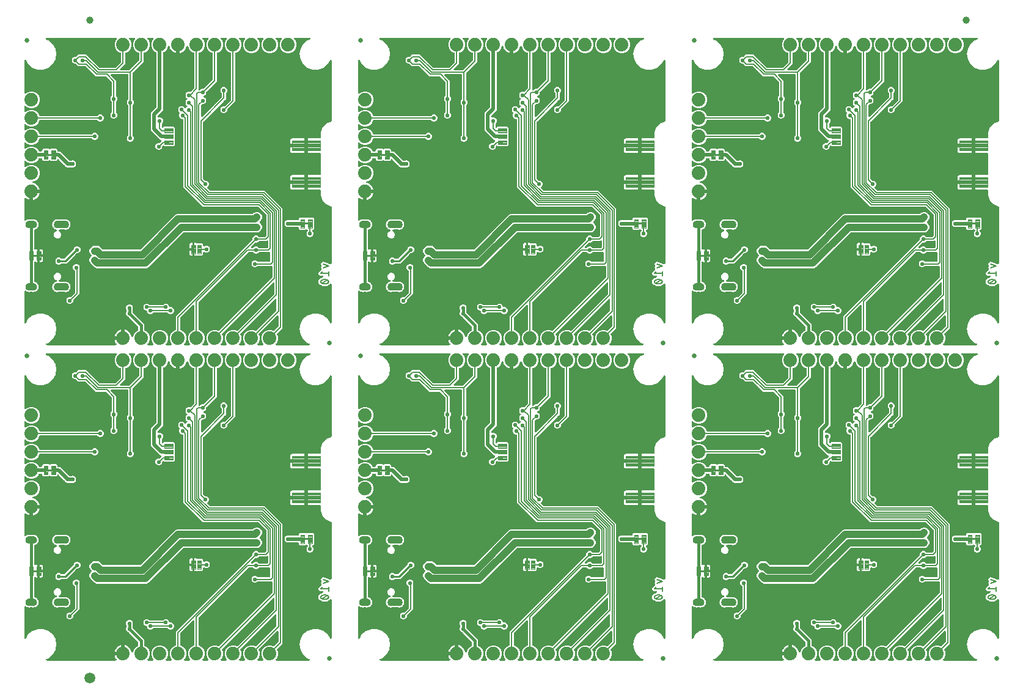
<source format=gbl>
G04 EAGLE Gerber RS-274X export*
G75*
%MOMM*%
%FSLAX34Y34*%
%LPD*%
%INBottom Copper*%
%IPPOS*%
%AMOC8*
5,1,8,0,0,1.08239X$1,22.5*%
G01*
%ADD10C,0.203200*%
%ADD11C,0.101600*%
%ADD12C,0.635000*%
%ADD13C,0.099059*%
%ADD14C,0.654000*%
%ADD15C,0.105000*%
%ADD16C,1.879600*%
%ADD17C,1.000000*%
%ADD18C,1.500000*%
%ADD19C,0.508000*%
%ADD20C,0.554000*%
%ADD21C,0.152400*%
%ADD22C,0.406400*%
%ADD23C,0.254000*%
%ADD24C,1.016000*%

G36*
X591783Y439934D02*
X591783Y439934D01*
X591823Y439931D01*
X591941Y439954D01*
X592059Y439969D01*
X592097Y439983D01*
X592136Y439991D01*
X592244Y440042D01*
X592355Y440086D01*
X592387Y440109D01*
X592423Y440126D01*
X592516Y440202D01*
X592613Y440272D01*
X592638Y440303D01*
X592669Y440328D01*
X592739Y440425D01*
X592815Y440517D01*
X592832Y440553D01*
X592856Y440586D01*
X592900Y440697D01*
X592951Y440805D01*
X592958Y440844D01*
X592973Y440881D01*
X592988Y441000D01*
X593011Y441117D01*
X593008Y441157D01*
X593013Y441197D01*
X592998Y441315D01*
X592991Y441435D01*
X592979Y441473D01*
X592974Y441512D01*
X592930Y441623D01*
X592893Y441737D01*
X592872Y441771D01*
X592857Y441808D01*
X592771Y441944D01*
X591769Y443323D01*
X590916Y444997D01*
X590335Y446784D01*
X590295Y447041D01*
X600710Y447041D01*
X600828Y447056D01*
X600947Y447063D01*
X600985Y447076D01*
X601025Y447081D01*
X601136Y447124D01*
X601249Y447161D01*
X601283Y447183D01*
X601321Y447198D01*
X601417Y447268D01*
X601518Y447331D01*
X601546Y447361D01*
X601578Y447384D01*
X601654Y447476D01*
X601736Y447563D01*
X601755Y447598D01*
X601781Y447629D01*
X601832Y447737D01*
X601889Y447841D01*
X601900Y447881D01*
X601917Y447917D01*
X601939Y448034D01*
X601969Y448149D01*
X601973Y448210D01*
X601977Y448230D01*
X601975Y448250D01*
X601979Y448310D01*
X601979Y449581D01*
X603250Y449581D01*
X603368Y449596D01*
X603487Y449603D01*
X603525Y449616D01*
X603565Y449621D01*
X603676Y449665D01*
X603789Y449701D01*
X603824Y449723D01*
X603861Y449738D01*
X603957Y449808D01*
X604058Y449871D01*
X604086Y449901D01*
X604119Y449925D01*
X604194Y450016D01*
X604276Y450103D01*
X604296Y450138D01*
X604321Y450170D01*
X604372Y450277D01*
X604430Y450382D01*
X604440Y450421D01*
X604457Y450457D01*
X604479Y450574D01*
X604509Y450689D01*
X604513Y450750D01*
X604517Y450770D01*
X604515Y450790D01*
X604519Y450850D01*
X604519Y461265D01*
X604776Y461225D01*
X606563Y460644D01*
X608237Y459791D01*
X609758Y458686D01*
X611086Y457358D01*
X612191Y455837D01*
X613044Y454163D01*
X613634Y452346D01*
X613659Y452260D01*
X613690Y452134D01*
X613704Y452107D01*
X613712Y452078D01*
X613778Y451967D01*
X613838Y451853D01*
X613859Y451830D01*
X613874Y451804D01*
X613965Y451713D01*
X614052Y451617D01*
X614077Y451601D01*
X614099Y451580D01*
X614210Y451514D01*
X614318Y451443D01*
X614347Y451433D01*
X614372Y451417D01*
X614496Y451381D01*
X614619Y451339D01*
X614649Y451337D01*
X614678Y451329D01*
X614807Y451324D01*
X614936Y451314D01*
X614966Y451319D01*
X614996Y451318D01*
X615122Y451346D01*
X615249Y451369D01*
X615277Y451381D01*
X615306Y451387D01*
X615421Y451446D01*
X615539Y451499D01*
X615563Y451518D01*
X615590Y451532D01*
X615686Y451617D01*
X615788Y451698D01*
X615806Y451722D01*
X615828Y451742D01*
X615901Y451848D01*
X615979Y451952D01*
X615998Y451990D01*
X616007Y452004D01*
X616015Y452025D01*
X616050Y452096D01*
X617689Y456055D01*
X620905Y459271D01*
X622532Y459944D01*
X622557Y459959D01*
X622585Y459968D01*
X622695Y460038D01*
X622808Y460102D01*
X622829Y460122D01*
X622854Y460138D01*
X622943Y460233D01*
X623036Y460323D01*
X623052Y460348D01*
X623072Y460370D01*
X623135Y460483D01*
X623203Y460594D01*
X623211Y460622D01*
X623226Y460648D01*
X623258Y460774D01*
X623296Y460898D01*
X623298Y460928D01*
X623305Y460956D01*
X623315Y461117D01*
X623315Y465151D01*
X623303Y465249D01*
X623300Y465348D01*
X623283Y465406D01*
X623275Y465466D01*
X623239Y465558D01*
X623211Y465653D01*
X623181Y465705D01*
X623158Y465762D01*
X623100Y465842D01*
X623050Y465927D01*
X622984Y466003D01*
X622972Y466019D01*
X622962Y466027D01*
X622944Y466048D01*
X610110Y478882D01*
X610102Y478888D01*
X610097Y478895D01*
X609978Y478984D01*
X609858Y479077D01*
X609850Y479081D01*
X609842Y479086D01*
X609698Y479157D01*
X608149Y479798D01*
X606798Y481149D01*
X606067Y482915D01*
X606067Y484825D01*
X606709Y486374D01*
X606711Y486383D01*
X606716Y486391D01*
X606753Y486536D01*
X606793Y486681D01*
X606793Y486690D01*
X606795Y486699D01*
X606802Y486806D01*
X606803Y486810D01*
X606802Y486815D01*
X606805Y486859D01*
X606805Y488501D01*
X606804Y488510D01*
X606805Y488519D01*
X606784Y488668D01*
X606765Y488816D01*
X606762Y488825D01*
X606761Y488834D01*
X606709Y488986D01*
X606067Y490535D01*
X606067Y492445D01*
X606798Y494211D01*
X608149Y495562D01*
X609915Y496293D01*
X611825Y496293D01*
X613591Y495562D01*
X614942Y494211D01*
X615673Y492445D01*
X615673Y490535D01*
X615031Y488986D01*
X615029Y488977D01*
X615024Y488969D01*
X614987Y488824D01*
X614947Y488679D01*
X614947Y488670D01*
X614945Y488661D01*
X614935Y488501D01*
X614935Y486859D01*
X614936Y486850D01*
X614935Y486841D01*
X614954Y486707D01*
X614957Y486654D01*
X614963Y486636D01*
X614975Y486544D01*
X614978Y486535D01*
X614979Y486526D01*
X615031Y486374D01*
X615583Y485042D01*
X615588Y485034D01*
X615590Y485025D01*
X615666Y484896D01*
X615740Y484766D01*
X615747Y484759D01*
X615752Y484751D01*
X615858Y484630D01*
X631445Y469044D01*
X631445Y461117D01*
X631448Y461088D01*
X631446Y461058D01*
X631468Y460930D01*
X631485Y460801D01*
X631495Y460774D01*
X631500Y460745D01*
X631554Y460626D01*
X631602Y460506D01*
X631619Y460482D01*
X631631Y460455D01*
X631712Y460354D01*
X631788Y460248D01*
X631811Y460230D01*
X631830Y460207D01*
X631933Y460129D01*
X632033Y460046D01*
X632060Y460033D01*
X632084Y460015D01*
X632228Y459944D01*
X633855Y459271D01*
X637071Y456055D01*
X638811Y451854D01*
X638811Y447306D01*
X637071Y443105D01*
X636061Y442095D01*
X635976Y441986D01*
X635887Y441879D01*
X635878Y441860D01*
X635866Y441844D01*
X635811Y441717D01*
X635752Y441591D01*
X635748Y441571D01*
X635740Y441552D01*
X635718Y441414D01*
X635692Y441278D01*
X635693Y441258D01*
X635690Y441238D01*
X635703Y441099D01*
X635712Y440961D01*
X635718Y440942D01*
X635720Y440922D01*
X635767Y440790D01*
X635810Y440659D01*
X635820Y440641D01*
X635827Y440622D01*
X635905Y440507D01*
X635980Y440390D01*
X635994Y440376D01*
X636006Y440359D01*
X636110Y440267D01*
X636211Y440172D01*
X636229Y440162D01*
X636244Y440149D01*
X636368Y440086D01*
X636490Y440018D01*
X636509Y440013D01*
X636527Y440004D01*
X636663Y439974D01*
X636798Y439939D01*
X636826Y439937D01*
X636838Y439934D01*
X636858Y439935D01*
X636958Y439929D01*
X643202Y439929D01*
X643340Y439946D01*
X643478Y439959D01*
X643497Y439966D01*
X643517Y439969D01*
X643646Y440020D01*
X643777Y440067D01*
X643794Y440078D01*
X643813Y440086D01*
X643925Y440167D01*
X644040Y440245D01*
X644054Y440261D01*
X644070Y440272D01*
X644159Y440380D01*
X644251Y440484D01*
X644260Y440502D01*
X644273Y440517D01*
X644332Y440643D01*
X644395Y440767D01*
X644400Y440787D01*
X644408Y440805D01*
X644435Y440942D01*
X644465Y441077D01*
X644464Y441098D01*
X644468Y441117D01*
X644460Y441256D01*
X644455Y441395D01*
X644450Y441415D01*
X644448Y441435D01*
X644406Y441567D01*
X644367Y441701D01*
X644357Y441718D01*
X644350Y441737D01*
X644276Y441855D01*
X644205Y441975D01*
X644187Y441996D01*
X644180Y442006D01*
X644165Y442020D01*
X644099Y442095D01*
X643089Y443105D01*
X641349Y447306D01*
X641349Y451854D01*
X643089Y456055D01*
X646305Y459271D01*
X650506Y461011D01*
X655054Y461011D01*
X659255Y459271D01*
X662471Y456055D01*
X664211Y451854D01*
X664211Y447306D01*
X662471Y443105D01*
X661461Y442095D01*
X661376Y441986D01*
X661287Y441879D01*
X661278Y441860D01*
X661266Y441844D01*
X661211Y441717D01*
X661152Y441591D01*
X661148Y441571D01*
X661140Y441552D01*
X661118Y441414D01*
X661092Y441278D01*
X661093Y441258D01*
X661090Y441238D01*
X661103Y441099D01*
X661112Y440961D01*
X661118Y440942D01*
X661120Y440922D01*
X661167Y440790D01*
X661210Y440659D01*
X661220Y440641D01*
X661227Y440622D01*
X661305Y440507D01*
X661380Y440390D01*
X661394Y440376D01*
X661406Y440359D01*
X661510Y440267D01*
X661611Y440172D01*
X661629Y440162D01*
X661644Y440149D01*
X661768Y440086D01*
X661890Y440018D01*
X661909Y440013D01*
X661927Y440004D01*
X662063Y439974D01*
X662198Y439939D01*
X662226Y439937D01*
X662238Y439934D01*
X662258Y439935D01*
X662358Y439929D01*
X668602Y439929D01*
X668740Y439946D01*
X668878Y439959D01*
X668897Y439966D01*
X668917Y439969D01*
X669046Y440020D01*
X669177Y440067D01*
X669194Y440078D01*
X669213Y440086D01*
X669325Y440167D01*
X669440Y440245D01*
X669454Y440261D01*
X669470Y440272D01*
X669559Y440380D01*
X669651Y440484D01*
X669660Y440502D01*
X669673Y440517D01*
X669732Y440643D01*
X669795Y440767D01*
X669800Y440787D01*
X669808Y440805D01*
X669835Y440942D01*
X669865Y441077D01*
X669864Y441098D01*
X669868Y441117D01*
X669860Y441256D01*
X669855Y441395D01*
X669850Y441415D01*
X669848Y441435D01*
X669806Y441567D01*
X669767Y441701D01*
X669757Y441718D01*
X669750Y441737D01*
X669676Y441855D01*
X669605Y441975D01*
X669587Y441996D01*
X669580Y442006D01*
X669565Y442020D01*
X669499Y442095D01*
X668489Y443105D01*
X666749Y447306D01*
X666749Y451854D01*
X668489Y456055D01*
X671705Y459271D01*
X674602Y460470D01*
X674627Y460485D01*
X674655Y460494D01*
X674765Y460564D01*
X674878Y460628D01*
X674899Y460648D01*
X674924Y460664D01*
X675013Y460759D01*
X675106Y460849D01*
X675122Y460874D01*
X675142Y460896D01*
X675205Y461010D01*
X675273Y461120D01*
X675281Y461149D01*
X675296Y461174D01*
X675328Y461300D01*
X675366Y461424D01*
X675368Y461454D01*
X675375Y461482D01*
X675385Y461643D01*
X675385Y479948D01*
X677394Y481956D01*
X780956Y585518D01*
X781016Y585596D01*
X781084Y585668D01*
X781113Y585721D01*
X781150Y585769D01*
X781190Y585860D01*
X781238Y585947D01*
X781253Y586005D01*
X781277Y586061D01*
X781292Y586159D01*
X781317Y586255D01*
X781323Y586355D01*
X781327Y586375D01*
X781325Y586387D01*
X781327Y586415D01*
X781327Y587695D01*
X782058Y589461D01*
X783409Y590812D01*
X785175Y591543D01*
X787085Y591543D01*
X788851Y590812D01*
X789756Y589906D01*
X789834Y589846D01*
X789906Y589778D01*
X789959Y589749D01*
X790007Y589712D01*
X790098Y589672D01*
X790184Y589624D01*
X790243Y589609D01*
X790299Y589585D01*
X790397Y589570D01*
X790492Y589545D01*
X790592Y589539D01*
X790613Y589535D01*
X790625Y589537D01*
X790653Y589535D01*
X797909Y589535D01*
X798007Y589547D01*
X798106Y589550D01*
X798164Y589567D01*
X798224Y589575D01*
X798316Y589611D01*
X798411Y589639D01*
X798464Y589669D01*
X798520Y589692D01*
X798600Y589750D01*
X798685Y589800D01*
X798761Y589866D01*
X798777Y589878D01*
X798785Y589888D01*
X798806Y589906D01*
X800236Y591336D01*
X800296Y591414D01*
X800364Y591486D01*
X800392Y591538D01*
X800409Y591558D01*
X800412Y591563D01*
X800430Y591587D01*
X800470Y591678D01*
X800518Y591765D01*
X800531Y591816D01*
X800545Y591846D01*
X800547Y591856D01*
X800557Y591879D01*
X800572Y591977D01*
X800597Y592073D01*
X800601Y592141D01*
X800605Y592158D01*
X800604Y592175D01*
X800607Y592193D01*
X800605Y592205D01*
X800607Y592233D01*
X800607Y619572D01*
X800595Y619670D01*
X800592Y619769D01*
X800575Y619827D01*
X800567Y619887D01*
X800531Y619980D01*
X800503Y620075D01*
X800473Y620127D01*
X800450Y620183D01*
X800392Y620263D01*
X800342Y620349D01*
X800276Y620424D01*
X800264Y620440D01*
X800254Y620448D01*
X800236Y620469D01*
X789379Y631326D01*
X789301Y631386D01*
X789229Y631454D01*
X789176Y631483D01*
X789128Y631520D01*
X789037Y631560D01*
X788951Y631608D01*
X788892Y631623D01*
X788836Y631647D01*
X788738Y631662D01*
X788643Y631687D01*
X788543Y631693D01*
X788522Y631697D01*
X788510Y631695D01*
X788482Y631697D01*
X712808Y631697D01*
X685672Y658833D01*
X685672Y751931D01*
X685657Y752049D01*
X685650Y752168D01*
X685637Y752206D01*
X685632Y752246D01*
X685589Y752357D01*
X685552Y752470D01*
X685530Y752505D01*
X685515Y752542D01*
X685446Y752638D01*
X685382Y752739D01*
X685352Y752767D01*
X685329Y752800D01*
X685237Y752875D01*
X685150Y752957D01*
X685115Y752977D01*
X685084Y753002D01*
X684976Y753053D01*
X684872Y753111D01*
X684832Y753121D01*
X684796Y753138D01*
X684679Y753160D01*
X684564Y753190D01*
X684504Y753194D01*
X684484Y753198D01*
X684463Y753196D01*
X684403Y753200D01*
X683599Y753200D01*
X681833Y753931D01*
X680482Y755282D01*
X679751Y757048D01*
X679751Y758958D01*
X680553Y760895D01*
X680561Y760923D01*
X680575Y760949D01*
X680603Y761076D01*
X680637Y761201D01*
X680638Y761231D01*
X680644Y761260D01*
X680640Y761389D01*
X680642Y761519D01*
X680635Y761548D01*
X680635Y761577D01*
X680598Y761702D01*
X680568Y761828D01*
X680554Y761855D01*
X680546Y761883D01*
X680480Y761995D01*
X680419Y762110D01*
X680400Y762131D01*
X680385Y762157D01*
X680278Y762278D01*
X679188Y763367D01*
X678457Y765133D01*
X678457Y767043D01*
X679188Y768809D01*
X680539Y770160D01*
X682305Y770891D01*
X684215Y770891D01*
X685981Y770160D01*
X687339Y768801D01*
X687341Y768795D01*
X687403Y768704D01*
X687457Y768609D01*
X687492Y768573D01*
X687520Y768532D01*
X687602Y768459D01*
X687679Y768380D01*
X687721Y768354D01*
X687758Y768321D01*
X687856Y768271D01*
X687950Y768214D01*
X687997Y768199D01*
X688042Y768177D01*
X688149Y768153D01*
X688254Y768120D01*
X688303Y768118D01*
X688352Y768107D01*
X688462Y768110D01*
X688571Y768105D01*
X688620Y768115D01*
X688670Y768117D01*
X688775Y768147D01*
X688883Y768169D01*
X688927Y768191D01*
X688975Y768205D01*
X689070Y768261D01*
X689168Y768309D01*
X689206Y768341D01*
X689249Y768367D01*
X689370Y768473D01*
X690850Y769953D01*
X690923Y770047D01*
X691002Y770136D01*
X691020Y770172D01*
X691045Y770204D01*
X691092Y770314D01*
X691146Y770420D01*
X691155Y770459D01*
X691171Y770496D01*
X691190Y770614D01*
X691216Y770730D01*
X691215Y770770D01*
X691221Y770810D01*
X691210Y770929D01*
X691206Y771048D01*
X691195Y771087D01*
X691191Y771127D01*
X691151Y771239D01*
X691118Y771353D01*
X691097Y771388D01*
X691084Y771426D01*
X691017Y771525D01*
X690956Y771627D01*
X690916Y771672D01*
X690905Y771689D01*
X690890Y771703D01*
X690850Y771748D01*
X689348Y773249D01*
X688617Y775015D01*
X688617Y776925D01*
X689348Y778691D01*
X690810Y780152D01*
X690883Y780247D01*
X690962Y780336D01*
X690981Y780372D01*
X691005Y780404D01*
X691053Y780513D01*
X691107Y780619D01*
X691116Y780658D01*
X691132Y780696D01*
X691150Y780813D01*
X691176Y780929D01*
X691175Y780970D01*
X691182Y781010D01*
X691170Y781128D01*
X691167Y781247D01*
X691156Y781286D01*
X691152Y781326D01*
X691111Y781439D01*
X691078Y781553D01*
X691058Y781587D01*
X691044Y781626D01*
X690977Y781724D01*
X690917Y781827D01*
X690877Y781872D01*
X690866Y781889D01*
X690850Y781902D01*
X690810Y781947D01*
X689348Y783409D01*
X688617Y785175D01*
X688617Y787085D01*
X689348Y788851D01*
X690699Y790202D01*
X692465Y790933D01*
X694375Y790933D01*
X694416Y790916D01*
X694444Y790908D01*
X694470Y790895D01*
X694597Y790866D01*
X694722Y790832D01*
X694752Y790832D01*
X694781Y790825D01*
X694910Y790829D01*
X695040Y790827D01*
X695069Y790834D01*
X695099Y790835D01*
X695223Y790871D01*
X695350Y790901D01*
X695376Y790915D01*
X695404Y790923D01*
X695516Y790989D01*
X695631Y791050D01*
X695653Y791070D01*
X695678Y791085D01*
X695799Y791191D01*
X700414Y795806D01*
X700474Y795884D01*
X700542Y795956D01*
X700571Y796009D01*
X700608Y796057D01*
X700648Y796148D01*
X700696Y796235D01*
X700711Y796293D01*
X700735Y796349D01*
X700750Y796447D01*
X700775Y796543D01*
X700781Y796643D01*
X700785Y796663D01*
X700783Y796675D01*
X700785Y796703D01*
X700785Y843917D01*
X700782Y843946D01*
X700784Y843976D01*
X700762Y844104D01*
X700745Y844233D01*
X700735Y844260D01*
X700730Y844289D01*
X700676Y844408D01*
X700628Y844528D01*
X700611Y844552D01*
X700599Y844579D01*
X700518Y844680D01*
X700442Y844786D01*
X700419Y844804D01*
X700400Y844827D01*
X700297Y844905D01*
X700197Y844988D01*
X700170Y845001D01*
X700146Y845019D01*
X700002Y845090D01*
X697105Y846289D01*
X693889Y849505D01*
X692250Y853464D01*
X692186Y853576D01*
X692127Y853691D01*
X692107Y853714D01*
X692092Y853740D01*
X692002Y853833D01*
X691917Y853930D01*
X691892Y853947D01*
X691871Y853968D01*
X691761Y854036D01*
X691654Y854109D01*
X691626Y854119D01*
X691600Y854135D01*
X691476Y854173D01*
X691355Y854216D01*
X691325Y854219D01*
X691296Y854228D01*
X691167Y854234D01*
X691038Y854247D01*
X691008Y854242D01*
X690978Y854243D01*
X690852Y854217D01*
X690724Y854197D01*
X690696Y854185D01*
X690667Y854179D01*
X690551Y854122D01*
X690432Y854071D01*
X690408Y854053D01*
X690381Y854039D01*
X690283Y853955D01*
X690181Y853876D01*
X690162Y853853D01*
X690139Y853833D01*
X690065Y853727D01*
X689985Y853625D01*
X689973Y853598D01*
X689956Y853573D01*
X689910Y853452D01*
X689859Y853333D01*
X689849Y853291D01*
X689843Y853276D01*
X689841Y853254D01*
X689826Y853189D01*
X689244Y851397D01*
X688391Y849723D01*
X687286Y848202D01*
X685958Y846874D01*
X684437Y845769D01*
X682763Y844916D01*
X680976Y844335D01*
X680719Y844295D01*
X680719Y854710D01*
X680704Y854828D01*
X680697Y854947D01*
X680684Y854985D01*
X680679Y855025D01*
X680636Y855136D01*
X680599Y855249D01*
X680577Y855283D01*
X680562Y855321D01*
X680492Y855417D01*
X680429Y855518D01*
X680399Y855546D01*
X680375Y855578D01*
X680284Y855654D01*
X680197Y855736D01*
X680162Y855755D01*
X680131Y855781D01*
X680023Y855832D01*
X679919Y855889D01*
X679879Y855900D01*
X679843Y855917D01*
X679726Y855939D01*
X679611Y855969D01*
X679550Y855973D01*
X679530Y855977D01*
X679510Y855975D01*
X679450Y855979D01*
X676910Y855979D01*
X676792Y855964D01*
X676673Y855957D01*
X676635Y855944D01*
X676594Y855939D01*
X676484Y855895D01*
X676371Y855859D01*
X676336Y855837D01*
X676299Y855822D01*
X676203Y855752D01*
X676102Y855689D01*
X676074Y855659D01*
X676041Y855635D01*
X675966Y855544D01*
X675884Y855457D01*
X675864Y855422D01*
X675839Y855390D01*
X675788Y855283D01*
X675730Y855178D01*
X675720Y855139D01*
X675703Y855103D01*
X675681Y854986D01*
X675651Y854871D01*
X675647Y854810D01*
X675643Y854790D01*
X675645Y854770D01*
X675641Y854710D01*
X675641Y844295D01*
X675384Y844335D01*
X673597Y844916D01*
X671923Y845769D01*
X670402Y846874D01*
X669074Y848202D01*
X667969Y849723D01*
X667116Y851397D01*
X666526Y853214D01*
X666500Y853300D01*
X666470Y853426D01*
X666456Y853453D01*
X666448Y853482D01*
X666382Y853593D01*
X666322Y853707D01*
X666301Y853730D01*
X666286Y853756D01*
X666195Y853847D01*
X666108Y853943D01*
X666083Y853959D01*
X666061Y853981D01*
X665950Y854046D01*
X665842Y854117D01*
X665813Y854127D01*
X665788Y854143D01*
X665664Y854179D01*
X665541Y854221D01*
X665511Y854223D01*
X665482Y854231D01*
X665353Y854236D01*
X665224Y854246D01*
X665194Y854241D01*
X665164Y854242D01*
X665038Y854214D01*
X664911Y854191D01*
X664883Y854179D01*
X664854Y854172D01*
X664739Y854114D01*
X664621Y854061D01*
X664597Y854042D01*
X664570Y854028D01*
X664473Y853943D01*
X664372Y853862D01*
X664354Y853838D01*
X664332Y853818D01*
X664259Y853711D01*
X664181Y853608D01*
X664162Y853569D01*
X664153Y853555D01*
X664145Y853535D01*
X664110Y853464D01*
X662471Y849505D01*
X659255Y846289D01*
X658136Y845826D01*
X658111Y845811D01*
X658083Y845802D01*
X657973Y845733D01*
X657860Y845669D01*
X657839Y845648D01*
X657814Y845632D01*
X657725Y845538D01*
X657632Y845447D01*
X657616Y845422D01*
X657596Y845401D01*
X657533Y845287D01*
X657465Y845176D01*
X657457Y845148D01*
X657442Y845122D01*
X657410Y844996D01*
X657372Y844872D01*
X657370Y844843D01*
X657363Y844814D01*
X657353Y844653D01*
X657353Y765186D01*
X650104Y757938D01*
X650044Y757859D01*
X649976Y757787D01*
X649947Y757734D01*
X649910Y757686D01*
X649870Y757595D01*
X649822Y757509D01*
X649807Y757450D01*
X649783Y757395D01*
X649768Y757297D01*
X649743Y757201D01*
X649737Y757101D01*
X649733Y757080D01*
X649735Y757068D01*
X649733Y757040D01*
X649733Y756406D01*
X649739Y756356D01*
X649737Y756307D01*
X649759Y756199D01*
X649773Y756090D01*
X649791Y756044D01*
X649801Y755995D01*
X649849Y755897D01*
X649890Y755795D01*
X649919Y755754D01*
X649941Y755710D01*
X650012Y755626D01*
X650076Y755537D01*
X650115Y755505D01*
X650147Y755468D01*
X650237Y755404D01*
X650321Y755334D01*
X650366Y755313D01*
X650407Y755285D01*
X650510Y755246D01*
X650609Y755199D01*
X650658Y755190D01*
X650704Y755172D01*
X650814Y755160D01*
X650921Y755139D01*
X650971Y755142D01*
X651020Y755137D01*
X651129Y755152D01*
X651239Y755159D01*
X651286Y755174D01*
X651335Y755181D01*
X651488Y755233D01*
X651825Y755373D01*
X653735Y755373D01*
X655501Y754642D01*
X656852Y753291D01*
X657583Y751525D01*
X657583Y749615D01*
X656852Y747849D01*
X655946Y746944D01*
X655886Y746866D01*
X655818Y746794D01*
X655789Y746741D01*
X655752Y746693D01*
X655712Y746602D01*
X655664Y746516D01*
X655649Y746457D01*
X655625Y746401D01*
X655610Y746303D01*
X655585Y746208D01*
X655579Y746108D01*
X655575Y746087D01*
X655577Y746075D01*
X655575Y746047D01*
X655575Y742369D01*
X655592Y742231D01*
X655605Y742093D01*
X655612Y742074D01*
X655615Y742054D01*
X655666Y741924D01*
X655713Y741793D01*
X655724Y741777D01*
X655732Y741758D01*
X655813Y741646D01*
X655891Y741530D01*
X655907Y741517D01*
X655918Y741501D01*
X656026Y741412D01*
X656130Y741320D01*
X656148Y741311D01*
X656163Y741298D01*
X656289Y741238D01*
X656413Y741175D01*
X656433Y741171D01*
X656451Y741162D01*
X656588Y741136D01*
X656723Y741106D01*
X656744Y741106D01*
X656763Y741102D01*
X656902Y741111D01*
X657041Y741115D01*
X657061Y741121D01*
X657081Y741122D01*
X657213Y741165D01*
X657347Y741204D01*
X657364Y741214D01*
X657383Y741220D01*
X657501Y741295D01*
X657621Y741365D01*
X657642Y741384D01*
X657652Y741390D01*
X657666Y741405D01*
X657741Y741472D01*
X658586Y742316D01*
X672374Y742316D01*
X673863Y740827D01*
X673863Y717133D01*
X672374Y715644D01*
X658586Y715644D01*
X658480Y715750D01*
X658370Y715836D01*
X658263Y715924D01*
X658244Y715933D01*
X658228Y715945D01*
X658100Y716001D01*
X657975Y716060D01*
X657955Y716064D01*
X657936Y716072D01*
X657798Y716094D01*
X657662Y716120D01*
X657642Y716118D01*
X657622Y716122D01*
X657483Y716108D01*
X657345Y716100D01*
X657326Y716094D01*
X657306Y716092D01*
X657175Y716045D01*
X657043Y716002D01*
X657025Y715991D01*
X657006Y715984D01*
X656892Y715906D01*
X656774Y715832D01*
X656760Y715817D01*
X656743Y715806D01*
X656651Y715702D01*
X656556Y715600D01*
X656546Y715582D01*
X656533Y715567D01*
X656469Y715443D01*
X656402Y715322D01*
X656397Y715302D01*
X656388Y715284D01*
X656358Y715148D01*
X656323Y715014D01*
X656321Y714986D01*
X656318Y714974D01*
X656319Y714953D01*
X656313Y714853D01*
X656313Y714055D01*
X655582Y712289D01*
X654231Y710938D01*
X652465Y710207D01*
X650555Y710207D01*
X648789Y710938D01*
X647438Y712289D01*
X646707Y714055D01*
X646707Y715965D01*
X647438Y717731D01*
X648789Y719082D01*
X650555Y719813D01*
X651835Y719813D01*
X651933Y719825D01*
X652032Y719828D01*
X652090Y719845D01*
X652150Y719853D01*
X652242Y719889D01*
X652337Y719917D01*
X652390Y719947D01*
X652446Y719970D01*
X652526Y720028D01*
X652611Y720078D01*
X652687Y720144D01*
X652703Y720156D01*
X652711Y720166D01*
X652732Y720184D01*
X654788Y722241D01*
X654873Y722350D01*
X654962Y722457D01*
X654971Y722476D01*
X654983Y722492D01*
X655039Y722620D01*
X655098Y722745D01*
X655101Y722765D01*
X655109Y722784D01*
X655131Y722922D01*
X655157Y723058D01*
X655156Y723078D01*
X655159Y723098D01*
X655146Y723237D01*
X655138Y723375D01*
X655131Y723394D01*
X655130Y723414D01*
X655082Y723546D01*
X655040Y723677D01*
X655029Y723695D01*
X655022Y723714D01*
X654944Y723829D01*
X654869Y723946D01*
X654855Y723960D01*
X654843Y723977D01*
X654739Y724069D01*
X654638Y724164D01*
X654620Y724174D01*
X654605Y724187D01*
X654481Y724251D01*
X654359Y724318D01*
X654340Y724323D01*
X654322Y724332D01*
X654186Y724362D01*
X654051Y724397D01*
X654023Y724399D01*
X654011Y724402D01*
X653991Y724401D01*
X653891Y724407D01*
X653426Y724407D01*
X640587Y737246D01*
X640587Y761354D01*
X647836Y768602D01*
X647896Y768681D01*
X647964Y768753D01*
X647993Y768806D01*
X648030Y768854D01*
X648070Y768945D01*
X648118Y769031D01*
X648133Y769090D01*
X648157Y769145D01*
X648172Y769243D01*
X648197Y769339D01*
X648203Y769439D01*
X648207Y769460D01*
X648205Y769472D01*
X648207Y769500D01*
X648207Y844653D01*
X648204Y844683D01*
X648206Y844712D01*
X648184Y844840D01*
X648167Y844969D01*
X648157Y844996D01*
X648152Y845026D01*
X648098Y845144D01*
X648050Y845265D01*
X648033Y845289D01*
X648021Y845316D01*
X647940Y845417D01*
X647864Y845522D01*
X647841Y845541D01*
X647822Y845564D01*
X647719Y845642D01*
X647619Y845725D01*
X647592Y845737D01*
X647568Y845755D01*
X647424Y845826D01*
X646305Y846289D01*
X643089Y849505D01*
X641349Y853706D01*
X641349Y858254D01*
X643089Y862455D01*
X644099Y863465D01*
X644184Y863574D01*
X644273Y863681D01*
X644282Y863700D01*
X644294Y863716D01*
X644349Y863843D01*
X644408Y863969D01*
X644412Y863989D01*
X644420Y864008D01*
X644442Y864146D01*
X644468Y864282D01*
X644467Y864302D01*
X644470Y864322D01*
X644457Y864461D01*
X644448Y864599D01*
X644442Y864618D01*
X644440Y864638D01*
X644393Y864770D01*
X644350Y864901D01*
X644340Y864919D01*
X644333Y864938D01*
X644255Y865053D01*
X644180Y865170D01*
X644166Y865184D01*
X644154Y865201D01*
X644050Y865293D01*
X643949Y865388D01*
X643931Y865398D01*
X643916Y865411D01*
X643792Y865474D01*
X643670Y865542D01*
X643651Y865547D01*
X643633Y865556D01*
X643497Y865586D01*
X643362Y865621D01*
X643334Y865623D01*
X643322Y865626D01*
X643302Y865625D01*
X643202Y865631D01*
X636958Y865631D01*
X636820Y865614D01*
X636682Y865601D01*
X636663Y865594D01*
X636643Y865591D01*
X636514Y865540D01*
X636383Y865493D01*
X636366Y865482D01*
X636347Y865474D01*
X636235Y865393D01*
X636120Y865315D01*
X636106Y865299D01*
X636090Y865288D01*
X636001Y865180D01*
X635909Y865076D01*
X635900Y865058D01*
X635887Y865043D01*
X635828Y864917D01*
X635765Y864793D01*
X635760Y864773D01*
X635752Y864755D01*
X635725Y864618D01*
X635695Y864483D01*
X635696Y864462D01*
X635692Y864443D01*
X635700Y864304D01*
X635705Y864165D01*
X635710Y864145D01*
X635712Y864125D01*
X635754Y863993D01*
X635793Y863859D01*
X635803Y863842D01*
X635810Y863823D01*
X635884Y863705D01*
X635955Y863585D01*
X635973Y863564D01*
X635980Y863554D01*
X635995Y863540D01*
X636061Y863465D01*
X637071Y862455D01*
X638811Y858254D01*
X638811Y853706D01*
X637071Y849505D01*
X633855Y846289D01*
X630958Y845090D01*
X630933Y845075D01*
X630905Y845066D01*
X630795Y844996D01*
X630682Y844932D01*
X630661Y844912D01*
X630636Y844896D01*
X630547Y844801D01*
X630454Y844711D01*
X630438Y844686D01*
X630418Y844664D01*
X630355Y844550D01*
X630287Y844440D01*
X630279Y844411D01*
X630264Y844386D01*
X630232Y844259D01*
X630194Y844136D01*
X630192Y844106D01*
X630185Y844078D01*
X630175Y843917D01*
X630175Y831962D01*
X615306Y817094D01*
X615246Y817016D01*
X615178Y816944D01*
X615149Y816891D01*
X615112Y816843D01*
X615072Y816752D01*
X615024Y816665D01*
X615009Y816607D01*
X614985Y816551D01*
X614970Y816453D01*
X614945Y816357D01*
X614939Y816257D01*
X614935Y816237D01*
X614937Y816225D01*
X614935Y816197D01*
X614935Y780493D01*
X614947Y780395D01*
X614950Y780296D01*
X614967Y780238D01*
X614975Y780178D01*
X615011Y780085D01*
X615039Y779990D01*
X615069Y779938D01*
X615092Y779882D01*
X615150Y779802D01*
X615200Y779716D01*
X615266Y779641D01*
X615278Y779625D01*
X615288Y779617D01*
X615306Y779596D01*
X616212Y778691D01*
X616943Y776925D01*
X616943Y775015D01*
X616212Y773249D01*
X615306Y772344D01*
X615246Y772266D01*
X615178Y772194D01*
X615149Y772141D01*
X615112Y772093D01*
X615072Y772002D01*
X615024Y771916D01*
X615009Y771857D01*
X614985Y771801D01*
X614970Y771703D01*
X614945Y771608D01*
X614939Y771508D01*
X614935Y771487D01*
X614937Y771475D01*
X614935Y771447D01*
X614935Y730963D01*
X614947Y730865D01*
X614950Y730766D01*
X614967Y730708D01*
X614975Y730648D01*
X615011Y730555D01*
X615039Y730460D01*
X615069Y730408D01*
X615092Y730352D01*
X615150Y730272D01*
X615200Y730186D01*
X615266Y730111D01*
X615278Y730095D01*
X615288Y730087D01*
X615306Y730066D01*
X616212Y729161D01*
X616943Y727395D01*
X616943Y725485D01*
X616212Y723719D01*
X614861Y722368D01*
X613095Y721637D01*
X611185Y721637D01*
X609419Y722368D01*
X608068Y723719D01*
X607337Y725485D01*
X607337Y727395D01*
X608068Y729161D01*
X608974Y730066D01*
X609034Y730144D01*
X609102Y730216D01*
X609131Y730269D01*
X609168Y730317D01*
X609208Y730408D01*
X609256Y730494D01*
X609271Y730553D01*
X609295Y730609D01*
X609310Y730707D01*
X609335Y730802D01*
X609341Y730902D01*
X609345Y730923D01*
X609343Y730935D01*
X609345Y730963D01*
X609345Y771447D01*
X609333Y771545D01*
X609330Y771644D01*
X609313Y771702D01*
X609305Y771762D01*
X609269Y771854D01*
X609241Y771950D01*
X609211Y772002D01*
X609188Y772058D01*
X609130Y772138D01*
X609080Y772224D01*
X609014Y772299D01*
X609002Y772315D01*
X608992Y772323D01*
X608974Y772344D01*
X608068Y773249D01*
X607337Y775015D01*
X607337Y776925D01*
X608068Y778691D01*
X608974Y779596D01*
X609034Y779674D01*
X609102Y779746D01*
X609131Y779799D01*
X609168Y779847D01*
X609208Y779938D01*
X609256Y780024D01*
X609271Y780083D01*
X609295Y780139D01*
X609310Y780237D01*
X609335Y780332D01*
X609341Y780432D01*
X609345Y780453D01*
X609343Y780465D01*
X609345Y780493D01*
X609345Y813816D01*
X609330Y813934D01*
X609323Y814053D01*
X609310Y814091D01*
X609305Y814132D01*
X609262Y814242D01*
X609225Y814355D01*
X609203Y814390D01*
X609188Y814427D01*
X609119Y814523D01*
X609055Y814624D01*
X609025Y814652D01*
X609002Y814685D01*
X608910Y814761D01*
X608823Y814842D01*
X608788Y814862D01*
X608757Y814887D01*
X608649Y814938D01*
X608545Y814996D01*
X608505Y815006D01*
X608469Y815023D01*
X608352Y815045D01*
X608237Y815075D01*
X608177Y815079D01*
X608157Y815083D01*
X608136Y815081D01*
X608076Y815085D01*
X586391Y815085D01*
X586254Y815068D01*
X586115Y815055D01*
X586096Y815048D01*
X586076Y815045D01*
X585947Y814994D01*
X585816Y814947D01*
X585799Y814936D01*
X585780Y814928D01*
X585668Y814847D01*
X585553Y814769D01*
X585539Y814753D01*
X585523Y814742D01*
X585434Y814634D01*
X585342Y814530D01*
X585333Y814512D01*
X585320Y814497D01*
X585261Y814371D01*
X585197Y814247D01*
X585193Y814227D01*
X585184Y814209D01*
X585158Y814073D01*
X585128Y813937D01*
X585128Y813916D01*
X585125Y813897D01*
X585133Y813758D01*
X585137Y813619D01*
X585143Y813599D01*
X585144Y813579D01*
X585187Y813447D01*
X585226Y813313D01*
X585236Y813296D01*
X585242Y813277D01*
X585317Y813159D01*
X585387Y813039D01*
X585406Y813018D01*
X585413Y813008D01*
X585427Y812994D01*
X585494Y812919D01*
X590066Y808346D01*
X592075Y806338D01*
X592075Y785573D01*
X592087Y785475D01*
X592090Y785376D01*
X592107Y785318D01*
X592115Y785258D01*
X592151Y785165D01*
X592179Y785070D01*
X592209Y785018D01*
X592232Y784962D01*
X592290Y784882D01*
X592340Y784796D01*
X592406Y784721D01*
X592418Y784705D01*
X592428Y784697D01*
X592446Y784676D01*
X593352Y783771D01*
X594083Y782005D01*
X594083Y780095D01*
X593352Y778329D01*
X592446Y777424D01*
X592386Y777346D01*
X592318Y777274D01*
X592289Y777221D01*
X592252Y777173D01*
X592212Y777082D01*
X592164Y776996D01*
X592149Y776937D01*
X592125Y776881D01*
X592110Y776783D01*
X592085Y776688D01*
X592079Y776588D01*
X592075Y776567D01*
X592077Y776555D01*
X592075Y776527D01*
X592075Y762713D01*
X592087Y762615D01*
X592090Y762516D01*
X592107Y762458D01*
X592115Y762398D01*
X592151Y762305D01*
X592179Y762210D01*
X592209Y762158D01*
X592232Y762102D01*
X592290Y762022D01*
X592340Y761936D01*
X592406Y761861D01*
X592418Y761845D01*
X592428Y761837D01*
X592446Y761816D01*
X593352Y760911D01*
X594083Y759145D01*
X594083Y757235D01*
X593352Y755469D01*
X592001Y754118D01*
X590235Y753387D01*
X588325Y753387D01*
X586559Y754118D01*
X585208Y755469D01*
X584477Y757235D01*
X584477Y759145D01*
X585208Y760911D01*
X586114Y761816D01*
X586174Y761894D01*
X586242Y761966D01*
X586271Y762019D01*
X586308Y762067D01*
X586348Y762158D01*
X586396Y762244D01*
X586411Y762303D01*
X586435Y762359D01*
X586450Y762457D01*
X586475Y762552D01*
X586481Y762652D01*
X586485Y762673D01*
X586483Y762685D01*
X586485Y762713D01*
X586485Y776527D01*
X586473Y776625D01*
X586470Y776724D01*
X586453Y776782D01*
X586445Y776842D01*
X586409Y776935D01*
X586381Y777030D01*
X586351Y777082D01*
X586328Y777138D01*
X586270Y777218D01*
X586220Y777304D01*
X586154Y777379D01*
X586142Y777395D01*
X586132Y777403D01*
X586114Y777424D01*
X585208Y778329D01*
X584477Y780095D01*
X584477Y782005D01*
X585208Y783771D01*
X586114Y784676D01*
X586174Y784754D01*
X586242Y784826D01*
X586271Y784879D01*
X586308Y784927D01*
X586348Y785018D01*
X586396Y785104D01*
X586411Y785163D01*
X586435Y785219D01*
X586450Y785317D01*
X586475Y785412D01*
X586481Y785512D01*
X586485Y785533D01*
X586483Y785545D01*
X586485Y785573D01*
X586485Y803497D01*
X586473Y803595D01*
X586470Y803694D01*
X586453Y803752D01*
X586445Y803812D01*
X586409Y803904D01*
X586381Y803999D01*
X586351Y804052D01*
X586328Y804108D01*
X586270Y804188D01*
X586220Y804273D01*
X586154Y804349D01*
X586142Y804365D01*
X586132Y804373D01*
X586114Y804394D01*
X578588Y811920D01*
X578510Y811980D01*
X578438Y812048D01*
X578385Y812077D01*
X578337Y812114D01*
X578246Y812154D01*
X578159Y812202D01*
X578101Y812217D01*
X578045Y812241D01*
X577947Y812256D01*
X577851Y812281D01*
X577751Y812287D01*
X577731Y812291D01*
X577719Y812289D01*
X577691Y812291D01*
X564246Y812291D01*
X550394Y826144D01*
X550316Y826204D01*
X550244Y826272D01*
X550191Y826301D01*
X550143Y826338D01*
X550052Y826378D01*
X549965Y826426D01*
X549907Y826441D01*
X549851Y826465D01*
X549753Y826480D01*
X549657Y826505D01*
X549557Y826511D01*
X549537Y826515D01*
X549525Y826513D01*
X549497Y826515D01*
X539862Y826515D01*
X537854Y828524D01*
X537853Y828524D01*
X537162Y829215D01*
X537084Y829276D01*
X537012Y829344D01*
X536959Y829373D01*
X536911Y829410D01*
X536820Y829450D01*
X536733Y829498D01*
X536675Y829513D01*
X536619Y829537D01*
X536521Y829552D01*
X536425Y829577D01*
X536325Y829583D01*
X536305Y829587D01*
X536293Y829585D01*
X536265Y829587D01*
X534985Y829587D01*
X533219Y830318D01*
X531868Y831669D01*
X531137Y833435D01*
X531137Y835345D01*
X531868Y837111D01*
X533219Y838462D01*
X534985Y839193D01*
X536265Y839193D01*
X536363Y839205D01*
X536462Y839208D01*
X536520Y839225D01*
X536580Y839233D01*
X536672Y839269D01*
X536767Y839297D01*
X536820Y839327D01*
X536876Y839350D01*
X536956Y839408D01*
X537041Y839458D01*
X537117Y839524D01*
X537133Y839536D01*
X537141Y839546D01*
X537162Y839564D01*
X537853Y840256D01*
X539862Y842265D01*
X551068Y842265D01*
X553076Y840256D01*
X569111Y824221D01*
X569189Y824161D01*
X569261Y824093D01*
X569314Y824064D01*
X569362Y824027D01*
X569453Y823987D01*
X569540Y823939D01*
X569598Y823924D01*
X569654Y823900D01*
X569752Y823885D01*
X569848Y823860D01*
X569948Y823854D01*
X569968Y823850D01*
X569980Y823852D01*
X570008Y823850D01*
X590772Y823850D01*
X590870Y823862D01*
X590969Y823865D01*
X591027Y823882D01*
X591087Y823890D01*
X591179Y823926D01*
X591274Y823954D01*
X591327Y823984D01*
X591383Y824007D01*
X591463Y824065D01*
X591548Y824115D01*
X591624Y824181D01*
X591640Y824193D01*
X591648Y824203D01*
X591669Y824221D01*
X598814Y831366D01*
X598874Y831444D01*
X598942Y831516D01*
X598971Y831569D01*
X599008Y831617D01*
X599048Y831708D01*
X599096Y831795D01*
X599111Y831853D01*
X599135Y831909D01*
X599150Y832007D01*
X599175Y832103D01*
X599181Y832203D01*
X599185Y832223D01*
X599183Y832235D01*
X599185Y832263D01*
X599185Y843917D01*
X599182Y843946D01*
X599184Y843976D01*
X599162Y844104D01*
X599145Y844233D01*
X599135Y844260D01*
X599130Y844289D01*
X599076Y844408D01*
X599028Y844528D01*
X599011Y844552D01*
X598999Y844579D01*
X598918Y844680D01*
X598842Y844786D01*
X598819Y844804D01*
X598800Y844827D01*
X598697Y844905D01*
X598597Y844988D01*
X598570Y845001D01*
X598546Y845019D01*
X598402Y845090D01*
X595505Y846289D01*
X592289Y849505D01*
X590549Y853706D01*
X590549Y858254D01*
X592289Y862455D01*
X593299Y863465D01*
X593384Y863574D01*
X593473Y863681D01*
X593482Y863700D01*
X593494Y863716D01*
X593549Y863843D01*
X593608Y863969D01*
X593612Y863989D01*
X593620Y864008D01*
X593642Y864146D01*
X593668Y864282D01*
X593667Y864302D01*
X593670Y864322D01*
X593657Y864461D01*
X593648Y864599D01*
X593642Y864618D01*
X593640Y864638D01*
X593593Y864770D01*
X593550Y864901D01*
X593540Y864919D01*
X593533Y864938D01*
X593455Y865053D01*
X593380Y865170D01*
X593366Y865184D01*
X593354Y865201D01*
X593250Y865293D01*
X593149Y865388D01*
X593131Y865398D01*
X593116Y865411D01*
X592992Y865474D01*
X592870Y865542D01*
X592851Y865547D01*
X592833Y865556D01*
X592697Y865586D01*
X592562Y865621D01*
X592534Y865623D01*
X592522Y865626D01*
X592502Y865625D01*
X592402Y865631D01*
X495898Y865631D01*
X495801Y865619D01*
X495704Y865616D01*
X495644Y865599D01*
X495582Y865591D01*
X495492Y865556D01*
X495398Y865529D01*
X495344Y865497D01*
X495287Y865474D01*
X495208Y865417D01*
X495124Y865368D01*
X495080Y865324D01*
X495029Y865288D01*
X494967Y865213D01*
X494898Y865144D01*
X494866Y865090D01*
X494826Y865043D01*
X494785Y864955D01*
X494735Y864871D01*
X494717Y864811D01*
X494691Y864755D01*
X494673Y864659D01*
X494645Y864566D01*
X494643Y864504D01*
X494631Y864443D01*
X494637Y864345D01*
X494634Y864248D01*
X494647Y864187D01*
X494651Y864125D01*
X494681Y864033D01*
X494702Y863937D01*
X494730Y863882D01*
X494749Y863823D01*
X494801Y863740D01*
X494845Y863653D01*
X494886Y863607D01*
X494919Y863554D01*
X494990Y863487D01*
X495054Y863414D01*
X495105Y863379D01*
X495151Y863336D01*
X495236Y863289D01*
X495316Y863234D01*
X495412Y863192D01*
X495429Y863182D01*
X495440Y863180D01*
X495464Y863169D01*
X498642Y862013D01*
X504475Y857118D01*
X508282Y850524D01*
X509604Y843026D01*
X508282Y835528D01*
X504475Y828934D01*
X498642Y824039D01*
X491487Y821435D01*
X483873Y821435D01*
X476718Y824039D01*
X470885Y828934D01*
X467697Y834456D01*
X467609Y834572D01*
X467524Y834690D01*
X467513Y834698D01*
X467505Y834709D01*
X467391Y834799D01*
X467279Y834893D01*
X467266Y834898D01*
X467256Y834907D01*
X467122Y834966D01*
X466991Y835028D01*
X466978Y835031D01*
X466965Y835036D01*
X466821Y835061D01*
X466678Y835088D01*
X466665Y835087D01*
X466652Y835089D01*
X466506Y835077D01*
X466361Y835068D01*
X466348Y835064D01*
X466335Y835063D01*
X466197Y835015D01*
X466059Y834970D01*
X466047Y834963D01*
X466034Y834958D01*
X465913Y834878D01*
X465790Y834800D01*
X465781Y834790D01*
X465769Y834783D01*
X465672Y834675D01*
X465572Y834568D01*
X465565Y834556D01*
X465556Y834546D01*
X465489Y834418D01*
X465418Y834290D01*
X465415Y834277D01*
X465409Y834265D01*
X465375Y834123D01*
X465339Y833982D01*
X465338Y833964D01*
X465336Y833955D01*
X465336Y833938D01*
X465329Y833821D01*
X465329Y789358D01*
X465346Y789220D01*
X465359Y789082D01*
X465366Y789063D01*
X465369Y789043D01*
X465420Y788914D01*
X465467Y788783D01*
X465478Y788766D01*
X465486Y788747D01*
X465567Y788635D01*
X465645Y788520D01*
X465661Y788506D01*
X465672Y788490D01*
X465780Y788401D01*
X465884Y788309D01*
X465902Y788300D01*
X465917Y788287D01*
X466043Y788228D01*
X466167Y788165D01*
X466187Y788160D01*
X466205Y788152D01*
X466342Y788125D01*
X466477Y788095D01*
X466498Y788096D01*
X466517Y788092D01*
X466656Y788100D01*
X466795Y788105D01*
X466815Y788110D01*
X466835Y788112D01*
X466967Y788154D01*
X467101Y788193D01*
X467118Y788203D01*
X467137Y788210D01*
X467255Y788284D01*
X467375Y788355D01*
X467396Y788373D01*
X467406Y788380D01*
X467420Y788395D01*
X467495Y788461D01*
X468505Y789471D01*
X472706Y791211D01*
X477254Y791211D01*
X481455Y789471D01*
X484671Y786255D01*
X486411Y782054D01*
X486411Y777506D01*
X484671Y773305D01*
X481455Y770089D01*
X477254Y768349D01*
X472706Y768349D01*
X468505Y770089D01*
X467495Y771099D01*
X467386Y771184D01*
X467279Y771273D01*
X467260Y771282D01*
X467244Y771294D01*
X467117Y771349D01*
X466991Y771408D01*
X466971Y771412D01*
X466952Y771420D01*
X466814Y771442D01*
X466678Y771468D01*
X466658Y771467D01*
X466638Y771470D01*
X466499Y771457D01*
X466361Y771448D01*
X466342Y771442D01*
X466322Y771440D01*
X466190Y771393D01*
X466059Y771350D01*
X466041Y771340D01*
X466022Y771333D01*
X465907Y771255D01*
X465790Y771180D01*
X465776Y771166D01*
X465759Y771154D01*
X465667Y771050D01*
X465572Y770949D01*
X465562Y770931D01*
X465549Y770916D01*
X465486Y770792D01*
X465418Y770670D01*
X465413Y770651D01*
X465404Y770633D01*
X465374Y770496D01*
X465339Y770362D01*
X465337Y770334D01*
X465334Y770322D01*
X465335Y770302D01*
X465329Y770202D01*
X465329Y763958D01*
X465346Y763820D01*
X465359Y763682D01*
X465366Y763663D01*
X465369Y763643D01*
X465420Y763514D01*
X465467Y763383D01*
X465478Y763366D01*
X465486Y763347D01*
X465567Y763235D01*
X465645Y763120D01*
X465661Y763106D01*
X465672Y763090D01*
X465780Y763001D01*
X465884Y762909D01*
X465902Y762900D01*
X465917Y762887D01*
X466043Y762828D01*
X466167Y762765D01*
X466187Y762760D01*
X466205Y762752D01*
X466342Y762725D01*
X466477Y762695D01*
X466498Y762696D01*
X466517Y762692D01*
X466656Y762700D01*
X466795Y762705D01*
X466815Y762710D01*
X466835Y762712D01*
X466967Y762754D01*
X467101Y762793D01*
X467118Y762803D01*
X467137Y762810D01*
X467255Y762884D01*
X467375Y762955D01*
X467396Y762973D01*
X467406Y762980D01*
X467420Y762995D01*
X467495Y763061D01*
X468505Y764071D01*
X472706Y765811D01*
X477254Y765811D01*
X481455Y764071D01*
X484671Y760855D01*
X485870Y757958D01*
X485885Y757933D01*
X485894Y757905D01*
X485964Y757795D01*
X486028Y757682D01*
X486048Y757661D01*
X486064Y757636D01*
X486159Y757547D01*
X486249Y757454D01*
X486274Y757438D01*
X486296Y757418D01*
X486410Y757355D01*
X486520Y757287D01*
X486549Y757279D01*
X486574Y757264D01*
X486700Y757232D01*
X486824Y757194D01*
X486854Y757192D01*
X486882Y757185D01*
X487043Y757175D01*
X565937Y757175D01*
X566035Y757187D01*
X566134Y757190D01*
X566192Y757207D01*
X566252Y757215D01*
X566345Y757251D01*
X566440Y757279D01*
X566492Y757309D01*
X566548Y757332D01*
X566628Y757390D01*
X566714Y757440D01*
X566789Y757506D01*
X566805Y757518D01*
X566813Y757528D01*
X566834Y757546D01*
X567739Y758452D01*
X569505Y759183D01*
X571415Y759183D01*
X573181Y758452D01*
X574532Y757101D01*
X575263Y755335D01*
X575263Y753425D01*
X574532Y751659D01*
X573181Y750308D01*
X571415Y749577D01*
X569505Y749577D01*
X567739Y750308D01*
X566834Y751214D01*
X566756Y751274D01*
X566684Y751342D01*
X566631Y751371D01*
X566583Y751408D01*
X566492Y751448D01*
X566406Y751496D01*
X566347Y751511D01*
X566291Y751535D01*
X566193Y751550D01*
X566098Y751575D01*
X565998Y751581D01*
X565977Y751585D01*
X565965Y751583D01*
X565937Y751585D01*
X487043Y751585D01*
X487014Y751582D01*
X486984Y751584D01*
X486856Y751562D01*
X486727Y751545D01*
X486700Y751535D01*
X486671Y751530D01*
X486552Y751476D01*
X486432Y751428D01*
X486408Y751411D01*
X486381Y751399D01*
X486280Y751318D01*
X486174Y751242D01*
X486156Y751219D01*
X486133Y751200D01*
X486054Y751097D01*
X485972Y750997D01*
X485959Y750970D01*
X485941Y750946D01*
X485870Y750802D01*
X484671Y747905D01*
X481455Y744689D01*
X477254Y742949D01*
X472706Y742949D01*
X468505Y744689D01*
X467495Y745699D01*
X467386Y745784D01*
X467279Y745873D01*
X467260Y745882D01*
X467244Y745894D01*
X467117Y745949D01*
X466991Y746008D01*
X466971Y746012D01*
X466952Y746020D01*
X466814Y746042D01*
X466678Y746068D01*
X466658Y746067D01*
X466638Y746070D01*
X466499Y746057D01*
X466361Y746048D01*
X466342Y746042D01*
X466322Y746040D01*
X466190Y745993D01*
X466059Y745950D01*
X466041Y745940D01*
X466022Y745933D01*
X465907Y745855D01*
X465790Y745780D01*
X465776Y745766D01*
X465759Y745754D01*
X465667Y745650D01*
X465572Y745549D01*
X465562Y745531D01*
X465549Y745516D01*
X465486Y745392D01*
X465418Y745270D01*
X465413Y745251D01*
X465404Y745233D01*
X465374Y745097D01*
X465339Y744962D01*
X465337Y744934D01*
X465334Y744922D01*
X465335Y744902D01*
X465329Y744802D01*
X465329Y738558D01*
X465346Y738420D01*
X465359Y738282D01*
X465366Y738263D01*
X465369Y738243D01*
X465420Y738114D01*
X465467Y737983D01*
X465478Y737966D01*
X465486Y737947D01*
X465567Y737835D01*
X465645Y737720D01*
X465661Y737706D01*
X465672Y737690D01*
X465780Y737601D01*
X465884Y737509D01*
X465902Y737500D01*
X465917Y737487D01*
X466043Y737428D01*
X466167Y737365D01*
X466187Y737360D01*
X466205Y737352D01*
X466342Y737325D01*
X466477Y737295D01*
X466498Y737296D01*
X466517Y737292D01*
X466656Y737300D01*
X466795Y737305D01*
X466815Y737310D01*
X466835Y737312D01*
X466967Y737354D01*
X467101Y737393D01*
X467118Y737403D01*
X467137Y737410D01*
X467255Y737484D01*
X467375Y737555D01*
X467396Y737573D01*
X467406Y737580D01*
X467420Y737595D01*
X467495Y737661D01*
X468505Y738671D01*
X472706Y740411D01*
X477254Y740411D01*
X481455Y738671D01*
X484671Y735455D01*
X485870Y732558D01*
X485885Y732533D01*
X485894Y732505D01*
X485964Y732395D01*
X486028Y732282D01*
X486048Y732261D01*
X486064Y732236D01*
X486159Y732147D01*
X486249Y732054D01*
X486274Y732038D01*
X486296Y732018D01*
X486410Y731955D01*
X486520Y731887D01*
X486549Y731879D01*
X486574Y731864D01*
X486700Y731832D01*
X486824Y731794D01*
X486854Y731792D01*
X486882Y731785D01*
X487043Y731775D01*
X558317Y731775D01*
X558415Y731787D01*
X558514Y731790D01*
X558572Y731807D01*
X558632Y731815D01*
X558725Y731851D01*
X558820Y731879D01*
X558872Y731909D01*
X558928Y731932D01*
X559008Y731990D01*
X559094Y732040D01*
X559169Y732106D01*
X559185Y732118D01*
X559193Y732128D01*
X559214Y732146D01*
X560119Y733052D01*
X561885Y733783D01*
X563795Y733783D01*
X565561Y733052D01*
X566912Y731701D01*
X567643Y729935D01*
X567643Y728025D01*
X566912Y726259D01*
X565561Y724908D01*
X563795Y724177D01*
X561885Y724177D01*
X560119Y724908D01*
X559214Y725814D01*
X559136Y725874D01*
X559064Y725942D01*
X559011Y725971D01*
X558963Y726008D01*
X558872Y726048D01*
X558786Y726096D01*
X558727Y726111D01*
X558671Y726135D01*
X558573Y726150D01*
X558478Y726175D01*
X558378Y726181D01*
X558357Y726185D01*
X558345Y726183D01*
X558317Y726185D01*
X487043Y726185D01*
X487014Y726182D01*
X486984Y726184D01*
X486856Y726162D01*
X486727Y726145D01*
X486700Y726135D01*
X486671Y726130D01*
X486552Y726076D01*
X486432Y726028D01*
X486408Y726011D01*
X486381Y725999D01*
X486280Y725918D01*
X486174Y725842D01*
X486156Y725819D01*
X486133Y725800D01*
X486054Y725697D01*
X485972Y725597D01*
X485959Y725570D01*
X485941Y725546D01*
X485870Y725402D01*
X484671Y722505D01*
X481455Y719289D01*
X477254Y717549D01*
X472706Y717549D01*
X468505Y719289D01*
X467495Y720299D01*
X467386Y720384D01*
X467279Y720473D01*
X467260Y720482D01*
X467244Y720494D01*
X467117Y720549D01*
X466991Y720608D01*
X466971Y720612D01*
X466952Y720620D01*
X466814Y720642D01*
X466678Y720668D01*
X466658Y720667D01*
X466638Y720670D01*
X466499Y720657D01*
X466361Y720648D01*
X466342Y720642D01*
X466322Y720640D01*
X466190Y720593D01*
X466059Y720550D01*
X466041Y720540D01*
X466022Y720533D01*
X465907Y720455D01*
X465790Y720380D01*
X465776Y720366D01*
X465759Y720354D01*
X465667Y720250D01*
X465572Y720149D01*
X465562Y720131D01*
X465549Y720116D01*
X465486Y719992D01*
X465418Y719870D01*
X465413Y719851D01*
X465404Y719833D01*
X465374Y719697D01*
X465339Y719562D01*
X465337Y719534D01*
X465334Y719522D01*
X465335Y719502D01*
X465329Y719402D01*
X465329Y713158D01*
X465346Y713020D01*
X465359Y712882D01*
X465366Y712863D01*
X465369Y712843D01*
X465420Y712714D01*
X465467Y712583D01*
X465478Y712566D01*
X465486Y712547D01*
X465567Y712435D01*
X465645Y712320D01*
X465661Y712306D01*
X465672Y712290D01*
X465780Y712201D01*
X465884Y712109D01*
X465902Y712100D01*
X465917Y712087D01*
X466043Y712028D01*
X466167Y711965D01*
X466187Y711960D01*
X466205Y711952D01*
X466342Y711925D01*
X466477Y711895D01*
X466498Y711896D01*
X466517Y711892D01*
X466656Y711900D01*
X466795Y711905D01*
X466815Y711910D01*
X466835Y711912D01*
X466967Y711954D01*
X467101Y711993D01*
X467118Y712003D01*
X467137Y712010D01*
X467255Y712084D01*
X467375Y712155D01*
X467396Y712173D01*
X467406Y712180D01*
X467420Y712195D01*
X467495Y712261D01*
X468505Y713271D01*
X472706Y715011D01*
X477254Y715011D01*
X481455Y713271D01*
X484671Y710055D01*
X485134Y708936D01*
X485149Y708911D01*
X485158Y708883D01*
X485227Y708773D01*
X485291Y708660D01*
X485312Y708639D01*
X485328Y708614D01*
X485422Y708525D01*
X485513Y708432D01*
X485538Y708416D01*
X485559Y708396D01*
X485673Y708333D01*
X485784Y708265D01*
X485812Y708257D01*
X485838Y708242D01*
X485964Y708210D01*
X486088Y708172D01*
X486117Y708170D01*
X486146Y708163D01*
X486307Y708153D01*
X488569Y708153D01*
X488687Y708168D01*
X488806Y708175D01*
X488844Y708188D01*
X488885Y708193D01*
X488995Y708236D01*
X489108Y708273D01*
X489143Y708295D01*
X489180Y708310D01*
X489276Y708379D01*
X489377Y708443D01*
X489405Y708473D01*
X489438Y708496D01*
X489514Y708588D01*
X489595Y708675D01*
X489615Y708710D01*
X489640Y708741D01*
X489691Y708849D01*
X489749Y708953D01*
X489759Y708993D01*
X489776Y709029D01*
X489798Y709146D01*
X489828Y709261D01*
X489832Y709321D01*
X489836Y709341D01*
X489834Y709362D01*
X489838Y709422D01*
X489838Y710482D01*
X491319Y711963D01*
X499027Y711963D01*
X499482Y711507D01*
X499576Y711434D01*
X499666Y711355D01*
X499702Y711337D01*
X499734Y711312D01*
X499843Y711265D01*
X499949Y711211D01*
X499988Y711202D01*
X500026Y711186D01*
X500143Y711167D01*
X500259Y711141D01*
X500300Y711142D01*
X500340Y711136D01*
X500458Y711147D01*
X500577Y711151D01*
X500616Y711162D01*
X500656Y711166D01*
X500768Y711206D01*
X500883Y711239D01*
X500918Y711260D01*
X500956Y711273D01*
X501054Y711340D01*
X501157Y711401D01*
X501202Y711441D01*
X501219Y711452D01*
X501232Y711467D01*
X501277Y711507D01*
X501733Y711963D01*
X509441Y711963D01*
X510922Y710482D01*
X510922Y709422D01*
X510937Y709304D01*
X510944Y709185D01*
X510957Y709147D01*
X510962Y709106D01*
X511005Y708996D01*
X511042Y708883D01*
X511064Y708848D01*
X511079Y708811D01*
X511148Y708715D01*
X511212Y708614D01*
X511242Y708586D01*
X511265Y708553D01*
X511357Y708477D01*
X511444Y708396D01*
X511479Y708376D01*
X511510Y708351D01*
X511618Y708300D01*
X511722Y708242D01*
X511762Y708232D01*
X511798Y708215D01*
X511915Y708193D01*
X512030Y708163D01*
X512090Y708159D01*
X512110Y708155D01*
X512131Y708157D01*
X512191Y708153D01*
X515101Y708153D01*
X527429Y695824D01*
X527508Y695764D01*
X527580Y695696D01*
X527633Y695667D01*
X527681Y695630D01*
X527772Y695590D01*
X527858Y695542D01*
X527917Y695527D01*
X527972Y695503D01*
X528070Y695488D01*
X528166Y695463D01*
X528266Y695457D01*
X528287Y695453D01*
X528299Y695455D01*
X528327Y695453D01*
X530367Y695453D01*
X530376Y695454D01*
X530385Y695453D01*
X530534Y695474D01*
X530682Y695493D01*
X530691Y695496D01*
X530700Y695497D01*
X530853Y695549D01*
X531175Y695683D01*
X533085Y695683D01*
X533407Y695549D01*
X533416Y695547D01*
X533424Y695542D01*
X533569Y695505D01*
X533714Y695465D01*
X533723Y695465D01*
X533732Y695463D01*
X533893Y695453D01*
X534024Y695453D01*
X534117Y695360D01*
X534124Y695354D01*
X534130Y695347D01*
X534249Y695258D01*
X534368Y695165D01*
X534377Y695161D01*
X534384Y695156D01*
X534529Y695085D01*
X534851Y694952D01*
X536202Y693601D01*
X536335Y693279D01*
X536340Y693270D01*
X536342Y693261D01*
X536350Y693249D01*
X536353Y693239D01*
X536390Y693181D01*
X536418Y693132D01*
X536492Y693002D01*
X536499Y692996D01*
X536504Y692988D01*
X536610Y692867D01*
X536703Y692774D01*
X536703Y692643D01*
X536704Y692634D01*
X536703Y692625D01*
X536724Y692476D01*
X536743Y692328D01*
X536746Y692319D01*
X536747Y692310D01*
X536799Y692157D01*
X536933Y691835D01*
X536933Y689925D01*
X536799Y689603D01*
X536797Y689594D01*
X536792Y689586D01*
X536755Y689441D01*
X536715Y689296D01*
X536715Y689287D01*
X536713Y689278D01*
X536703Y689117D01*
X536703Y688986D01*
X536610Y688893D01*
X536604Y688886D01*
X536597Y688880D01*
X536508Y688761D01*
X536415Y688642D01*
X536411Y688633D01*
X536406Y688626D01*
X536335Y688481D01*
X536202Y688159D01*
X534851Y686808D01*
X534529Y686675D01*
X534520Y686670D01*
X534511Y686668D01*
X534382Y686592D01*
X534252Y686518D01*
X534246Y686511D01*
X534238Y686506D01*
X534117Y686400D01*
X534024Y686307D01*
X533893Y686307D01*
X533884Y686306D01*
X533875Y686307D01*
X533726Y686286D01*
X533578Y686267D01*
X533569Y686264D01*
X533560Y686263D01*
X533407Y686211D01*
X533085Y686077D01*
X531175Y686077D01*
X530853Y686211D01*
X530844Y686213D01*
X530836Y686218D01*
X530691Y686255D01*
X530546Y686295D01*
X530537Y686295D01*
X530528Y686297D01*
X530367Y686307D01*
X527543Y686307D01*
X527534Y686306D01*
X527525Y686307D01*
X527376Y686286D01*
X527228Y686267D01*
X527219Y686264D01*
X527210Y686263D01*
X527057Y686211D01*
X526735Y686077D01*
X524825Y686077D01*
X524503Y686211D01*
X524494Y686213D01*
X524486Y686218D01*
X524341Y686255D01*
X524196Y686295D01*
X524187Y686295D01*
X524178Y686297D01*
X524017Y686307D01*
X523886Y686307D01*
X523793Y686400D01*
X523786Y686406D01*
X523780Y686413D01*
X523661Y686502D01*
X523542Y686595D01*
X523533Y686599D01*
X523526Y686604D01*
X523381Y686675D01*
X523059Y686808D01*
X521708Y688159D01*
X521575Y688481D01*
X521570Y688490D01*
X521568Y688499D01*
X521492Y688628D01*
X521418Y688758D01*
X521411Y688764D01*
X521406Y688772D01*
X521300Y688893D01*
X521104Y689090D01*
X521103Y689090D01*
X521073Y689142D01*
X521050Y689198D01*
X520992Y689278D01*
X520942Y689364D01*
X520876Y689439D01*
X520864Y689456D01*
X520854Y689464D01*
X520836Y689485D01*
X513088Y697232D01*
X513004Y697297D01*
X512955Y697343D01*
X512930Y697357D01*
X512872Y697406D01*
X512853Y697414D01*
X512837Y697427D01*
X512709Y697482D01*
X512584Y697541D01*
X512564Y697545D01*
X512545Y697553D01*
X512407Y697575D01*
X512271Y697601D01*
X512251Y697600D01*
X512231Y697603D01*
X512092Y697590D01*
X511954Y697581D01*
X511935Y697575D01*
X511915Y697573D01*
X511783Y697526D01*
X511652Y697483D01*
X511634Y697472D01*
X511615Y697465D01*
X511500Y697387D01*
X511383Y697313D01*
X511369Y697298D01*
X511352Y697287D01*
X511260Y697183D01*
X511165Y697081D01*
X511155Y697064D01*
X511142Y697048D01*
X511078Y696924D01*
X511011Y696803D01*
X511006Y696783D01*
X510997Y696765D01*
X510994Y696750D01*
X509441Y695197D01*
X501733Y695197D01*
X501277Y695653D01*
X501183Y695726D01*
X501094Y695805D01*
X501058Y695823D01*
X501026Y695848D01*
X500917Y695895D01*
X500811Y695949D01*
X500772Y695958D01*
X500734Y695974D01*
X500617Y695993D01*
X500501Y696019D01*
X500460Y696018D01*
X500420Y696024D01*
X500302Y696013D01*
X500183Y696009D01*
X500144Y695998D01*
X500104Y695994D01*
X499992Y695954D01*
X499877Y695921D01*
X499842Y695900D01*
X499804Y695887D01*
X499706Y695820D01*
X499603Y695759D01*
X499558Y695720D01*
X499541Y695708D01*
X499528Y695693D01*
X499482Y695653D01*
X499027Y695197D01*
X491319Y695197D01*
X489838Y696678D01*
X489838Y697738D01*
X489823Y697856D01*
X489816Y697975D01*
X489803Y698013D01*
X489798Y698054D01*
X489755Y698164D01*
X489718Y698277D01*
X489696Y698312D01*
X489681Y698349D01*
X489612Y698445D01*
X489548Y698546D01*
X489518Y698574D01*
X489495Y698607D01*
X489403Y698683D01*
X489316Y698764D01*
X489281Y698784D01*
X489250Y698809D01*
X489142Y698860D01*
X489038Y698918D01*
X488998Y698928D01*
X488962Y698945D01*
X488845Y698967D01*
X488730Y698997D01*
X488670Y699001D01*
X488650Y699005D01*
X488629Y699003D01*
X488569Y699007D01*
X486307Y699007D01*
X486277Y699004D01*
X486248Y699006D01*
X486120Y698984D01*
X485991Y698967D01*
X485964Y698957D01*
X485934Y698952D01*
X485816Y698898D01*
X485695Y698850D01*
X485671Y698833D01*
X485644Y698821D01*
X485543Y698740D01*
X485438Y698664D01*
X485419Y698641D01*
X485396Y698622D01*
X485318Y698519D01*
X485235Y698419D01*
X485223Y698392D01*
X485205Y698368D01*
X485134Y698224D01*
X484671Y697105D01*
X481455Y693889D01*
X477254Y692149D01*
X472706Y692149D01*
X468505Y693889D01*
X467495Y694899D01*
X467386Y694984D01*
X467279Y695073D01*
X467260Y695082D01*
X467244Y695094D01*
X467117Y695149D01*
X466991Y695208D01*
X466971Y695212D01*
X466952Y695220D01*
X466814Y695242D01*
X466678Y695268D01*
X466658Y695267D01*
X466638Y695270D01*
X466499Y695257D01*
X466361Y695248D01*
X466342Y695242D01*
X466322Y695240D01*
X466190Y695193D01*
X466059Y695150D01*
X466041Y695140D01*
X466022Y695133D01*
X465907Y695055D01*
X465790Y694980D01*
X465776Y694966D01*
X465759Y694954D01*
X465667Y694850D01*
X465572Y694749D01*
X465562Y694731D01*
X465549Y694716D01*
X465486Y694592D01*
X465418Y694470D01*
X465413Y694451D01*
X465404Y694433D01*
X465374Y694297D01*
X465339Y694162D01*
X465337Y694134D01*
X465334Y694122D01*
X465335Y694102D01*
X465329Y694002D01*
X465329Y687758D01*
X465346Y687620D01*
X465359Y687482D01*
X465366Y687463D01*
X465369Y687443D01*
X465420Y687314D01*
X465467Y687183D01*
X465478Y687166D01*
X465486Y687147D01*
X465567Y687035D01*
X465645Y686920D01*
X465661Y686906D01*
X465672Y686890D01*
X465780Y686801D01*
X465884Y686709D01*
X465902Y686700D01*
X465917Y686687D01*
X466043Y686628D01*
X466167Y686565D01*
X466187Y686560D01*
X466205Y686552D01*
X466342Y686525D01*
X466477Y686495D01*
X466498Y686496D01*
X466517Y686492D01*
X466656Y686500D01*
X466795Y686505D01*
X466815Y686510D01*
X466835Y686512D01*
X466967Y686554D01*
X467101Y686593D01*
X467118Y686603D01*
X467137Y686610D01*
X467255Y686684D01*
X467375Y686755D01*
X467396Y686773D01*
X467406Y686780D01*
X467420Y686795D01*
X467495Y686861D01*
X468505Y687871D01*
X472706Y689611D01*
X477254Y689611D01*
X481455Y687871D01*
X484671Y684655D01*
X486411Y680454D01*
X486411Y675906D01*
X484671Y671705D01*
X481455Y668489D01*
X477496Y666850D01*
X477384Y666786D01*
X477269Y666727D01*
X477246Y666707D01*
X477220Y666692D01*
X477127Y666602D01*
X477030Y666517D01*
X477013Y666492D01*
X476992Y666471D01*
X476924Y666360D01*
X476851Y666254D01*
X476841Y666225D01*
X476825Y666200D01*
X476787Y666076D01*
X476744Y665955D01*
X476741Y665925D01*
X476732Y665896D01*
X476726Y665767D01*
X476713Y665638D01*
X476718Y665608D01*
X476717Y665578D01*
X476743Y665452D01*
X476763Y665324D01*
X476775Y665296D01*
X476781Y665267D01*
X476838Y665150D01*
X476889Y665032D01*
X476907Y665008D01*
X476921Y664981D01*
X477005Y664883D01*
X477084Y664780D01*
X477107Y664762D01*
X477127Y664739D01*
X477233Y664665D01*
X477335Y664585D01*
X477362Y664573D01*
X477387Y664556D01*
X477508Y664510D01*
X477627Y664459D01*
X477668Y664449D01*
X477684Y664443D01*
X477706Y664441D01*
X477771Y664426D01*
X479563Y663844D01*
X481237Y662991D01*
X482758Y661886D01*
X484086Y660558D01*
X485191Y659037D01*
X486044Y657363D01*
X486625Y655576D01*
X486665Y655319D01*
X476250Y655319D01*
X476132Y655304D01*
X476013Y655297D01*
X475975Y655284D01*
X475935Y655279D01*
X475824Y655236D01*
X475711Y655199D01*
X475677Y655177D01*
X475639Y655162D01*
X475543Y655092D01*
X475442Y655029D01*
X475414Y654999D01*
X475382Y654975D01*
X475306Y654884D01*
X475224Y654797D01*
X475205Y654762D01*
X475179Y654731D01*
X475128Y654623D01*
X475071Y654519D01*
X475060Y654479D01*
X475043Y654443D01*
X475021Y654326D01*
X474991Y654211D01*
X474987Y654150D01*
X474983Y654130D01*
X474985Y654110D01*
X474981Y654050D01*
X474981Y652779D01*
X473710Y652779D01*
X473592Y652764D01*
X473473Y652757D01*
X473435Y652744D01*
X473394Y652739D01*
X473284Y652695D01*
X473171Y652659D01*
X473136Y652637D01*
X473099Y652622D01*
X473003Y652552D01*
X472902Y652489D01*
X472874Y652459D01*
X472841Y652435D01*
X472766Y652344D01*
X472684Y652257D01*
X472664Y652222D01*
X472639Y652190D01*
X472588Y652083D01*
X472530Y651978D01*
X472520Y651939D01*
X472503Y651903D01*
X472481Y651786D01*
X472451Y651671D01*
X472447Y651610D01*
X472443Y651590D01*
X472445Y651570D01*
X472441Y651510D01*
X472441Y641095D01*
X472184Y641135D01*
X470397Y641716D01*
X468723Y642569D01*
X467344Y643571D01*
X467309Y643590D01*
X467279Y643615D01*
X467170Y643666D01*
X467065Y643724D01*
X467027Y643734D01*
X466991Y643751D01*
X466874Y643773D01*
X466757Y643803D01*
X466717Y643803D01*
X466678Y643811D01*
X466559Y643803D01*
X466439Y643803D01*
X466401Y643793D01*
X466361Y643791D01*
X466247Y643754D01*
X466131Y643724D01*
X466096Y643705D01*
X466059Y643693D01*
X465957Y643629D01*
X465853Y643571D01*
X465824Y643544D01*
X465790Y643523D01*
X465708Y643435D01*
X465621Y643354D01*
X465599Y643320D01*
X465572Y643291D01*
X465514Y643186D01*
X465450Y643085D01*
X465438Y643047D01*
X465418Y643013D01*
X465389Y642897D01*
X465351Y642783D01*
X465349Y642743D01*
X465339Y642705D01*
X465329Y642544D01*
X465329Y613599D01*
X465348Y613443D01*
X465367Y613291D01*
X465368Y613287D01*
X465369Y613284D01*
X465425Y613140D01*
X465482Y612994D01*
X465484Y612991D01*
X465486Y612988D01*
X465578Y612861D01*
X465668Y612736D01*
X465670Y612734D01*
X465672Y612731D01*
X465793Y612631D01*
X465911Y612532D01*
X465915Y612530D01*
X465917Y612528D01*
X466056Y612463D01*
X466198Y612395D01*
X466202Y612394D01*
X466205Y612392D01*
X466355Y612364D01*
X466510Y612333D01*
X466514Y612333D01*
X466517Y612333D01*
X466672Y612342D01*
X466828Y612351D01*
X466831Y612352D01*
X466835Y612352D01*
X466981Y612400D01*
X467099Y612437D01*
X467112Y612441D01*
X467113Y612442D01*
X467131Y612447D01*
X467135Y612450D01*
X467137Y612450D01*
X467143Y612454D01*
X467273Y612524D01*
X467284Y612531D01*
X467332Y612571D01*
X467386Y612602D01*
X467507Y612709D01*
X467982Y613184D01*
X468616Y613406D01*
X468672Y613434D01*
X468731Y613452D01*
X468872Y613529D01*
X469441Y613887D01*
X470109Y613962D01*
X470169Y613977D01*
X470231Y613982D01*
X470386Y614025D01*
X470826Y614179D01*
X470858Y614195D01*
X470876Y614200D01*
X470973Y614167D01*
X471018Y614164D01*
X471061Y614153D01*
X471222Y614143D01*
X471642Y614143D01*
X471655Y614144D01*
X471784Y614151D01*
X472530Y614235D01*
X472534Y614232D01*
X472661Y614200D01*
X472787Y614161D01*
X472815Y614160D01*
X472842Y614153D01*
X473003Y614143D01*
X476657Y614143D01*
X476685Y614146D01*
X476713Y614144D01*
X476842Y614166D01*
X476973Y614183D01*
X476999Y614193D01*
X477026Y614198D01*
X477114Y614237D01*
X477876Y614151D01*
X477890Y614151D01*
X478018Y614143D01*
X478438Y614143D01*
X478482Y614148D01*
X478528Y614146D01*
X478640Y614168D01*
X478753Y614183D01*
X478791Y614197D01*
X478834Y614179D01*
X479274Y614025D01*
X479335Y614012D01*
X479393Y613990D01*
X479551Y613962D01*
X480219Y613887D01*
X480788Y613529D01*
X480844Y613503D01*
X480896Y613469D01*
X481044Y613406D01*
X481678Y613184D01*
X482153Y612709D01*
X482202Y612671D01*
X482245Y612626D01*
X482375Y612532D01*
X482944Y612174D01*
X483302Y611605D01*
X483341Y611557D01*
X483372Y611504D01*
X483479Y611383D01*
X483954Y610908D01*
X484176Y610274D01*
X484204Y610218D01*
X484222Y610159D01*
X484299Y610018D01*
X484657Y609449D01*
X484732Y608781D01*
X484747Y608721D01*
X484752Y608659D01*
X484795Y608504D01*
X485017Y607870D01*
X484942Y607202D01*
X484943Y607140D01*
X484934Y607079D01*
X484942Y606918D01*
X485017Y606250D01*
X484795Y605616D01*
X484782Y605555D01*
X484760Y605497D01*
X484732Y605339D01*
X484657Y604671D01*
X484450Y604343D01*
X484450Y604342D01*
X484299Y604102D01*
X484273Y604046D01*
X484239Y603995D01*
X484176Y603846D01*
X483954Y603212D01*
X483479Y602737D01*
X483441Y602688D01*
X483396Y602645D01*
X483302Y602515D01*
X482944Y601946D01*
X482375Y601588D01*
X482327Y601549D01*
X482274Y601518D01*
X482153Y601411D01*
X481678Y600936D01*
X481044Y600714D01*
X480988Y600686D01*
X480929Y600668D01*
X480788Y600591D01*
X480219Y600233D01*
X480022Y600211D01*
X479975Y600200D01*
X479927Y600197D01*
X479821Y600162D01*
X479713Y600136D01*
X479670Y600114D01*
X479625Y600099D01*
X479531Y600039D01*
X479432Y599987D01*
X479397Y599954D01*
X479356Y599929D01*
X479279Y599847D01*
X479197Y599772D01*
X479171Y599732D01*
X479138Y599697D01*
X479084Y599599D01*
X479023Y599506D01*
X479008Y599461D01*
X478984Y599418D01*
X478957Y599310D01*
X478921Y599205D01*
X478917Y599157D01*
X478905Y599111D01*
X478895Y598950D01*
X478895Y573380D01*
X478911Y573249D01*
X478922Y573117D01*
X478931Y573091D01*
X478935Y573065D01*
X478983Y572942D01*
X479027Y572817D01*
X479042Y572794D01*
X479052Y572769D01*
X479129Y572662D01*
X479203Y572552D01*
X479223Y572534D01*
X479238Y572512D01*
X479340Y572427D01*
X479439Y572339D01*
X479463Y572326D01*
X479483Y572309D01*
X479603Y572252D01*
X479720Y572191D01*
X479747Y572185D01*
X479771Y572173D01*
X479901Y572148D01*
X480030Y572118D01*
X480057Y572119D01*
X480083Y572114D01*
X480215Y572122D01*
X480348Y572124D01*
X480374Y572132D01*
X480401Y572133D01*
X480527Y572174D01*
X480654Y572210D01*
X480689Y572227D01*
X480703Y572231D01*
X480722Y572243D01*
X480799Y572281D01*
X481288Y572564D01*
X482061Y572771D01*
X483617Y572771D01*
X483617Y565213D01*
X473075Y565213D01*
X473056Y565201D01*
X473034Y565197D01*
X473027Y565182D01*
X473018Y565176D01*
X473019Y565166D01*
X473012Y565150D01*
X473012Y562610D01*
X473024Y562591D01*
X473028Y562569D01*
X473043Y562562D01*
X473049Y562553D01*
X473059Y562554D01*
X473075Y562547D01*
X483617Y562547D01*
X483617Y554989D01*
X482061Y554989D01*
X481288Y555196D01*
X480799Y555479D01*
X480677Y555530D01*
X480557Y555587D01*
X480530Y555592D01*
X480505Y555602D01*
X480374Y555622D01*
X480244Y555646D01*
X480218Y555645D01*
X480191Y555649D01*
X480059Y555635D01*
X479927Y555627D01*
X479901Y555618D01*
X479875Y555616D01*
X479751Y555569D01*
X479625Y555529D01*
X479602Y555514D01*
X479576Y555505D01*
X479468Y555429D01*
X479356Y555358D01*
X479337Y555339D01*
X479315Y555323D01*
X479229Y555223D01*
X479138Y555127D01*
X479125Y555103D01*
X479107Y555083D01*
X479048Y554964D01*
X478984Y554848D01*
X478978Y554822D01*
X478966Y554798D01*
X478938Y554668D01*
X478905Y554540D01*
X478903Y554502D01*
X478899Y554487D01*
X478900Y554465D01*
X478895Y554380D01*
X478895Y528810D01*
X478901Y528762D01*
X478898Y528714D01*
X478921Y528605D01*
X478935Y528495D01*
X478952Y528450D01*
X478962Y528403D01*
X479011Y528302D01*
X479052Y528199D01*
X479080Y528160D01*
X479101Y528117D01*
X479173Y528032D01*
X479238Y527942D01*
X479276Y527911D01*
X479307Y527874D01*
X479397Y527810D01*
X479483Y527739D01*
X479527Y527718D01*
X479566Y527691D01*
X479670Y527651D01*
X479771Y527603D01*
X479818Y527594D01*
X479863Y527577D01*
X480022Y527549D01*
X480219Y527527D01*
X480788Y527169D01*
X480844Y527143D01*
X480895Y527109D01*
X481044Y527046D01*
X481678Y526824D01*
X482153Y526349D01*
X482202Y526311D01*
X482245Y526266D01*
X482375Y526172D01*
X482944Y525814D01*
X483302Y525245D01*
X483341Y525197D01*
X483372Y525144D01*
X483479Y525023D01*
X483954Y524548D01*
X484176Y523914D01*
X484204Y523858D01*
X484222Y523799D01*
X484299Y523658D01*
X484657Y523089D01*
X484732Y522421D01*
X484747Y522361D01*
X484752Y522299D01*
X484795Y522144D01*
X485017Y521510D01*
X484942Y520842D01*
X484943Y520780D01*
X484934Y520719D01*
X484942Y520558D01*
X485017Y519890D01*
X484795Y519256D01*
X484782Y519195D01*
X484760Y519137D01*
X484732Y518979D01*
X484657Y518311D01*
X484299Y517742D01*
X484273Y517686D01*
X484239Y517634D01*
X484176Y517486D01*
X483954Y516852D01*
X483479Y516377D01*
X483441Y516328D01*
X483396Y516285D01*
X483302Y516155D01*
X482944Y515586D01*
X482375Y515228D01*
X482327Y515189D01*
X482274Y515158D01*
X482153Y515051D01*
X481678Y514576D01*
X481044Y514354D01*
X480988Y514326D01*
X480929Y514308D01*
X480788Y514231D01*
X480219Y513873D01*
X479551Y513798D01*
X479491Y513783D01*
X479429Y513778D01*
X479274Y513735D01*
X478834Y513581D01*
X478802Y513565D01*
X478784Y513560D01*
X478687Y513593D01*
X478642Y513596D01*
X478599Y513607D01*
X478438Y513617D01*
X478018Y513617D01*
X478005Y513616D01*
X477876Y513609D01*
X477130Y513525D01*
X477126Y513528D01*
X476999Y513560D01*
X476873Y513599D01*
X476845Y513600D01*
X476818Y513607D01*
X476657Y513617D01*
X473003Y513617D01*
X472975Y513614D01*
X472947Y513616D01*
X472818Y513594D01*
X472687Y513577D01*
X472661Y513567D01*
X472634Y513562D01*
X472546Y513523D01*
X471784Y513609D01*
X471770Y513609D01*
X471642Y513617D01*
X471222Y513617D01*
X471178Y513612D01*
X471132Y513614D01*
X471020Y513592D01*
X470907Y513577D01*
X470869Y513563D01*
X470826Y513581D01*
X470386Y513735D01*
X470325Y513748D01*
X470267Y513770D01*
X470109Y513798D01*
X469441Y513873D01*
X468872Y514231D01*
X468816Y514257D01*
X468764Y514291D01*
X468616Y514354D01*
X467982Y514576D01*
X467507Y515051D01*
X467458Y515089D01*
X467415Y515135D01*
X467284Y515229D01*
X467273Y515236D01*
X467263Y515240D01*
X467256Y515246D01*
X467184Y515277D01*
X467131Y515302D01*
X466991Y515368D01*
X466987Y515368D01*
X466984Y515370D01*
X466830Y515398D01*
X466678Y515427D01*
X466675Y515427D01*
X466671Y515428D01*
X466516Y515417D01*
X466361Y515408D01*
X466358Y515407D01*
X466354Y515406D01*
X466206Y515357D01*
X466059Y515310D01*
X466056Y515308D01*
X466052Y515307D01*
X465921Y515223D01*
X465790Y515140D01*
X465787Y515137D01*
X465784Y515135D01*
X465680Y515022D01*
X465572Y514908D01*
X465570Y514905D01*
X465568Y514902D01*
X465493Y514764D01*
X465418Y514629D01*
X465418Y514626D01*
X465416Y514623D01*
X465377Y514471D01*
X465339Y514321D01*
X465339Y514317D01*
X465338Y514314D01*
X465338Y514308D01*
X465329Y514161D01*
X465329Y471485D01*
X465347Y471340D01*
X465362Y471195D01*
X465367Y471183D01*
X465369Y471169D01*
X465422Y471034D01*
X465473Y470897D01*
X465481Y470886D01*
X465486Y470874D01*
X465571Y470756D01*
X465654Y470636D01*
X465664Y470627D01*
X465672Y470616D01*
X465785Y470523D01*
X465895Y470428D01*
X465907Y470422D01*
X465917Y470413D01*
X466049Y470352D01*
X466180Y470286D01*
X466193Y470284D01*
X466205Y470278D01*
X466347Y470251D01*
X466491Y470220D01*
X466504Y470221D01*
X466517Y470218D01*
X466662Y470227D01*
X466808Y470233D01*
X466821Y470237D01*
X466835Y470238D01*
X466973Y470283D01*
X467113Y470325D01*
X467125Y470332D01*
X467137Y470336D01*
X467261Y470414D01*
X467385Y470489D01*
X467395Y470499D01*
X467406Y470506D01*
X467506Y470613D01*
X467608Y470716D01*
X467618Y470732D01*
X467624Y470738D01*
X467632Y470753D01*
X467697Y470850D01*
X470885Y476372D01*
X476718Y481267D01*
X483873Y483871D01*
X491487Y483871D01*
X498642Y481267D01*
X504475Y476372D01*
X508282Y469778D01*
X509604Y462280D01*
X508282Y454782D01*
X504475Y448188D01*
X498642Y443293D01*
X496162Y442391D01*
X496075Y442346D01*
X495984Y442310D01*
X495934Y442274D01*
X495879Y442245D01*
X495806Y442181D01*
X495727Y442124D01*
X495687Y442076D01*
X495641Y442034D01*
X495586Y441954D01*
X495524Y441879D01*
X495498Y441822D01*
X495463Y441771D01*
X495430Y441679D01*
X495389Y441591D01*
X495377Y441530D01*
X495356Y441471D01*
X495347Y441374D01*
X495329Y441278D01*
X495333Y441216D01*
X495327Y441154D01*
X495343Y441058D01*
X495349Y440961D01*
X495368Y440902D01*
X495378Y440840D01*
X495417Y440751D01*
X495447Y440659D01*
X495480Y440606D01*
X495505Y440549D01*
X495565Y440472D01*
X495617Y440390D01*
X495662Y440347D01*
X495701Y440298D01*
X495778Y440239D01*
X495849Y440172D01*
X495903Y440142D01*
X495952Y440104D01*
X496042Y440065D01*
X496127Y440018D01*
X496187Y440003D01*
X496245Y439978D01*
X496341Y439963D01*
X496435Y439939D01*
X496539Y439932D01*
X496559Y439929D01*
X496570Y439930D01*
X496596Y439929D01*
X591744Y439929D01*
X591783Y439934D01*
G37*
G36*
X1054063Y3054D02*
X1054063Y3054D01*
X1054103Y3051D01*
X1054221Y3074D01*
X1054339Y3089D01*
X1054377Y3103D01*
X1054416Y3111D01*
X1054524Y3162D01*
X1054635Y3206D01*
X1054667Y3229D01*
X1054703Y3246D01*
X1054796Y3322D01*
X1054893Y3392D01*
X1054918Y3423D01*
X1054949Y3448D01*
X1055019Y3545D01*
X1055095Y3637D01*
X1055112Y3673D01*
X1055136Y3706D01*
X1055180Y3817D01*
X1055231Y3925D01*
X1055238Y3964D01*
X1055253Y4001D01*
X1055268Y4120D01*
X1055291Y4237D01*
X1055288Y4277D01*
X1055293Y4317D01*
X1055278Y4435D01*
X1055271Y4555D01*
X1055259Y4593D01*
X1055254Y4632D01*
X1055210Y4743D01*
X1055173Y4857D01*
X1055152Y4891D01*
X1055137Y4928D01*
X1055051Y5064D01*
X1054049Y6443D01*
X1053196Y8117D01*
X1052615Y9904D01*
X1052575Y10161D01*
X1062990Y10161D01*
X1063108Y10176D01*
X1063227Y10183D01*
X1063265Y10196D01*
X1063305Y10201D01*
X1063416Y10244D01*
X1063529Y10281D01*
X1063563Y10303D01*
X1063601Y10318D01*
X1063697Y10388D01*
X1063798Y10451D01*
X1063826Y10481D01*
X1063858Y10504D01*
X1063934Y10596D01*
X1064016Y10683D01*
X1064035Y10718D01*
X1064061Y10749D01*
X1064112Y10857D01*
X1064169Y10961D01*
X1064180Y11001D01*
X1064197Y11037D01*
X1064219Y11154D01*
X1064249Y11269D01*
X1064253Y11330D01*
X1064257Y11350D01*
X1064255Y11370D01*
X1064259Y11430D01*
X1064259Y12701D01*
X1065530Y12701D01*
X1065648Y12716D01*
X1065767Y12723D01*
X1065805Y12736D01*
X1065845Y12741D01*
X1065956Y12785D01*
X1066069Y12821D01*
X1066104Y12843D01*
X1066141Y12858D01*
X1066237Y12928D01*
X1066338Y12991D01*
X1066366Y13021D01*
X1066399Y13045D01*
X1066474Y13136D01*
X1066556Y13223D01*
X1066576Y13258D01*
X1066601Y13290D01*
X1066652Y13397D01*
X1066710Y13502D01*
X1066720Y13541D01*
X1066737Y13577D01*
X1066759Y13694D01*
X1066789Y13809D01*
X1066793Y13870D01*
X1066797Y13890D01*
X1066795Y13910D01*
X1066799Y13970D01*
X1066799Y24385D01*
X1067056Y24345D01*
X1068843Y23764D01*
X1070517Y22911D01*
X1072038Y21806D01*
X1073366Y20478D01*
X1074471Y18957D01*
X1075324Y17283D01*
X1075914Y15466D01*
X1075939Y15380D01*
X1075970Y15254D01*
X1075984Y15227D01*
X1075992Y15198D01*
X1076058Y15087D01*
X1076118Y14973D01*
X1076139Y14950D01*
X1076154Y14924D01*
X1076245Y14833D01*
X1076332Y14737D01*
X1076357Y14721D01*
X1076379Y14700D01*
X1076490Y14634D01*
X1076598Y14563D01*
X1076627Y14553D01*
X1076652Y14537D01*
X1076776Y14501D01*
X1076899Y14459D01*
X1076929Y14457D01*
X1076958Y14449D01*
X1077087Y14444D01*
X1077216Y14434D01*
X1077246Y14439D01*
X1077276Y14438D01*
X1077402Y14466D01*
X1077529Y14489D01*
X1077557Y14501D01*
X1077586Y14507D01*
X1077701Y14566D01*
X1077819Y14619D01*
X1077843Y14638D01*
X1077870Y14652D01*
X1077966Y14737D01*
X1078068Y14818D01*
X1078086Y14842D01*
X1078108Y14862D01*
X1078181Y14968D01*
X1078259Y15072D01*
X1078278Y15110D01*
X1078287Y15124D01*
X1078295Y15145D01*
X1078330Y15216D01*
X1079969Y19175D01*
X1083185Y22391D01*
X1084812Y23064D01*
X1084837Y23079D01*
X1084865Y23088D01*
X1084975Y23158D01*
X1085088Y23222D01*
X1085109Y23242D01*
X1085134Y23258D01*
X1085223Y23353D01*
X1085316Y23443D01*
X1085332Y23468D01*
X1085352Y23490D01*
X1085415Y23603D01*
X1085483Y23714D01*
X1085491Y23742D01*
X1085506Y23768D01*
X1085538Y23894D01*
X1085576Y24018D01*
X1085578Y24048D01*
X1085585Y24076D01*
X1085595Y24237D01*
X1085595Y28271D01*
X1085583Y28369D01*
X1085580Y28468D01*
X1085563Y28526D01*
X1085555Y28586D01*
X1085519Y28678D01*
X1085491Y28773D01*
X1085461Y28825D01*
X1085438Y28882D01*
X1085380Y28962D01*
X1085330Y29047D01*
X1085264Y29123D01*
X1085252Y29139D01*
X1085242Y29147D01*
X1085224Y29168D01*
X1072390Y42002D01*
X1072382Y42008D01*
X1072377Y42015D01*
X1072257Y42105D01*
X1072138Y42197D01*
X1072130Y42201D01*
X1072122Y42206D01*
X1071978Y42277D01*
X1070429Y42918D01*
X1069078Y44269D01*
X1068347Y46035D01*
X1068347Y47945D01*
X1068989Y49494D01*
X1068991Y49503D01*
X1068996Y49511D01*
X1069033Y49656D01*
X1069073Y49801D01*
X1069073Y49810D01*
X1069075Y49819D01*
X1069082Y49926D01*
X1069083Y49930D01*
X1069082Y49935D01*
X1069085Y49979D01*
X1069085Y51621D01*
X1069084Y51630D01*
X1069085Y51639D01*
X1069064Y51788D01*
X1069045Y51936D01*
X1069042Y51945D01*
X1069041Y51954D01*
X1068989Y52106D01*
X1068347Y53655D01*
X1068347Y55565D01*
X1069078Y57331D01*
X1070429Y58682D01*
X1072195Y59413D01*
X1074105Y59413D01*
X1075871Y58682D01*
X1077222Y57331D01*
X1077953Y55565D01*
X1077953Y53655D01*
X1077311Y52106D01*
X1077309Y52097D01*
X1077304Y52089D01*
X1077267Y51944D01*
X1077227Y51799D01*
X1077227Y51790D01*
X1077225Y51781D01*
X1077215Y51621D01*
X1077215Y49979D01*
X1077216Y49970D01*
X1077215Y49961D01*
X1077234Y49827D01*
X1077237Y49774D01*
X1077243Y49756D01*
X1077255Y49664D01*
X1077258Y49655D01*
X1077259Y49646D01*
X1077311Y49494D01*
X1077863Y48162D01*
X1077868Y48154D01*
X1077870Y48145D01*
X1077946Y48017D01*
X1078020Y47886D01*
X1078027Y47879D01*
X1078032Y47871D01*
X1078138Y47750D01*
X1093725Y32164D01*
X1093725Y24237D01*
X1093728Y24208D01*
X1093726Y24178D01*
X1093748Y24050D01*
X1093765Y23921D01*
X1093775Y23894D01*
X1093780Y23865D01*
X1093834Y23746D01*
X1093882Y23626D01*
X1093899Y23602D01*
X1093911Y23575D01*
X1093992Y23474D01*
X1094068Y23368D01*
X1094091Y23350D01*
X1094110Y23327D01*
X1094213Y23249D01*
X1094313Y23166D01*
X1094340Y23153D01*
X1094364Y23135D01*
X1094508Y23064D01*
X1096135Y22391D01*
X1099351Y19175D01*
X1101091Y14974D01*
X1101091Y10426D01*
X1099351Y6225D01*
X1098341Y5215D01*
X1098256Y5106D01*
X1098167Y4999D01*
X1098158Y4980D01*
X1098146Y4964D01*
X1098091Y4837D01*
X1098032Y4711D01*
X1098028Y4691D01*
X1098020Y4672D01*
X1097998Y4534D01*
X1097972Y4398D01*
X1097973Y4378D01*
X1097970Y4358D01*
X1097983Y4219D01*
X1097992Y4081D01*
X1097998Y4062D01*
X1098000Y4042D01*
X1098047Y3910D01*
X1098090Y3779D01*
X1098100Y3761D01*
X1098107Y3742D01*
X1098185Y3627D01*
X1098260Y3510D01*
X1098274Y3496D01*
X1098286Y3479D01*
X1098390Y3387D01*
X1098491Y3292D01*
X1098509Y3282D01*
X1098524Y3269D01*
X1098648Y3206D01*
X1098770Y3138D01*
X1098789Y3133D01*
X1098807Y3124D01*
X1098943Y3094D01*
X1099078Y3059D01*
X1099106Y3057D01*
X1099118Y3054D01*
X1099138Y3055D01*
X1099238Y3049D01*
X1105482Y3049D01*
X1105620Y3066D01*
X1105758Y3079D01*
X1105777Y3086D01*
X1105797Y3089D01*
X1105926Y3140D01*
X1106057Y3187D01*
X1106074Y3198D01*
X1106093Y3206D01*
X1106205Y3287D01*
X1106320Y3365D01*
X1106334Y3381D01*
X1106350Y3392D01*
X1106439Y3500D01*
X1106531Y3604D01*
X1106540Y3622D01*
X1106553Y3637D01*
X1106612Y3763D01*
X1106675Y3887D01*
X1106680Y3907D01*
X1106688Y3925D01*
X1106715Y4062D01*
X1106745Y4197D01*
X1106744Y4218D01*
X1106748Y4237D01*
X1106740Y4376D01*
X1106735Y4515D01*
X1106730Y4535D01*
X1106728Y4555D01*
X1106686Y4687D01*
X1106647Y4821D01*
X1106637Y4838D01*
X1106630Y4857D01*
X1106556Y4975D01*
X1106485Y5095D01*
X1106467Y5116D01*
X1106460Y5126D01*
X1106445Y5140D01*
X1106379Y5215D01*
X1105369Y6225D01*
X1103629Y10426D01*
X1103629Y14974D01*
X1105369Y19175D01*
X1108585Y22391D01*
X1112786Y24131D01*
X1117334Y24131D01*
X1121535Y22391D01*
X1124751Y19175D01*
X1126491Y14974D01*
X1126491Y10426D01*
X1124751Y6225D01*
X1123741Y5215D01*
X1123656Y5106D01*
X1123567Y4999D01*
X1123558Y4980D01*
X1123546Y4964D01*
X1123491Y4837D01*
X1123432Y4711D01*
X1123428Y4691D01*
X1123420Y4672D01*
X1123398Y4534D01*
X1123372Y4398D01*
X1123373Y4378D01*
X1123370Y4358D01*
X1123383Y4219D01*
X1123392Y4081D01*
X1123398Y4062D01*
X1123400Y4042D01*
X1123447Y3910D01*
X1123490Y3779D01*
X1123500Y3761D01*
X1123507Y3742D01*
X1123585Y3627D01*
X1123660Y3510D01*
X1123674Y3496D01*
X1123686Y3479D01*
X1123790Y3387D01*
X1123891Y3292D01*
X1123909Y3282D01*
X1123924Y3269D01*
X1124048Y3206D01*
X1124170Y3138D01*
X1124189Y3133D01*
X1124207Y3124D01*
X1124343Y3094D01*
X1124478Y3059D01*
X1124506Y3057D01*
X1124518Y3054D01*
X1124538Y3055D01*
X1124638Y3049D01*
X1130882Y3049D01*
X1131020Y3066D01*
X1131158Y3079D01*
X1131177Y3086D01*
X1131197Y3089D01*
X1131326Y3140D01*
X1131457Y3187D01*
X1131474Y3198D01*
X1131493Y3206D01*
X1131605Y3287D01*
X1131720Y3365D01*
X1131734Y3381D01*
X1131750Y3392D01*
X1131839Y3500D01*
X1131931Y3604D01*
X1131940Y3622D01*
X1131953Y3637D01*
X1132012Y3763D01*
X1132075Y3887D01*
X1132080Y3907D01*
X1132088Y3925D01*
X1132115Y4062D01*
X1132145Y4197D01*
X1132144Y4218D01*
X1132148Y4237D01*
X1132140Y4376D01*
X1132135Y4515D01*
X1132130Y4535D01*
X1132128Y4555D01*
X1132086Y4687D01*
X1132047Y4821D01*
X1132037Y4838D01*
X1132030Y4857D01*
X1131956Y4975D01*
X1131885Y5095D01*
X1131867Y5116D01*
X1131860Y5126D01*
X1131845Y5140D01*
X1131779Y5215D01*
X1130769Y6225D01*
X1129029Y10426D01*
X1129029Y14974D01*
X1130769Y19175D01*
X1133985Y22391D01*
X1136882Y23590D01*
X1136907Y23605D01*
X1136935Y23614D01*
X1137045Y23684D01*
X1137158Y23748D01*
X1137179Y23768D01*
X1137204Y23784D01*
X1137293Y23879D01*
X1137386Y23969D01*
X1137402Y23994D01*
X1137422Y24016D01*
X1137485Y24130D01*
X1137553Y24240D01*
X1137561Y24269D01*
X1137576Y24294D01*
X1137608Y24420D01*
X1137646Y24544D01*
X1137648Y24574D01*
X1137655Y24602D01*
X1137665Y24763D01*
X1137665Y43068D01*
X1243236Y148638D01*
X1243296Y148716D01*
X1243364Y148788D01*
X1243393Y148841D01*
X1243430Y148889D01*
X1243470Y148980D01*
X1243518Y149067D01*
X1243533Y149125D01*
X1243557Y149181D01*
X1243572Y149279D01*
X1243597Y149375D01*
X1243603Y149475D01*
X1243607Y149495D01*
X1243605Y149507D01*
X1243607Y149535D01*
X1243607Y150815D01*
X1244338Y152581D01*
X1245689Y153932D01*
X1247455Y154663D01*
X1249365Y154663D01*
X1251131Y153932D01*
X1252036Y153026D01*
X1252114Y152966D01*
X1252186Y152898D01*
X1252239Y152869D01*
X1252287Y152832D01*
X1252378Y152792D01*
X1252464Y152744D01*
X1252523Y152729D01*
X1252579Y152705D01*
X1252677Y152690D01*
X1252772Y152665D01*
X1252872Y152659D01*
X1252893Y152655D01*
X1252905Y152657D01*
X1252933Y152655D01*
X1260189Y152655D01*
X1260287Y152667D01*
X1260386Y152670D01*
X1260444Y152687D01*
X1260504Y152695D01*
X1260596Y152731D01*
X1260691Y152759D01*
X1260744Y152789D01*
X1260800Y152812D01*
X1260880Y152870D01*
X1260965Y152920D01*
X1261041Y152986D01*
X1261057Y152998D01*
X1261065Y153008D01*
X1261086Y153026D01*
X1262516Y154456D01*
X1262576Y154534D01*
X1262644Y154606D01*
X1262673Y154658D01*
X1262689Y154678D01*
X1262692Y154683D01*
X1262710Y154707D01*
X1262750Y154798D01*
X1262798Y154885D01*
X1262811Y154936D01*
X1262825Y154966D01*
X1262827Y154976D01*
X1262837Y154999D01*
X1262852Y155097D01*
X1262877Y155193D01*
X1262881Y155261D01*
X1262885Y155278D01*
X1262884Y155294D01*
X1262887Y155313D01*
X1262885Y155325D01*
X1262887Y155353D01*
X1262887Y182692D01*
X1262875Y182790D01*
X1262872Y182889D01*
X1262855Y182947D01*
X1262847Y183007D01*
X1262811Y183100D01*
X1262783Y183195D01*
X1262753Y183247D01*
X1262730Y183303D01*
X1262672Y183383D01*
X1262622Y183469D01*
X1262556Y183544D01*
X1262544Y183560D01*
X1262534Y183568D01*
X1262516Y183589D01*
X1251659Y194446D01*
X1251581Y194506D01*
X1251509Y194574D01*
X1251456Y194603D01*
X1251408Y194640D01*
X1251317Y194680D01*
X1251231Y194728D01*
X1251172Y194743D01*
X1251116Y194767D01*
X1251018Y194782D01*
X1250923Y194807D01*
X1250823Y194813D01*
X1250802Y194817D01*
X1250790Y194815D01*
X1250762Y194817D01*
X1175088Y194817D01*
X1173079Y196826D01*
X1147952Y221953D01*
X1147952Y315051D01*
X1147937Y315169D01*
X1147930Y315288D01*
X1147917Y315326D01*
X1147912Y315366D01*
X1147869Y315477D01*
X1147832Y315590D01*
X1147810Y315625D01*
X1147795Y315662D01*
X1147726Y315758D01*
X1147662Y315859D01*
X1147632Y315887D01*
X1147609Y315920D01*
X1147517Y315995D01*
X1147430Y316077D01*
X1147395Y316097D01*
X1147364Y316122D01*
X1147256Y316173D01*
X1147152Y316231D01*
X1147112Y316241D01*
X1147076Y316258D01*
X1146959Y316280D01*
X1146844Y316310D01*
X1146784Y316314D01*
X1146764Y316318D01*
X1146743Y316316D01*
X1146683Y316320D01*
X1145879Y316320D01*
X1144113Y317051D01*
X1142762Y318402D01*
X1142031Y320168D01*
X1142031Y322078D01*
X1142833Y324015D01*
X1142841Y324043D01*
X1142855Y324069D01*
X1142883Y324196D01*
X1142917Y324321D01*
X1142918Y324351D01*
X1142924Y324380D01*
X1142920Y324509D01*
X1142922Y324639D01*
X1142915Y324668D01*
X1142915Y324698D01*
X1142878Y324822D01*
X1142848Y324949D01*
X1142834Y324975D01*
X1142826Y325003D01*
X1142760Y325115D01*
X1142699Y325230D01*
X1142680Y325252D01*
X1142665Y325277D01*
X1142558Y325398D01*
X1141468Y326487D01*
X1140737Y328253D01*
X1140737Y330163D01*
X1141468Y331929D01*
X1142819Y333280D01*
X1144585Y334011D01*
X1146495Y334011D01*
X1148261Y333280D01*
X1149619Y331921D01*
X1149621Y331915D01*
X1149683Y331824D01*
X1149737Y331729D01*
X1149772Y331693D01*
X1149800Y331652D01*
X1149882Y331579D01*
X1149959Y331500D01*
X1150001Y331474D01*
X1150038Y331441D01*
X1150136Y331391D01*
X1150230Y331334D01*
X1150277Y331319D01*
X1150322Y331297D01*
X1150429Y331273D01*
X1150534Y331240D01*
X1150583Y331238D01*
X1150632Y331227D01*
X1150742Y331230D01*
X1150851Y331225D01*
X1150900Y331235D01*
X1150950Y331237D01*
X1151055Y331267D01*
X1151163Y331289D01*
X1151207Y331311D01*
X1151255Y331325D01*
X1151350Y331381D01*
X1151448Y331429D01*
X1151486Y331461D01*
X1151529Y331487D01*
X1151650Y331593D01*
X1153130Y333073D01*
X1153203Y333167D01*
X1153282Y333256D01*
X1153300Y333292D01*
X1153325Y333324D01*
X1153372Y333434D01*
X1153426Y333540D01*
X1153435Y333579D01*
X1153451Y333616D01*
X1153470Y333734D01*
X1153496Y333850D01*
X1153495Y333890D01*
X1153501Y333930D01*
X1153490Y334049D01*
X1153486Y334168D01*
X1153475Y334207D01*
X1153471Y334247D01*
X1153431Y334359D01*
X1153398Y334473D01*
X1153377Y334508D01*
X1153364Y334546D01*
X1153297Y334645D01*
X1153236Y334747D01*
X1153196Y334792D01*
X1153185Y334809D01*
X1153170Y334823D01*
X1153130Y334868D01*
X1151628Y336369D01*
X1150897Y338135D01*
X1150897Y340045D01*
X1151628Y341811D01*
X1153090Y343272D01*
X1153163Y343367D01*
X1153242Y343456D01*
X1153261Y343492D01*
X1153285Y343524D01*
X1153333Y343633D01*
X1153387Y343739D01*
X1153396Y343778D01*
X1153412Y343816D01*
X1153430Y343933D01*
X1153456Y344049D01*
X1153455Y344090D01*
X1153462Y344130D01*
X1153450Y344248D01*
X1153447Y344367D01*
X1153436Y344406D01*
X1153432Y344446D01*
X1153391Y344559D01*
X1153358Y344673D01*
X1153338Y344707D01*
X1153324Y344746D01*
X1153257Y344844D01*
X1153197Y344947D01*
X1153157Y344992D01*
X1153146Y345009D01*
X1153130Y345022D01*
X1153090Y345067D01*
X1151628Y346529D01*
X1150897Y348295D01*
X1150897Y350205D01*
X1151628Y351971D01*
X1152979Y353322D01*
X1154745Y354053D01*
X1156655Y354053D01*
X1156696Y354036D01*
X1156724Y354028D01*
X1156750Y354015D01*
X1156877Y353986D01*
X1157002Y353952D01*
X1157032Y353952D01*
X1157061Y353945D01*
X1157190Y353949D01*
X1157320Y353947D01*
X1157349Y353954D01*
X1157379Y353955D01*
X1157503Y353991D01*
X1157630Y354021D01*
X1157656Y354035D01*
X1157684Y354043D01*
X1157796Y354109D01*
X1157911Y354170D01*
X1157933Y354190D01*
X1157958Y354205D01*
X1158079Y354311D01*
X1162694Y358926D01*
X1162754Y359004D01*
X1162822Y359076D01*
X1162851Y359129D01*
X1162888Y359177D01*
X1162928Y359268D01*
X1162976Y359355D01*
X1162991Y359413D01*
X1163015Y359469D01*
X1163030Y359567D01*
X1163055Y359663D01*
X1163061Y359763D01*
X1163065Y359783D01*
X1163063Y359795D01*
X1163065Y359823D01*
X1163065Y407037D01*
X1163062Y407066D01*
X1163064Y407096D01*
X1163042Y407224D01*
X1163025Y407353D01*
X1163015Y407380D01*
X1163010Y407409D01*
X1162956Y407528D01*
X1162908Y407648D01*
X1162891Y407672D01*
X1162879Y407699D01*
X1162798Y407800D01*
X1162722Y407906D01*
X1162699Y407924D01*
X1162680Y407947D01*
X1162577Y408025D01*
X1162477Y408108D01*
X1162450Y408121D01*
X1162426Y408139D01*
X1162282Y408210D01*
X1159385Y409409D01*
X1156169Y412625D01*
X1154530Y416584D01*
X1154466Y416696D01*
X1154407Y416811D01*
X1154387Y416834D01*
X1154372Y416860D01*
X1154282Y416953D01*
X1154197Y417050D01*
X1154172Y417067D01*
X1154151Y417088D01*
X1154041Y417156D01*
X1153934Y417229D01*
X1153906Y417239D01*
X1153880Y417255D01*
X1153756Y417293D01*
X1153635Y417336D01*
X1153605Y417339D01*
X1153576Y417348D01*
X1153447Y417354D01*
X1153318Y417367D01*
X1153288Y417362D01*
X1153258Y417363D01*
X1153132Y417337D01*
X1153004Y417317D01*
X1152976Y417305D01*
X1152947Y417299D01*
X1152831Y417242D01*
X1152712Y417191D01*
X1152688Y417173D01*
X1152661Y417159D01*
X1152563Y417075D01*
X1152461Y416996D01*
X1152442Y416973D01*
X1152419Y416953D01*
X1152345Y416847D01*
X1152265Y416745D01*
X1152253Y416718D01*
X1152236Y416693D01*
X1152190Y416572D01*
X1152139Y416453D01*
X1152129Y416411D01*
X1152123Y416396D01*
X1152121Y416374D01*
X1152106Y416309D01*
X1151524Y414517D01*
X1150671Y412843D01*
X1149566Y411322D01*
X1148238Y409994D01*
X1146717Y408889D01*
X1145043Y408036D01*
X1143256Y407455D01*
X1142999Y407415D01*
X1142999Y417830D01*
X1142984Y417948D01*
X1142977Y418067D01*
X1142964Y418105D01*
X1142959Y418145D01*
X1142916Y418256D01*
X1142879Y418369D01*
X1142857Y418403D01*
X1142842Y418441D01*
X1142772Y418537D01*
X1142709Y418638D01*
X1142679Y418666D01*
X1142655Y418698D01*
X1142564Y418774D01*
X1142477Y418856D01*
X1142442Y418875D01*
X1142411Y418901D01*
X1142303Y418952D01*
X1142199Y419009D01*
X1142159Y419020D01*
X1142123Y419037D01*
X1142006Y419059D01*
X1141891Y419089D01*
X1141830Y419093D01*
X1141810Y419097D01*
X1141790Y419095D01*
X1141730Y419099D01*
X1139190Y419099D01*
X1139072Y419084D01*
X1138953Y419077D01*
X1138915Y419064D01*
X1138874Y419059D01*
X1138764Y419015D01*
X1138651Y418979D01*
X1138616Y418957D01*
X1138579Y418942D01*
X1138483Y418872D01*
X1138382Y418809D01*
X1138354Y418779D01*
X1138321Y418755D01*
X1138246Y418664D01*
X1138164Y418577D01*
X1138144Y418542D01*
X1138119Y418510D01*
X1138068Y418403D01*
X1138010Y418298D01*
X1138000Y418259D01*
X1137983Y418223D01*
X1137961Y418106D01*
X1137931Y417991D01*
X1137927Y417930D01*
X1137923Y417910D01*
X1137925Y417890D01*
X1137921Y417830D01*
X1137921Y407415D01*
X1137664Y407455D01*
X1135877Y408036D01*
X1134203Y408889D01*
X1132682Y409994D01*
X1131354Y411322D01*
X1130249Y412843D01*
X1129396Y414517D01*
X1128806Y416334D01*
X1128780Y416420D01*
X1128750Y416546D01*
X1128736Y416573D01*
X1128728Y416602D01*
X1128662Y416713D01*
X1128602Y416827D01*
X1128581Y416850D01*
X1128566Y416876D01*
X1128475Y416967D01*
X1128388Y417063D01*
X1128363Y417079D01*
X1128341Y417101D01*
X1128230Y417166D01*
X1128122Y417237D01*
X1128093Y417247D01*
X1128068Y417263D01*
X1127944Y417299D01*
X1127821Y417341D01*
X1127791Y417343D01*
X1127762Y417351D01*
X1127633Y417356D01*
X1127504Y417366D01*
X1127474Y417361D01*
X1127444Y417362D01*
X1127318Y417334D01*
X1127191Y417311D01*
X1127163Y417299D01*
X1127134Y417292D01*
X1127019Y417234D01*
X1126901Y417181D01*
X1126877Y417162D01*
X1126850Y417148D01*
X1126753Y417063D01*
X1126652Y416982D01*
X1126634Y416958D01*
X1126612Y416938D01*
X1126539Y416831D01*
X1126461Y416728D01*
X1126442Y416689D01*
X1126433Y416675D01*
X1126425Y416655D01*
X1126390Y416584D01*
X1124751Y412625D01*
X1121535Y409409D01*
X1120416Y408946D01*
X1120391Y408931D01*
X1120363Y408922D01*
X1120253Y408853D01*
X1120140Y408789D01*
X1120119Y408768D01*
X1120094Y408752D01*
X1120005Y408658D01*
X1119912Y408567D01*
X1119896Y408542D01*
X1119876Y408521D01*
X1119813Y408407D01*
X1119745Y408296D01*
X1119737Y408268D01*
X1119722Y408242D01*
X1119690Y408116D01*
X1119652Y407992D01*
X1119650Y407963D01*
X1119643Y407934D01*
X1119633Y407773D01*
X1119633Y328306D01*
X1116583Y325256D01*
X1116582Y325256D01*
X1112384Y321058D01*
X1112324Y320979D01*
X1112256Y320907D01*
X1112227Y320854D01*
X1112190Y320806D01*
X1112150Y320715D01*
X1112102Y320629D01*
X1112087Y320570D01*
X1112063Y320515D01*
X1112048Y320417D01*
X1112023Y320321D01*
X1112017Y320221D01*
X1112013Y320200D01*
X1112015Y320188D01*
X1112013Y320160D01*
X1112013Y319526D01*
X1112019Y319476D01*
X1112017Y319427D01*
X1112039Y319319D01*
X1112053Y319210D01*
X1112071Y319164D01*
X1112081Y319115D01*
X1112129Y319017D01*
X1112170Y318915D01*
X1112199Y318874D01*
X1112221Y318830D01*
X1112292Y318746D01*
X1112356Y318657D01*
X1112395Y318625D01*
X1112427Y318588D01*
X1112517Y318524D01*
X1112601Y318454D01*
X1112646Y318433D01*
X1112687Y318405D01*
X1112790Y318366D01*
X1112889Y318319D01*
X1112938Y318310D01*
X1112984Y318292D01*
X1113094Y318280D01*
X1113201Y318259D01*
X1113251Y318262D01*
X1113300Y318257D01*
X1113409Y318272D01*
X1113519Y318279D01*
X1113566Y318294D01*
X1113615Y318301D01*
X1113768Y318353D01*
X1114105Y318493D01*
X1116015Y318493D01*
X1117781Y317762D01*
X1119132Y316411D01*
X1119863Y314645D01*
X1119863Y312735D01*
X1119132Y310969D01*
X1118226Y310064D01*
X1118166Y309986D01*
X1118098Y309914D01*
X1118069Y309861D01*
X1118032Y309813D01*
X1117992Y309722D01*
X1117944Y309636D01*
X1117929Y309577D01*
X1117905Y309521D01*
X1117890Y309423D01*
X1117865Y309328D01*
X1117859Y309228D01*
X1117855Y309207D01*
X1117857Y309195D01*
X1117855Y309167D01*
X1117855Y305489D01*
X1117872Y305351D01*
X1117885Y305213D01*
X1117892Y305194D01*
X1117895Y305174D01*
X1117946Y305044D01*
X1117993Y304913D01*
X1118004Y304897D01*
X1118012Y304878D01*
X1118093Y304766D01*
X1118171Y304650D01*
X1118187Y304637D01*
X1118198Y304621D01*
X1118306Y304532D01*
X1118410Y304440D01*
X1118428Y304431D01*
X1118443Y304418D01*
X1118569Y304358D01*
X1118693Y304295D01*
X1118713Y304291D01*
X1118731Y304282D01*
X1118868Y304256D01*
X1119003Y304226D01*
X1119024Y304226D01*
X1119043Y304222D01*
X1119182Y304231D01*
X1119321Y304235D01*
X1119341Y304241D01*
X1119361Y304242D01*
X1119493Y304285D01*
X1119627Y304324D01*
X1119644Y304334D01*
X1119663Y304340D01*
X1119781Y304415D01*
X1119901Y304485D01*
X1119922Y304504D01*
X1119932Y304510D01*
X1119946Y304525D01*
X1120021Y304592D01*
X1120866Y305436D01*
X1134654Y305436D01*
X1136143Y303947D01*
X1136143Y280253D01*
X1134654Y278764D01*
X1120866Y278764D01*
X1120760Y278870D01*
X1120650Y278956D01*
X1120543Y279044D01*
X1120524Y279053D01*
X1120508Y279065D01*
X1120380Y279121D01*
X1120255Y279180D01*
X1120235Y279184D01*
X1120216Y279192D01*
X1120078Y279214D01*
X1119942Y279240D01*
X1119922Y279238D01*
X1119902Y279242D01*
X1119763Y279228D01*
X1119625Y279220D01*
X1119606Y279214D01*
X1119586Y279212D01*
X1119455Y279165D01*
X1119323Y279122D01*
X1119305Y279111D01*
X1119286Y279104D01*
X1119172Y279026D01*
X1119054Y278952D01*
X1119040Y278937D01*
X1119023Y278926D01*
X1118931Y278822D01*
X1118836Y278720D01*
X1118826Y278702D01*
X1118813Y278687D01*
X1118749Y278563D01*
X1118682Y278442D01*
X1118677Y278422D01*
X1118668Y278404D01*
X1118638Y278268D01*
X1118603Y278134D01*
X1118601Y278106D01*
X1118598Y278094D01*
X1118599Y278073D01*
X1118593Y277973D01*
X1118593Y277175D01*
X1117862Y275409D01*
X1116511Y274058D01*
X1114745Y273327D01*
X1112835Y273327D01*
X1111069Y274058D01*
X1109718Y275409D01*
X1108987Y277175D01*
X1108987Y279085D01*
X1109718Y280851D01*
X1111069Y282202D01*
X1112835Y282933D01*
X1114115Y282933D01*
X1114213Y282945D01*
X1114312Y282948D01*
X1114370Y282965D01*
X1114430Y282973D01*
X1114522Y283009D01*
X1114617Y283037D01*
X1114670Y283067D01*
X1114726Y283090D01*
X1114806Y283148D01*
X1114891Y283198D01*
X1114967Y283264D01*
X1114983Y283276D01*
X1114991Y283286D01*
X1115012Y283304D01*
X1117068Y285361D01*
X1117153Y285470D01*
X1117242Y285577D01*
X1117251Y285596D01*
X1117263Y285612D01*
X1117319Y285740D01*
X1117378Y285865D01*
X1117381Y285885D01*
X1117389Y285904D01*
X1117411Y286042D01*
X1117437Y286178D01*
X1117436Y286198D01*
X1117439Y286218D01*
X1117426Y286357D01*
X1117418Y286495D01*
X1117411Y286514D01*
X1117410Y286534D01*
X1117362Y286666D01*
X1117320Y286797D01*
X1117309Y286815D01*
X1117302Y286834D01*
X1117224Y286949D01*
X1117149Y287066D01*
X1117135Y287080D01*
X1117123Y287097D01*
X1117019Y287189D01*
X1116918Y287284D01*
X1116900Y287294D01*
X1116885Y287307D01*
X1116761Y287371D01*
X1116639Y287438D01*
X1116620Y287443D01*
X1116602Y287452D01*
X1116466Y287482D01*
X1116331Y287517D01*
X1116303Y287519D01*
X1116291Y287522D01*
X1116271Y287521D01*
X1116171Y287527D01*
X1115706Y287527D01*
X1102867Y300366D01*
X1102867Y324474D01*
X1105918Y327524D01*
X1110116Y331722D01*
X1110176Y331801D01*
X1110244Y331873D01*
X1110273Y331926D01*
X1110310Y331974D01*
X1110350Y332065D01*
X1110398Y332151D01*
X1110413Y332210D01*
X1110437Y332265D01*
X1110452Y332363D01*
X1110477Y332459D01*
X1110483Y332559D01*
X1110487Y332580D01*
X1110485Y332592D01*
X1110487Y332620D01*
X1110487Y407773D01*
X1110484Y407803D01*
X1110486Y407832D01*
X1110464Y407960D01*
X1110447Y408089D01*
X1110437Y408116D01*
X1110432Y408146D01*
X1110378Y408264D01*
X1110330Y408385D01*
X1110313Y408409D01*
X1110301Y408436D01*
X1110220Y408537D01*
X1110144Y408642D01*
X1110121Y408661D01*
X1110102Y408684D01*
X1109999Y408762D01*
X1109899Y408845D01*
X1109872Y408857D01*
X1109848Y408875D01*
X1109704Y408946D01*
X1108585Y409409D01*
X1105369Y412625D01*
X1103629Y416826D01*
X1103629Y421374D01*
X1105369Y425575D01*
X1106379Y426585D01*
X1106464Y426694D01*
X1106553Y426801D01*
X1106562Y426820D01*
X1106574Y426836D01*
X1106629Y426963D01*
X1106688Y427089D01*
X1106692Y427109D01*
X1106700Y427128D01*
X1106722Y427266D01*
X1106748Y427402D01*
X1106747Y427422D01*
X1106750Y427442D01*
X1106737Y427581D01*
X1106728Y427719D01*
X1106722Y427738D01*
X1106720Y427758D01*
X1106673Y427890D01*
X1106630Y428021D01*
X1106620Y428039D01*
X1106613Y428058D01*
X1106535Y428173D01*
X1106460Y428290D01*
X1106446Y428304D01*
X1106434Y428321D01*
X1106330Y428413D01*
X1106229Y428508D01*
X1106211Y428518D01*
X1106196Y428531D01*
X1106072Y428594D01*
X1105950Y428662D01*
X1105931Y428667D01*
X1105913Y428676D01*
X1105777Y428706D01*
X1105642Y428741D01*
X1105614Y428743D01*
X1105602Y428746D01*
X1105582Y428745D01*
X1105482Y428751D01*
X1099238Y428751D01*
X1099100Y428734D01*
X1098962Y428721D01*
X1098943Y428714D01*
X1098923Y428711D01*
X1098794Y428660D01*
X1098663Y428613D01*
X1098646Y428602D01*
X1098627Y428594D01*
X1098515Y428513D01*
X1098400Y428435D01*
X1098386Y428419D01*
X1098370Y428408D01*
X1098281Y428300D01*
X1098189Y428196D01*
X1098180Y428178D01*
X1098167Y428163D01*
X1098108Y428037D01*
X1098045Y427913D01*
X1098040Y427893D01*
X1098032Y427875D01*
X1098005Y427738D01*
X1097975Y427603D01*
X1097976Y427582D01*
X1097972Y427563D01*
X1097980Y427424D01*
X1097985Y427285D01*
X1097990Y427265D01*
X1097992Y427245D01*
X1098034Y427113D01*
X1098073Y426979D01*
X1098083Y426962D01*
X1098090Y426943D01*
X1098164Y426825D01*
X1098235Y426705D01*
X1098253Y426684D01*
X1098260Y426674D01*
X1098275Y426660D01*
X1098341Y426585D01*
X1099351Y425575D01*
X1101091Y421374D01*
X1101091Y416826D01*
X1099351Y412625D01*
X1096135Y409409D01*
X1093238Y408210D01*
X1093213Y408195D01*
X1093185Y408186D01*
X1093075Y408116D01*
X1092962Y408052D01*
X1092941Y408032D01*
X1092916Y408016D01*
X1092827Y407921D01*
X1092734Y407831D01*
X1092718Y407806D01*
X1092698Y407784D01*
X1092635Y407670D01*
X1092567Y407560D01*
X1092559Y407531D01*
X1092544Y407506D01*
X1092512Y407379D01*
X1092474Y407256D01*
X1092472Y407226D01*
X1092465Y407198D01*
X1092455Y407037D01*
X1092455Y395082D01*
X1077586Y380214D01*
X1077526Y380136D01*
X1077458Y380064D01*
X1077429Y380011D01*
X1077392Y379963D01*
X1077352Y379872D01*
X1077304Y379785D01*
X1077289Y379727D01*
X1077265Y379671D01*
X1077250Y379573D01*
X1077225Y379477D01*
X1077219Y379377D01*
X1077215Y379357D01*
X1077217Y379345D01*
X1077215Y379317D01*
X1077215Y343613D01*
X1077227Y343515D01*
X1077230Y343416D01*
X1077247Y343358D01*
X1077255Y343298D01*
X1077291Y343205D01*
X1077319Y343110D01*
X1077349Y343058D01*
X1077372Y343002D01*
X1077430Y342922D01*
X1077480Y342836D01*
X1077546Y342761D01*
X1077558Y342745D01*
X1077568Y342737D01*
X1077586Y342716D01*
X1078492Y341811D01*
X1079223Y340045D01*
X1079223Y338135D01*
X1078492Y336369D01*
X1077586Y335464D01*
X1077526Y335386D01*
X1077458Y335314D01*
X1077429Y335261D01*
X1077392Y335213D01*
X1077352Y335122D01*
X1077304Y335036D01*
X1077289Y334977D01*
X1077265Y334921D01*
X1077250Y334823D01*
X1077225Y334728D01*
X1077219Y334628D01*
X1077215Y334607D01*
X1077217Y334595D01*
X1077215Y334567D01*
X1077215Y294083D01*
X1077227Y293985D01*
X1077230Y293886D01*
X1077247Y293828D01*
X1077255Y293768D01*
X1077291Y293675D01*
X1077319Y293580D01*
X1077349Y293528D01*
X1077372Y293472D01*
X1077430Y293392D01*
X1077480Y293306D01*
X1077546Y293231D01*
X1077558Y293215D01*
X1077568Y293207D01*
X1077586Y293186D01*
X1078492Y292281D01*
X1079223Y290515D01*
X1079223Y288605D01*
X1078492Y286839D01*
X1077141Y285488D01*
X1075375Y284757D01*
X1073465Y284757D01*
X1071699Y285488D01*
X1070348Y286839D01*
X1069617Y288605D01*
X1069617Y290515D01*
X1070348Y292281D01*
X1071254Y293186D01*
X1071314Y293264D01*
X1071382Y293336D01*
X1071411Y293389D01*
X1071448Y293437D01*
X1071488Y293528D01*
X1071536Y293614D01*
X1071551Y293673D01*
X1071575Y293729D01*
X1071590Y293827D01*
X1071615Y293922D01*
X1071621Y294022D01*
X1071625Y294043D01*
X1071623Y294055D01*
X1071625Y294083D01*
X1071625Y334567D01*
X1071613Y334665D01*
X1071610Y334764D01*
X1071593Y334822D01*
X1071585Y334882D01*
X1071549Y334974D01*
X1071521Y335070D01*
X1071491Y335122D01*
X1071468Y335178D01*
X1071410Y335258D01*
X1071360Y335344D01*
X1071294Y335419D01*
X1071282Y335435D01*
X1071272Y335443D01*
X1071254Y335464D01*
X1070348Y336369D01*
X1069617Y338135D01*
X1069617Y340045D01*
X1070348Y341811D01*
X1071254Y342716D01*
X1071314Y342794D01*
X1071382Y342866D01*
X1071411Y342919D01*
X1071448Y342967D01*
X1071488Y343058D01*
X1071536Y343144D01*
X1071551Y343203D01*
X1071575Y343259D01*
X1071590Y343357D01*
X1071615Y343452D01*
X1071621Y343552D01*
X1071625Y343573D01*
X1071623Y343585D01*
X1071625Y343613D01*
X1071625Y376936D01*
X1071610Y377054D01*
X1071603Y377173D01*
X1071590Y377211D01*
X1071585Y377252D01*
X1071542Y377362D01*
X1071505Y377475D01*
X1071483Y377510D01*
X1071468Y377547D01*
X1071399Y377643D01*
X1071335Y377744D01*
X1071305Y377772D01*
X1071282Y377805D01*
X1071190Y377881D01*
X1071103Y377962D01*
X1071068Y377982D01*
X1071037Y378007D01*
X1070929Y378058D01*
X1070825Y378116D01*
X1070785Y378126D01*
X1070749Y378143D01*
X1070632Y378165D01*
X1070517Y378195D01*
X1070457Y378199D01*
X1070437Y378203D01*
X1070416Y378201D01*
X1070356Y378205D01*
X1048671Y378205D01*
X1048534Y378188D01*
X1048395Y378175D01*
X1048376Y378168D01*
X1048356Y378165D01*
X1048227Y378114D01*
X1048096Y378067D01*
X1048079Y378056D01*
X1048060Y378048D01*
X1047948Y377967D01*
X1047833Y377889D01*
X1047819Y377873D01*
X1047803Y377862D01*
X1047714Y377754D01*
X1047622Y377650D01*
X1047613Y377632D01*
X1047600Y377617D01*
X1047541Y377491D01*
X1047477Y377367D01*
X1047473Y377347D01*
X1047464Y377329D01*
X1047438Y377193D01*
X1047408Y377057D01*
X1047408Y377036D01*
X1047405Y377017D01*
X1047413Y376878D01*
X1047417Y376739D01*
X1047423Y376719D01*
X1047424Y376699D01*
X1047467Y376567D01*
X1047506Y376433D01*
X1047516Y376416D01*
X1047522Y376397D01*
X1047597Y376279D01*
X1047667Y376159D01*
X1047686Y376138D01*
X1047693Y376128D01*
X1047707Y376114D01*
X1047774Y376039D01*
X1052346Y371466D01*
X1054355Y369458D01*
X1054355Y348693D01*
X1054367Y348595D01*
X1054370Y348496D01*
X1054387Y348438D01*
X1054395Y348378D01*
X1054431Y348285D01*
X1054459Y348190D01*
X1054489Y348138D01*
X1054512Y348082D01*
X1054570Y348002D01*
X1054620Y347916D01*
X1054686Y347841D01*
X1054698Y347825D01*
X1054708Y347817D01*
X1054726Y347796D01*
X1055632Y346891D01*
X1056363Y345125D01*
X1056363Y343215D01*
X1055632Y341449D01*
X1054726Y340544D01*
X1054666Y340466D01*
X1054598Y340394D01*
X1054569Y340341D01*
X1054532Y340293D01*
X1054492Y340202D01*
X1054444Y340116D01*
X1054429Y340057D01*
X1054405Y340001D01*
X1054390Y339903D01*
X1054365Y339808D01*
X1054359Y339708D01*
X1054355Y339687D01*
X1054357Y339675D01*
X1054355Y339647D01*
X1054355Y325833D01*
X1054367Y325735D01*
X1054370Y325636D01*
X1054387Y325578D01*
X1054395Y325518D01*
X1054431Y325425D01*
X1054459Y325330D01*
X1054489Y325278D01*
X1054512Y325222D01*
X1054570Y325142D01*
X1054620Y325056D01*
X1054686Y324981D01*
X1054698Y324965D01*
X1054708Y324957D01*
X1054726Y324936D01*
X1055632Y324031D01*
X1056363Y322265D01*
X1056363Y320355D01*
X1055632Y318589D01*
X1054281Y317238D01*
X1052515Y316507D01*
X1050605Y316507D01*
X1048839Y317238D01*
X1047488Y318589D01*
X1046757Y320355D01*
X1046757Y322265D01*
X1047488Y324031D01*
X1048394Y324936D01*
X1048454Y325014D01*
X1048522Y325086D01*
X1048551Y325139D01*
X1048588Y325187D01*
X1048628Y325278D01*
X1048676Y325364D01*
X1048691Y325423D01*
X1048715Y325479D01*
X1048730Y325577D01*
X1048755Y325672D01*
X1048761Y325772D01*
X1048765Y325793D01*
X1048763Y325805D01*
X1048765Y325833D01*
X1048765Y339647D01*
X1048753Y339745D01*
X1048750Y339844D01*
X1048733Y339902D01*
X1048725Y339962D01*
X1048689Y340055D01*
X1048661Y340150D01*
X1048631Y340202D01*
X1048608Y340258D01*
X1048550Y340338D01*
X1048500Y340424D01*
X1048434Y340499D01*
X1048422Y340515D01*
X1048412Y340523D01*
X1048394Y340544D01*
X1047488Y341449D01*
X1046757Y343215D01*
X1046757Y345125D01*
X1047488Y346891D01*
X1048394Y347796D01*
X1048454Y347874D01*
X1048522Y347946D01*
X1048551Y347999D01*
X1048588Y348047D01*
X1048628Y348138D01*
X1048676Y348224D01*
X1048691Y348283D01*
X1048715Y348339D01*
X1048730Y348437D01*
X1048755Y348532D01*
X1048761Y348632D01*
X1048765Y348653D01*
X1048763Y348665D01*
X1048765Y348693D01*
X1048765Y366617D01*
X1048753Y366715D01*
X1048750Y366814D01*
X1048733Y366872D01*
X1048725Y366932D01*
X1048689Y367024D01*
X1048661Y367119D01*
X1048631Y367172D01*
X1048608Y367228D01*
X1048550Y367308D01*
X1048500Y367393D01*
X1048434Y367469D01*
X1048422Y367485D01*
X1048412Y367493D01*
X1048394Y367514D01*
X1040868Y375040D01*
X1040790Y375100D01*
X1040718Y375168D01*
X1040665Y375197D01*
X1040617Y375234D01*
X1040526Y375274D01*
X1040439Y375322D01*
X1040381Y375337D01*
X1040325Y375361D01*
X1040227Y375376D01*
X1040131Y375401D01*
X1040031Y375407D01*
X1040011Y375411D01*
X1039999Y375409D01*
X1039971Y375411D01*
X1026526Y375411D01*
X1024518Y377420D01*
X1012674Y389264D01*
X1012596Y389324D01*
X1012524Y389392D01*
X1012471Y389421D01*
X1012423Y389458D01*
X1012332Y389498D01*
X1012245Y389546D01*
X1012187Y389561D01*
X1012131Y389585D01*
X1012033Y389600D01*
X1011937Y389625D01*
X1011837Y389631D01*
X1011817Y389635D01*
X1011805Y389633D01*
X1011777Y389635D01*
X1002142Y389635D01*
X999442Y392336D01*
X999364Y392396D01*
X999292Y392464D01*
X999239Y392493D01*
X999191Y392530D01*
X999100Y392570D01*
X999013Y392618D01*
X998955Y392633D01*
X998899Y392657D01*
X998801Y392672D01*
X998705Y392697D01*
X998605Y392703D01*
X998585Y392707D01*
X998573Y392705D01*
X998545Y392707D01*
X997265Y392707D01*
X995499Y393438D01*
X994148Y394789D01*
X993417Y396555D01*
X993417Y398465D01*
X994148Y400231D01*
X995499Y401582D01*
X997265Y402313D01*
X998545Y402313D01*
X998643Y402325D01*
X998742Y402328D01*
X998800Y402345D01*
X998860Y402353D01*
X998952Y402389D01*
X999047Y402417D01*
X999100Y402447D01*
X999156Y402470D01*
X999236Y402528D01*
X999321Y402578D01*
X999397Y402644D01*
X999413Y402656D01*
X999421Y402666D01*
X999442Y402684D01*
X1000133Y403376D01*
X1002142Y405385D01*
X1013348Y405385D01*
X1031391Y387341D01*
X1031469Y387281D01*
X1031541Y387213D01*
X1031594Y387184D01*
X1031642Y387147D01*
X1031733Y387107D01*
X1031820Y387059D01*
X1031878Y387044D01*
X1031934Y387020D01*
X1032032Y387005D01*
X1032128Y386980D01*
X1032228Y386974D01*
X1032248Y386970D01*
X1032260Y386972D01*
X1032288Y386970D01*
X1053052Y386970D01*
X1053150Y386982D01*
X1053249Y386985D01*
X1053307Y387002D01*
X1053367Y387010D01*
X1053459Y387046D01*
X1053554Y387074D01*
X1053607Y387104D01*
X1053663Y387127D01*
X1053743Y387185D01*
X1053828Y387235D01*
X1053904Y387301D01*
X1053920Y387313D01*
X1053928Y387323D01*
X1053949Y387341D01*
X1061094Y394486D01*
X1061154Y394564D01*
X1061222Y394636D01*
X1061251Y394689D01*
X1061288Y394737D01*
X1061328Y394828D01*
X1061376Y394915D01*
X1061391Y394973D01*
X1061415Y395029D01*
X1061430Y395127D01*
X1061455Y395223D01*
X1061461Y395323D01*
X1061465Y395343D01*
X1061463Y395355D01*
X1061465Y395383D01*
X1061465Y407037D01*
X1061462Y407066D01*
X1061464Y407096D01*
X1061442Y407224D01*
X1061425Y407353D01*
X1061415Y407380D01*
X1061410Y407409D01*
X1061356Y407528D01*
X1061308Y407648D01*
X1061291Y407672D01*
X1061279Y407699D01*
X1061198Y407800D01*
X1061122Y407906D01*
X1061099Y407924D01*
X1061080Y407947D01*
X1060977Y408025D01*
X1060877Y408108D01*
X1060850Y408121D01*
X1060826Y408139D01*
X1060682Y408210D01*
X1057785Y409409D01*
X1054569Y412625D01*
X1052829Y416826D01*
X1052829Y421374D01*
X1054569Y425575D01*
X1055579Y426585D01*
X1055664Y426694D01*
X1055753Y426801D01*
X1055762Y426820D01*
X1055774Y426836D01*
X1055829Y426963D01*
X1055888Y427089D01*
X1055892Y427109D01*
X1055900Y427128D01*
X1055922Y427266D01*
X1055948Y427402D01*
X1055947Y427422D01*
X1055950Y427442D01*
X1055937Y427581D01*
X1055928Y427719D01*
X1055922Y427738D01*
X1055920Y427758D01*
X1055873Y427890D01*
X1055830Y428021D01*
X1055820Y428039D01*
X1055813Y428058D01*
X1055735Y428173D01*
X1055660Y428290D01*
X1055646Y428304D01*
X1055634Y428321D01*
X1055530Y428413D01*
X1055429Y428508D01*
X1055411Y428518D01*
X1055396Y428531D01*
X1055272Y428594D01*
X1055150Y428662D01*
X1055131Y428667D01*
X1055113Y428676D01*
X1054977Y428706D01*
X1054842Y428741D01*
X1054814Y428743D01*
X1054802Y428746D01*
X1054782Y428745D01*
X1054682Y428751D01*
X958178Y428751D01*
X958081Y428739D01*
X957984Y428736D01*
X957924Y428719D01*
X957862Y428711D01*
X957772Y428676D01*
X957678Y428649D01*
X957624Y428617D01*
X957567Y428594D01*
X957488Y428537D01*
X957404Y428488D01*
X957360Y428444D01*
X957309Y428408D01*
X957247Y428332D01*
X957178Y428264D01*
X957146Y428211D01*
X957106Y428163D01*
X957065Y428075D01*
X957015Y427991D01*
X956997Y427931D01*
X956971Y427875D01*
X956953Y427779D01*
X956925Y427686D01*
X956923Y427624D01*
X956911Y427563D01*
X956917Y427465D01*
X956914Y427368D01*
X956927Y427307D01*
X956931Y427245D01*
X956961Y427152D01*
X956982Y427057D01*
X957010Y427002D01*
X957029Y426943D01*
X957081Y426860D01*
X957125Y426773D01*
X957166Y426727D01*
X957199Y426674D01*
X957270Y426607D01*
X957334Y426534D01*
X957385Y426499D01*
X957431Y426456D01*
X957516Y426409D01*
X957596Y426354D01*
X957692Y426312D01*
X957709Y426302D01*
X957720Y426300D01*
X957744Y426289D01*
X960922Y425133D01*
X966755Y420238D01*
X970562Y413644D01*
X971884Y406146D01*
X970562Y398648D01*
X966755Y392054D01*
X960922Y387159D01*
X953767Y384555D01*
X946153Y384555D01*
X938998Y387159D01*
X933165Y392054D01*
X929977Y397576D01*
X929889Y397692D01*
X929804Y397810D01*
X929793Y397818D01*
X929785Y397829D01*
X929671Y397919D01*
X929559Y398013D01*
X929546Y398018D01*
X929536Y398027D01*
X929402Y398086D01*
X929271Y398148D01*
X929258Y398151D01*
X929245Y398156D01*
X929101Y398181D01*
X928958Y398208D01*
X928945Y398207D01*
X928932Y398209D01*
X928786Y398197D01*
X928641Y398188D01*
X928628Y398184D01*
X928615Y398183D01*
X928477Y398135D01*
X928339Y398090D01*
X928327Y398083D01*
X928314Y398078D01*
X928193Y397998D01*
X928070Y397920D01*
X928061Y397910D01*
X928049Y397903D01*
X927952Y397795D01*
X927852Y397688D01*
X927845Y397676D01*
X927836Y397666D01*
X927769Y397538D01*
X927698Y397410D01*
X927695Y397397D01*
X927689Y397385D01*
X927655Y397243D01*
X927619Y397102D01*
X927618Y397084D01*
X927616Y397075D01*
X927616Y397058D01*
X927609Y396941D01*
X927609Y352478D01*
X927626Y352340D01*
X927639Y352202D01*
X927646Y352183D01*
X927649Y352163D01*
X927700Y352034D01*
X927747Y351903D01*
X927758Y351886D01*
X927766Y351867D01*
X927847Y351755D01*
X927925Y351640D01*
X927941Y351626D01*
X927952Y351610D01*
X928060Y351521D01*
X928164Y351429D01*
X928182Y351420D01*
X928197Y351407D01*
X928323Y351348D01*
X928447Y351285D01*
X928467Y351280D01*
X928485Y351272D01*
X928622Y351245D01*
X928757Y351215D01*
X928778Y351216D01*
X928797Y351212D01*
X928936Y351220D01*
X929075Y351225D01*
X929095Y351230D01*
X929115Y351232D01*
X929247Y351274D01*
X929381Y351313D01*
X929398Y351323D01*
X929417Y351330D01*
X929535Y351404D01*
X929655Y351475D01*
X929676Y351493D01*
X929686Y351500D01*
X929700Y351515D01*
X929775Y351581D01*
X930785Y352591D01*
X934986Y354331D01*
X939534Y354331D01*
X943735Y352591D01*
X946951Y349375D01*
X948691Y345174D01*
X948691Y340626D01*
X946951Y336425D01*
X943735Y333209D01*
X939534Y331469D01*
X934986Y331469D01*
X930785Y333209D01*
X929775Y334219D01*
X929666Y334304D01*
X929559Y334393D01*
X929540Y334402D01*
X929524Y334414D01*
X929397Y334469D01*
X929271Y334528D01*
X929251Y334532D01*
X929232Y334540D01*
X929094Y334562D01*
X928958Y334588D01*
X928938Y334587D01*
X928918Y334590D01*
X928779Y334577D01*
X928641Y334568D01*
X928622Y334562D01*
X928602Y334560D01*
X928470Y334513D01*
X928339Y334470D01*
X928321Y334460D01*
X928302Y334453D01*
X928187Y334375D01*
X928070Y334300D01*
X928056Y334286D01*
X928039Y334274D01*
X927947Y334170D01*
X927852Y334069D01*
X927842Y334051D01*
X927829Y334036D01*
X927766Y333912D01*
X927698Y333790D01*
X927693Y333771D01*
X927684Y333753D01*
X927654Y333616D01*
X927619Y333482D01*
X927617Y333454D01*
X927614Y333442D01*
X927615Y333422D01*
X927609Y333322D01*
X927609Y327078D01*
X927626Y326940D01*
X927639Y326802D01*
X927646Y326783D01*
X927649Y326763D01*
X927700Y326634D01*
X927747Y326503D01*
X927758Y326486D01*
X927766Y326467D01*
X927847Y326355D01*
X927925Y326240D01*
X927941Y326226D01*
X927952Y326210D01*
X928060Y326121D01*
X928164Y326029D01*
X928182Y326020D01*
X928197Y326007D01*
X928323Y325948D01*
X928447Y325885D01*
X928467Y325880D01*
X928485Y325872D01*
X928622Y325845D01*
X928757Y325815D01*
X928778Y325816D01*
X928797Y325812D01*
X928936Y325820D01*
X929075Y325825D01*
X929095Y325830D01*
X929115Y325832D01*
X929247Y325874D01*
X929381Y325913D01*
X929398Y325923D01*
X929417Y325930D01*
X929535Y326004D01*
X929655Y326075D01*
X929676Y326093D01*
X929686Y326100D01*
X929700Y326115D01*
X929775Y326181D01*
X930785Y327191D01*
X934986Y328931D01*
X939534Y328931D01*
X943735Y327191D01*
X946951Y323975D01*
X948150Y321078D01*
X948165Y321053D01*
X948174Y321025D01*
X948244Y320915D01*
X948308Y320802D01*
X948328Y320781D01*
X948344Y320756D01*
X948439Y320667D01*
X948529Y320574D01*
X948554Y320558D01*
X948576Y320538D01*
X948690Y320475D01*
X948800Y320407D01*
X948829Y320399D01*
X948854Y320384D01*
X948980Y320352D01*
X949104Y320314D01*
X949134Y320312D01*
X949162Y320305D01*
X949323Y320295D01*
X1028217Y320295D01*
X1028315Y320307D01*
X1028414Y320310D01*
X1028472Y320327D01*
X1028532Y320335D01*
X1028625Y320371D01*
X1028720Y320399D01*
X1028772Y320429D01*
X1028828Y320452D01*
X1028908Y320510D01*
X1028994Y320560D01*
X1029069Y320626D01*
X1029085Y320638D01*
X1029093Y320648D01*
X1029114Y320666D01*
X1030019Y321572D01*
X1031785Y322303D01*
X1033695Y322303D01*
X1035461Y321572D01*
X1036812Y320221D01*
X1037543Y318455D01*
X1037543Y316545D01*
X1036812Y314779D01*
X1035461Y313428D01*
X1033695Y312697D01*
X1031785Y312697D01*
X1030019Y313428D01*
X1029114Y314334D01*
X1029036Y314394D01*
X1028964Y314462D01*
X1028911Y314491D01*
X1028863Y314528D01*
X1028772Y314568D01*
X1028686Y314616D01*
X1028627Y314631D01*
X1028571Y314655D01*
X1028473Y314670D01*
X1028378Y314695D01*
X1028278Y314701D01*
X1028257Y314705D01*
X1028245Y314703D01*
X1028217Y314705D01*
X949323Y314705D01*
X949294Y314702D01*
X949264Y314704D01*
X949136Y314682D01*
X949007Y314665D01*
X948980Y314655D01*
X948951Y314650D01*
X948832Y314596D01*
X948712Y314548D01*
X948688Y314531D01*
X948661Y314519D01*
X948560Y314438D01*
X948454Y314362D01*
X948436Y314339D01*
X948413Y314320D01*
X948334Y314217D01*
X948252Y314117D01*
X948239Y314090D01*
X948221Y314066D01*
X948150Y313922D01*
X946951Y311025D01*
X943735Y307809D01*
X939534Y306069D01*
X934986Y306069D01*
X930785Y307809D01*
X929775Y308819D01*
X929666Y308904D01*
X929559Y308993D01*
X929540Y309002D01*
X929524Y309014D01*
X929397Y309069D01*
X929271Y309128D01*
X929251Y309132D01*
X929232Y309140D01*
X929094Y309162D01*
X928958Y309188D01*
X928938Y309187D01*
X928918Y309190D01*
X928779Y309177D01*
X928641Y309168D01*
X928622Y309162D01*
X928602Y309160D01*
X928470Y309113D01*
X928339Y309070D01*
X928321Y309060D01*
X928302Y309053D01*
X928187Y308975D01*
X928070Y308900D01*
X928056Y308886D01*
X928039Y308874D01*
X927947Y308770D01*
X927852Y308669D01*
X927842Y308651D01*
X927829Y308636D01*
X927766Y308512D01*
X927698Y308390D01*
X927693Y308371D01*
X927684Y308353D01*
X927654Y308217D01*
X927619Y308082D01*
X927617Y308054D01*
X927614Y308042D01*
X927615Y308022D01*
X927609Y307922D01*
X927609Y301678D01*
X927626Y301540D01*
X927639Y301402D01*
X927646Y301383D01*
X927649Y301363D01*
X927700Y301234D01*
X927747Y301103D01*
X927758Y301086D01*
X927766Y301067D01*
X927847Y300955D01*
X927925Y300840D01*
X927941Y300826D01*
X927952Y300810D01*
X928060Y300721D01*
X928164Y300629D01*
X928182Y300620D01*
X928197Y300607D01*
X928323Y300548D01*
X928447Y300485D01*
X928467Y300480D01*
X928485Y300472D01*
X928622Y300445D01*
X928757Y300415D01*
X928778Y300416D01*
X928797Y300412D01*
X928936Y300420D01*
X929075Y300425D01*
X929095Y300430D01*
X929115Y300432D01*
X929247Y300474D01*
X929381Y300513D01*
X929398Y300523D01*
X929417Y300530D01*
X929535Y300604D01*
X929655Y300675D01*
X929676Y300693D01*
X929686Y300700D01*
X929700Y300715D01*
X929775Y300781D01*
X930785Y301791D01*
X934986Y303531D01*
X939534Y303531D01*
X943735Y301791D01*
X946951Y298575D01*
X948150Y295678D01*
X948165Y295653D01*
X948174Y295625D01*
X948244Y295515D01*
X948308Y295402D01*
X948328Y295381D01*
X948344Y295356D01*
X948439Y295267D01*
X948529Y295174D01*
X948554Y295158D01*
X948576Y295138D01*
X948690Y295075D01*
X948800Y295007D01*
X948829Y294999D01*
X948854Y294984D01*
X948980Y294952D01*
X949104Y294914D01*
X949134Y294912D01*
X949162Y294905D01*
X949323Y294895D01*
X1020597Y294895D01*
X1020695Y294907D01*
X1020794Y294910D01*
X1020852Y294927D01*
X1020912Y294935D01*
X1021005Y294971D01*
X1021100Y294999D01*
X1021152Y295029D01*
X1021208Y295052D01*
X1021288Y295110D01*
X1021374Y295160D01*
X1021449Y295226D01*
X1021465Y295238D01*
X1021473Y295248D01*
X1021494Y295266D01*
X1022399Y296172D01*
X1024165Y296903D01*
X1026075Y296903D01*
X1027841Y296172D01*
X1029192Y294821D01*
X1029923Y293055D01*
X1029923Y291145D01*
X1029192Y289379D01*
X1027841Y288028D01*
X1026075Y287297D01*
X1024165Y287297D01*
X1022399Y288028D01*
X1021494Y288934D01*
X1021416Y288994D01*
X1021344Y289062D01*
X1021291Y289091D01*
X1021243Y289128D01*
X1021152Y289168D01*
X1021066Y289216D01*
X1021007Y289231D01*
X1020951Y289255D01*
X1020853Y289270D01*
X1020758Y289295D01*
X1020658Y289301D01*
X1020637Y289305D01*
X1020625Y289303D01*
X1020597Y289305D01*
X949323Y289305D01*
X949294Y289302D01*
X949264Y289304D01*
X949136Y289282D01*
X949007Y289265D01*
X948980Y289255D01*
X948951Y289250D01*
X948832Y289196D01*
X948712Y289148D01*
X948688Y289131D01*
X948661Y289119D01*
X948560Y289038D01*
X948454Y288962D01*
X948436Y288939D01*
X948413Y288920D01*
X948334Y288817D01*
X948252Y288717D01*
X948239Y288690D01*
X948221Y288666D01*
X948150Y288522D01*
X946951Y285625D01*
X943735Y282409D01*
X939534Y280669D01*
X934986Y280669D01*
X930785Y282409D01*
X929775Y283419D01*
X929666Y283504D01*
X929559Y283593D01*
X929540Y283602D01*
X929524Y283614D01*
X929397Y283669D01*
X929271Y283728D01*
X929251Y283732D01*
X929232Y283740D01*
X929094Y283762D01*
X928958Y283788D01*
X928938Y283787D01*
X928918Y283790D01*
X928779Y283777D01*
X928641Y283768D01*
X928622Y283762D01*
X928602Y283760D01*
X928470Y283713D01*
X928339Y283670D01*
X928321Y283660D01*
X928302Y283653D01*
X928187Y283575D01*
X928070Y283500D01*
X928056Y283486D01*
X928039Y283474D01*
X927947Y283370D01*
X927852Y283269D01*
X927842Y283251D01*
X927829Y283236D01*
X927766Y283112D01*
X927698Y282990D01*
X927693Y282971D01*
X927684Y282953D01*
X927654Y282817D01*
X927619Y282682D01*
X927617Y282654D01*
X927614Y282642D01*
X927615Y282622D01*
X927609Y282522D01*
X927609Y276278D01*
X927626Y276140D01*
X927639Y276002D01*
X927646Y275983D01*
X927649Y275963D01*
X927700Y275834D01*
X927747Y275703D01*
X927758Y275686D01*
X927766Y275667D01*
X927847Y275555D01*
X927925Y275440D01*
X927941Y275426D01*
X927952Y275410D01*
X928060Y275321D01*
X928164Y275229D01*
X928182Y275220D01*
X928197Y275207D01*
X928323Y275148D01*
X928447Y275085D01*
X928467Y275080D01*
X928485Y275072D01*
X928622Y275045D01*
X928757Y275015D01*
X928778Y275016D01*
X928797Y275012D01*
X928936Y275020D01*
X929075Y275025D01*
X929095Y275030D01*
X929115Y275032D01*
X929247Y275074D01*
X929381Y275113D01*
X929398Y275123D01*
X929417Y275130D01*
X929535Y275204D01*
X929655Y275275D01*
X929676Y275293D01*
X929686Y275300D01*
X929700Y275315D01*
X929775Y275381D01*
X930785Y276391D01*
X934986Y278131D01*
X939534Y278131D01*
X943735Y276391D01*
X946951Y273175D01*
X947414Y272056D01*
X947429Y272031D01*
X947438Y272003D01*
X947507Y271893D01*
X947571Y271780D01*
X947592Y271759D01*
X947608Y271734D01*
X947702Y271645D01*
X947793Y271552D01*
X947818Y271536D01*
X947839Y271516D01*
X947953Y271453D01*
X948064Y271385D01*
X948092Y271377D01*
X948118Y271362D01*
X948244Y271330D01*
X948368Y271292D01*
X948397Y271290D01*
X948426Y271283D01*
X948587Y271273D01*
X950849Y271273D01*
X950967Y271288D01*
X951086Y271295D01*
X951124Y271308D01*
X951165Y271313D01*
X951275Y271356D01*
X951388Y271393D01*
X951423Y271415D01*
X951460Y271430D01*
X951556Y271499D01*
X951657Y271563D01*
X951685Y271593D01*
X951718Y271616D01*
X951794Y271708D01*
X951875Y271795D01*
X951895Y271830D01*
X951920Y271861D01*
X951971Y271969D01*
X952029Y272073D01*
X952039Y272113D01*
X952056Y272149D01*
X952078Y272266D01*
X952108Y272381D01*
X952112Y272441D01*
X952116Y272461D01*
X952114Y272482D01*
X952118Y272542D01*
X952118Y273602D01*
X953599Y275083D01*
X961307Y275083D01*
X961762Y274627D01*
X961856Y274554D01*
X961946Y274475D01*
X961982Y274457D01*
X962014Y274432D01*
X962123Y274385D01*
X962229Y274331D01*
X962268Y274322D01*
X962306Y274306D01*
X962423Y274287D01*
X962539Y274261D01*
X962580Y274262D01*
X962620Y274256D01*
X962738Y274267D01*
X962857Y274271D01*
X962896Y274282D01*
X962936Y274286D01*
X963048Y274326D01*
X963163Y274359D01*
X963198Y274380D01*
X963236Y274393D01*
X963334Y274460D01*
X963437Y274521D01*
X963482Y274561D01*
X963499Y274572D01*
X963512Y274587D01*
X963557Y274627D01*
X964013Y275083D01*
X971721Y275083D01*
X973202Y273602D01*
X973202Y272542D01*
X973217Y272424D01*
X973224Y272305D01*
X973237Y272267D01*
X973242Y272226D01*
X973285Y272116D01*
X973322Y272003D01*
X973344Y271968D01*
X973359Y271931D01*
X973428Y271835D01*
X973492Y271734D01*
X973522Y271706D01*
X973545Y271673D01*
X973637Y271597D01*
X973724Y271516D01*
X973759Y271496D01*
X973790Y271471D01*
X973898Y271420D01*
X974002Y271362D01*
X974042Y271352D01*
X974078Y271335D01*
X974195Y271313D01*
X974310Y271283D01*
X974370Y271279D01*
X974390Y271275D01*
X974411Y271277D01*
X974471Y271273D01*
X977381Y271273D01*
X989709Y258944D01*
X989788Y258884D01*
X989860Y258816D01*
X989913Y258787D01*
X989961Y258750D01*
X990052Y258710D01*
X990138Y258662D01*
X990197Y258647D01*
X990252Y258623D01*
X990350Y258608D01*
X990446Y258583D01*
X990546Y258577D01*
X990567Y258573D01*
X990579Y258575D01*
X990607Y258573D01*
X992647Y258573D01*
X992656Y258574D01*
X992665Y258573D01*
X992814Y258594D01*
X992962Y258613D01*
X992971Y258616D01*
X992980Y258617D01*
X993133Y258669D01*
X993455Y258803D01*
X995365Y258803D01*
X995687Y258669D01*
X995696Y258667D01*
X995704Y258662D01*
X995849Y258625D01*
X995994Y258585D01*
X996003Y258585D01*
X996012Y258583D01*
X996173Y258573D01*
X996304Y258573D01*
X996397Y258480D01*
X996404Y258474D01*
X996410Y258467D01*
X996529Y258378D01*
X996648Y258285D01*
X996657Y258281D01*
X996664Y258276D01*
X996809Y258205D01*
X997131Y258072D01*
X998482Y256721D01*
X998615Y256399D01*
X998620Y256390D01*
X998622Y256381D01*
X998630Y256369D01*
X998633Y256359D01*
X998670Y256301D01*
X998698Y256252D01*
X998772Y256122D01*
X998779Y256116D01*
X998784Y256108D01*
X998890Y255987D01*
X998983Y255894D01*
X998983Y255763D01*
X998984Y255754D01*
X998983Y255745D01*
X999004Y255596D01*
X999023Y255448D01*
X999026Y255439D01*
X999027Y255430D01*
X999079Y255277D01*
X999213Y254955D01*
X999213Y253045D01*
X999079Y252723D01*
X999077Y252714D01*
X999072Y252706D01*
X999035Y252561D01*
X998995Y252416D01*
X998995Y252407D01*
X998993Y252398D01*
X998983Y252237D01*
X998983Y252106D01*
X998890Y252013D01*
X998884Y252006D01*
X998877Y252000D01*
X998788Y251881D01*
X998695Y251762D01*
X998691Y251753D01*
X998686Y251746D01*
X998615Y251601D01*
X998482Y251279D01*
X997131Y249928D01*
X996809Y249795D01*
X996800Y249790D01*
X996791Y249788D01*
X996662Y249712D01*
X996532Y249638D01*
X996526Y249631D01*
X996518Y249626D01*
X996397Y249520D01*
X996304Y249427D01*
X996173Y249427D01*
X996164Y249426D01*
X996155Y249427D01*
X996006Y249406D01*
X995858Y249387D01*
X995849Y249384D01*
X995840Y249383D01*
X995687Y249331D01*
X995365Y249197D01*
X993455Y249197D01*
X993133Y249331D01*
X993124Y249333D01*
X993116Y249338D01*
X992971Y249375D01*
X992826Y249415D01*
X992817Y249415D01*
X992808Y249417D01*
X992647Y249427D01*
X989823Y249427D01*
X989814Y249426D01*
X989805Y249427D01*
X989656Y249406D01*
X989508Y249387D01*
X989499Y249384D01*
X989490Y249383D01*
X989337Y249331D01*
X989015Y249197D01*
X987105Y249197D01*
X986783Y249331D01*
X986774Y249333D01*
X986766Y249338D01*
X986621Y249375D01*
X986476Y249415D01*
X986467Y249415D01*
X986458Y249417D01*
X986297Y249427D01*
X986166Y249427D01*
X986073Y249520D01*
X986066Y249526D01*
X986060Y249533D01*
X985941Y249622D01*
X985822Y249715D01*
X985813Y249719D01*
X985806Y249724D01*
X985661Y249795D01*
X985339Y249928D01*
X983988Y251279D01*
X983855Y251601D01*
X983850Y251610D01*
X983848Y251619D01*
X983772Y251748D01*
X983698Y251878D01*
X983691Y251884D01*
X983686Y251892D01*
X983580Y252013D01*
X983384Y252210D01*
X983383Y252210D01*
X983353Y252262D01*
X983330Y252318D01*
X983272Y252398D01*
X983222Y252484D01*
X983156Y252559D01*
X983144Y252576D01*
X983134Y252584D01*
X983116Y252605D01*
X975368Y260352D01*
X975284Y260417D01*
X975235Y260463D01*
X975210Y260477D01*
X975152Y260526D01*
X975133Y260534D01*
X975117Y260547D01*
X974989Y260602D01*
X974864Y260661D01*
X974844Y260665D01*
X974825Y260673D01*
X974687Y260695D01*
X974551Y260721D01*
X974531Y260720D01*
X974511Y260723D01*
X974372Y260710D01*
X974234Y260701D01*
X974215Y260695D01*
X974195Y260693D01*
X974063Y260646D01*
X973932Y260603D01*
X973914Y260592D01*
X973895Y260585D01*
X973780Y260507D01*
X973663Y260433D01*
X973649Y260418D01*
X973632Y260407D01*
X973540Y260303D01*
X973445Y260201D01*
X973435Y260184D01*
X973422Y260168D01*
X973358Y260045D01*
X973291Y259923D01*
X973286Y259903D01*
X973277Y259885D01*
X973274Y259870D01*
X971721Y258317D01*
X964013Y258317D01*
X963557Y258773D01*
X963463Y258846D01*
X963374Y258925D01*
X963338Y258943D01*
X963306Y258968D01*
X963197Y259015D01*
X963091Y259069D01*
X963052Y259078D01*
X963014Y259094D01*
X962897Y259113D01*
X962781Y259139D01*
X962740Y259138D01*
X962700Y259144D01*
X962582Y259133D01*
X962463Y259129D01*
X962424Y259118D01*
X962384Y259114D01*
X962272Y259074D01*
X962157Y259041D01*
X962122Y259020D01*
X962084Y259007D01*
X961986Y258940D01*
X961883Y258879D01*
X961838Y258840D01*
X961821Y258828D01*
X961808Y258813D01*
X961762Y258773D01*
X961307Y258317D01*
X953599Y258317D01*
X952118Y259798D01*
X952118Y260858D01*
X952103Y260976D01*
X952096Y261095D01*
X952083Y261133D01*
X952078Y261174D01*
X952035Y261284D01*
X951998Y261397D01*
X951976Y261432D01*
X951961Y261469D01*
X951892Y261565D01*
X951828Y261666D01*
X951798Y261694D01*
X951775Y261727D01*
X951683Y261803D01*
X951596Y261884D01*
X951561Y261904D01*
X951530Y261929D01*
X951422Y261980D01*
X951318Y262038D01*
X951278Y262048D01*
X951242Y262065D01*
X951125Y262087D01*
X951010Y262117D01*
X950950Y262121D01*
X950930Y262125D01*
X950909Y262123D01*
X950849Y262127D01*
X948587Y262127D01*
X948557Y262124D01*
X948528Y262126D01*
X948400Y262104D01*
X948271Y262087D01*
X948244Y262077D01*
X948214Y262072D01*
X948096Y262018D01*
X947975Y261970D01*
X947951Y261953D01*
X947924Y261941D01*
X947823Y261860D01*
X947718Y261784D01*
X947699Y261761D01*
X947676Y261742D01*
X947598Y261639D01*
X947515Y261539D01*
X947503Y261512D01*
X947485Y261488D01*
X947414Y261344D01*
X946951Y260225D01*
X943735Y257009D01*
X939534Y255269D01*
X934986Y255269D01*
X930785Y257009D01*
X929775Y258019D01*
X929666Y258104D01*
X929559Y258193D01*
X929540Y258202D01*
X929524Y258214D01*
X929397Y258269D01*
X929271Y258328D01*
X929251Y258332D01*
X929232Y258340D01*
X929094Y258362D01*
X928958Y258388D01*
X928938Y258387D01*
X928918Y258390D01*
X928779Y258377D01*
X928641Y258368D01*
X928622Y258362D01*
X928602Y258360D01*
X928470Y258313D01*
X928339Y258270D01*
X928321Y258260D01*
X928302Y258253D01*
X928187Y258175D01*
X928070Y258100D01*
X928056Y258086D01*
X928039Y258074D01*
X927947Y257970D01*
X927852Y257869D01*
X927842Y257851D01*
X927829Y257836D01*
X927766Y257712D01*
X927698Y257590D01*
X927693Y257571D01*
X927684Y257553D01*
X927654Y257417D01*
X927619Y257282D01*
X927617Y257254D01*
X927614Y257242D01*
X927615Y257222D01*
X927609Y257122D01*
X927609Y250878D01*
X927626Y250740D01*
X927639Y250602D01*
X927646Y250583D01*
X927649Y250563D01*
X927700Y250434D01*
X927747Y250303D01*
X927758Y250286D01*
X927766Y250267D01*
X927847Y250155D01*
X927925Y250040D01*
X927941Y250026D01*
X927952Y250010D01*
X928060Y249921D01*
X928164Y249829D01*
X928182Y249820D01*
X928197Y249807D01*
X928323Y249748D01*
X928447Y249685D01*
X928467Y249680D01*
X928485Y249672D01*
X928622Y249645D01*
X928757Y249615D01*
X928778Y249616D01*
X928797Y249612D01*
X928936Y249620D01*
X929075Y249625D01*
X929095Y249630D01*
X929115Y249632D01*
X929247Y249674D01*
X929381Y249713D01*
X929398Y249723D01*
X929417Y249730D01*
X929535Y249804D01*
X929655Y249875D01*
X929676Y249893D01*
X929686Y249900D01*
X929700Y249915D01*
X929775Y249981D01*
X930785Y250991D01*
X934986Y252731D01*
X939534Y252731D01*
X943735Y250991D01*
X946951Y247775D01*
X948691Y243574D01*
X948691Y239026D01*
X946951Y234825D01*
X943735Y231609D01*
X939776Y229970D01*
X939664Y229906D01*
X939549Y229847D01*
X939526Y229827D01*
X939500Y229812D01*
X939407Y229722D01*
X939310Y229637D01*
X939293Y229612D01*
X939272Y229591D01*
X939204Y229480D01*
X939131Y229374D01*
X939121Y229345D01*
X939105Y229320D01*
X939067Y229196D01*
X939024Y229075D01*
X939021Y229045D01*
X939012Y229016D01*
X939006Y228887D01*
X938993Y228758D01*
X938998Y228728D01*
X938997Y228698D01*
X939023Y228572D01*
X939043Y228444D01*
X939055Y228416D01*
X939061Y228387D01*
X939118Y228270D01*
X939169Y228152D01*
X939187Y228128D01*
X939201Y228101D01*
X939285Y228003D01*
X939364Y227900D01*
X939387Y227882D01*
X939407Y227859D01*
X939513Y227785D01*
X939615Y227705D01*
X939642Y227693D01*
X939667Y227676D01*
X939788Y227630D01*
X939907Y227579D01*
X939948Y227569D01*
X939964Y227563D01*
X939986Y227561D01*
X940051Y227546D01*
X941843Y226964D01*
X943517Y226111D01*
X945038Y225006D01*
X946366Y223678D01*
X947471Y222157D01*
X948324Y220483D01*
X948905Y218696D01*
X948945Y218439D01*
X938530Y218439D01*
X938412Y218424D01*
X938293Y218417D01*
X938255Y218404D01*
X938215Y218399D01*
X938104Y218356D01*
X937991Y218319D01*
X937957Y218297D01*
X937919Y218282D01*
X937823Y218212D01*
X937722Y218149D01*
X937694Y218119D01*
X937662Y218095D01*
X937586Y218004D01*
X937504Y217917D01*
X937485Y217882D01*
X937459Y217851D01*
X937408Y217743D01*
X937351Y217639D01*
X937340Y217599D01*
X937323Y217563D01*
X937301Y217446D01*
X937271Y217331D01*
X937267Y217270D01*
X937263Y217250D01*
X937265Y217230D01*
X937261Y217170D01*
X937261Y215899D01*
X935990Y215899D01*
X935872Y215884D01*
X935753Y215877D01*
X935715Y215864D01*
X935674Y215859D01*
X935564Y215815D01*
X935451Y215779D01*
X935416Y215757D01*
X935379Y215742D01*
X935283Y215672D01*
X935182Y215609D01*
X935154Y215579D01*
X935121Y215555D01*
X935046Y215464D01*
X934964Y215377D01*
X934944Y215342D01*
X934919Y215310D01*
X934868Y215203D01*
X934810Y215098D01*
X934800Y215059D01*
X934783Y215023D01*
X934761Y214906D01*
X934731Y214791D01*
X934727Y214730D01*
X934723Y214710D01*
X934725Y214690D01*
X934721Y214630D01*
X934721Y204215D01*
X934464Y204255D01*
X932677Y204836D01*
X931003Y205689D01*
X929624Y206691D01*
X929589Y206710D01*
X929559Y206735D01*
X929450Y206786D01*
X929345Y206844D01*
X929307Y206854D01*
X929271Y206871D01*
X929154Y206893D01*
X929037Y206923D01*
X928997Y206923D01*
X928958Y206931D01*
X928839Y206923D01*
X928719Y206923D01*
X928681Y206913D01*
X928641Y206911D01*
X928527Y206874D01*
X928411Y206844D01*
X928376Y206825D01*
X928339Y206813D01*
X928237Y206749D01*
X928133Y206691D01*
X928104Y206664D01*
X928070Y206643D01*
X927988Y206555D01*
X927901Y206474D01*
X927879Y206440D01*
X927852Y206411D01*
X927794Y206306D01*
X927730Y206205D01*
X927718Y206167D01*
X927698Y206133D01*
X927669Y206017D01*
X927631Y205903D01*
X927629Y205863D01*
X927619Y205825D01*
X927609Y205664D01*
X927609Y176719D01*
X927628Y176563D01*
X927647Y176411D01*
X927648Y176407D01*
X927649Y176404D01*
X927705Y176260D01*
X927762Y176114D01*
X927764Y176111D01*
X927766Y176108D01*
X927858Y175981D01*
X927948Y175856D01*
X927950Y175854D01*
X927952Y175851D01*
X928073Y175751D01*
X928191Y175652D01*
X928195Y175650D01*
X928197Y175648D01*
X928336Y175583D01*
X928478Y175515D01*
X928482Y175514D01*
X928485Y175512D01*
X928635Y175484D01*
X928790Y175453D01*
X928794Y175453D01*
X928797Y175453D01*
X928952Y175462D01*
X929108Y175471D01*
X929111Y175472D01*
X929115Y175472D01*
X929261Y175520D01*
X929379Y175557D01*
X929392Y175561D01*
X929393Y175562D01*
X929411Y175567D01*
X929415Y175570D01*
X929417Y175570D01*
X929423Y175574D01*
X929553Y175644D01*
X929564Y175651D01*
X929612Y175691D01*
X929666Y175722D01*
X929787Y175829D01*
X930262Y176304D01*
X930896Y176526D01*
X930952Y176554D01*
X931011Y176572D01*
X931152Y176649D01*
X931721Y177007D01*
X932389Y177082D01*
X932449Y177097D01*
X932511Y177102D01*
X932666Y177145D01*
X933106Y177299D01*
X933138Y177315D01*
X933156Y177320D01*
X933253Y177287D01*
X933298Y177284D01*
X933341Y177273D01*
X933502Y177263D01*
X933922Y177263D01*
X933935Y177264D01*
X934064Y177271D01*
X934810Y177355D01*
X934814Y177352D01*
X934941Y177320D01*
X935067Y177281D01*
X935095Y177280D01*
X935122Y177273D01*
X935283Y177263D01*
X938937Y177263D01*
X938965Y177266D01*
X938993Y177264D01*
X939122Y177286D01*
X939253Y177303D01*
X939279Y177313D01*
X939306Y177318D01*
X939394Y177357D01*
X940156Y177271D01*
X940170Y177271D01*
X940298Y177263D01*
X940718Y177263D01*
X940762Y177268D01*
X940808Y177266D01*
X940920Y177288D01*
X941033Y177303D01*
X941071Y177317D01*
X941114Y177299D01*
X941554Y177145D01*
X941615Y177132D01*
X941673Y177110D01*
X941831Y177082D01*
X942499Y177007D01*
X943068Y176649D01*
X943124Y176623D01*
X943176Y176589D01*
X943324Y176526D01*
X943958Y176304D01*
X944433Y175829D01*
X944482Y175791D01*
X944525Y175746D01*
X944655Y175652D01*
X945224Y175294D01*
X945582Y174725D01*
X945621Y174677D01*
X945653Y174624D01*
X945759Y174503D01*
X946234Y174028D01*
X946456Y173394D01*
X946484Y173338D01*
X946502Y173279D01*
X946579Y173138D01*
X946937Y172569D01*
X947012Y171901D01*
X947027Y171841D01*
X947032Y171779D01*
X947075Y171624D01*
X947297Y170990D01*
X947222Y170322D01*
X947223Y170260D01*
X947214Y170199D01*
X947222Y170038D01*
X947297Y169370D01*
X947075Y168736D01*
X947062Y168675D01*
X947040Y168617D01*
X947012Y168459D01*
X946937Y167791D01*
X946579Y167222D01*
X946553Y167166D01*
X946519Y167115D01*
X946456Y166966D01*
X946234Y166332D01*
X945759Y165857D01*
X945721Y165808D01*
X945676Y165765D01*
X945582Y165635D01*
X945224Y165066D01*
X944655Y164708D01*
X944607Y164669D01*
X944554Y164638D01*
X944433Y164531D01*
X943958Y164056D01*
X943324Y163834D01*
X943268Y163806D01*
X943209Y163788D01*
X943068Y163711D01*
X942499Y163353D01*
X942302Y163331D01*
X942255Y163320D01*
X942207Y163317D01*
X942101Y163282D01*
X941993Y163256D01*
X941950Y163234D01*
X941905Y163219D01*
X941811Y163159D01*
X941712Y163107D01*
X941677Y163074D01*
X941636Y163049D01*
X941559Y162967D01*
X941477Y162892D01*
X941451Y162852D01*
X941418Y162817D01*
X941364Y162719D01*
X941303Y162626D01*
X941288Y162581D01*
X941264Y162538D01*
X941237Y162430D01*
X941201Y162325D01*
X941197Y162277D01*
X941185Y162231D01*
X941175Y162070D01*
X941175Y136500D01*
X941191Y136369D01*
X941202Y136237D01*
X941211Y136211D01*
X941215Y136185D01*
X941263Y136062D01*
X941307Y135937D01*
X941322Y135914D01*
X941332Y135889D01*
X941409Y135782D01*
X941483Y135672D01*
X941503Y135654D01*
X941518Y135632D01*
X941620Y135547D01*
X941719Y135459D01*
X941743Y135446D01*
X941763Y135429D01*
X941883Y135372D01*
X942000Y135311D01*
X942027Y135305D01*
X942051Y135293D01*
X942181Y135268D01*
X942310Y135238D01*
X942337Y135239D01*
X942363Y135234D01*
X942495Y135242D01*
X942628Y135244D01*
X942654Y135252D01*
X942681Y135253D01*
X942807Y135294D01*
X942934Y135330D01*
X942969Y135347D01*
X942983Y135351D01*
X943002Y135363D01*
X943079Y135401D01*
X943568Y135684D01*
X944341Y135891D01*
X945897Y135891D01*
X945897Y128333D01*
X935355Y128333D01*
X935336Y128321D01*
X935314Y128317D01*
X935307Y128302D01*
X935298Y128296D01*
X935299Y128286D01*
X935292Y128270D01*
X935292Y125730D01*
X935304Y125711D01*
X935308Y125689D01*
X935323Y125682D01*
X935329Y125673D01*
X935339Y125674D01*
X935355Y125667D01*
X945897Y125667D01*
X945897Y118109D01*
X944341Y118109D01*
X943568Y118316D01*
X943079Y118599D01*
X942957Y118650D01*
X942837Y118707D01*
X942810Y118712D01*
X942785Y118722D01*
X942654Y118742D01*
X942524Y118766D01*
X942498Y118765D01*
X942471Y118769D01*
X942339Y118755D01*
X942207Y118747D01*
X942181Y118738D01*
X942155Y118736D01*
X942031Y118689D01*
X941905Y118649D01*
X941882Y118634D01*
X941856Y118625D01*
X941748Y118549D01*
X941636Y118478D01*
X941617Y118459D01*
X941595Y118443D01*
X941509Y118343D01*
X941418Y118247D01*
X941405Y118223D01*
X941387Y118203D01*
X941328Y118084D01*
X941264Y117968D01*
X941258Y117942D01*
X941246Y117918D01*
X941218Y117788D01*
X941185Y117660D01*
X941183Y117622D01*
X941179Y117607D01*
X941180Y117585D01*
X941175Y117500D01*
X941175Y91930D01*
X941181Y91882D01*
X941178Y91834D01*
X941201Y91725D01*
X941215Y91615D01*
X941232Y91570D01*
X941242Y91523D01*
X941291Y91422D01*
X941332Y91319D01*
X941360Y91280D01*
X941381Y91237D01*
X941453Y91152D01*
X941518Y91062D01*
X941556Y91031D01*
X941587Y90994D01*
X941677Y90930D01*
X941763Y90859D01*
X941807Y90838D01*
X941846Y90811D01*
X941950Y90771D01*
X942051Y90723D01*
X942098Y90714D01*
X942143Y90697D01*
X942302Y90669D01*
X942499Y90647D01*
X943068Y90289D01*
X943124Y90263D01*
X943176Y90229D01*
X943324Y90166D01*
X943958Y89944D01*
X944433Y89469D01*
X944482Y89431D01*
X944525Y89386D01*
X944655Y89292D01*
X945224Y88934D01*
X945582Y88365D01*
X945621Y88317D01*
X945652Y88264D01*
X945759Y88143D01*
X946234Y87668D01*
X946456Y87034D01*
X946484Y86978D01*
X946502Y86919D01*
X946579Y86778D01*
X946937Y86209D01*
X947012Y85541D01*
X947027Y85481D01*
X947032Y85419D01*
X947075Y85264D01*
X947297Y84630D01*
X947222Y83962D01*
X947223Y83900D01*
X947214Y83839D01*
X947222Y83678D01*
X947297Y83010D01*
X947075Y82376D01*
X947062Y82315D01*
X947040Y82257D01*
X947012Y82099D01*
X946937Y81431D01*
X946579Y80862D01*
X946553Y80806D01*
X946519Y80754D01*
X946456Y80606D01*
X946234Y79972D01*
X945759Y79497D01*
X945721Y79448D01*
X945676Y79405D01*
X945582Y79275D01*
X945224Y78706D01*
X944655Y78348D01*
X944607Y78309D01*
X944554Y78278D01*
X944433Y78171D01*
X943958Y77696D01*
X943324Y77474D01*
X943268Y77446D01*
X943209Y77428D01*
X943068Y77351D01*
X942499Y76993D01*
X941831Y76918D01*
X941771Y76903D01*
X941709Y76898D01*
X941554Y76855D01*
X941114Y76701D01*
X941082Y76685D01*
X941064Y76680D01*
X940967Y76713D01*
X940922Y76716D01*
X940879Y76727D01*
X940718Y76737D01*
X940298Y76737D01*
X940285Y76736D01*
X940156Y76729D01*
X939410Y76645D01*
X939406Y76648D01*
X939279Y76680D01*
X939153Y76719D01*
X939125Y76720D01*
X939098Y76727D01*
X938937Y76737D01*
X935283Y76737D01*
X935255Y76734D01*
X935227Y76736D01*
X935098Y76714D01*
X934967Y76697D01*
X934941Y76687D01*
X934914Y76682D01*
X934826Y76643D01*
X934064Y76729D01*
X934050Y76729D01*
X933922Y76737D01*
X933502Y76737D01*
X933458Y76732D01*
X933412Y76734D01*
X933300Y76712D01*
X933187Y76697D01*
X933149Y76683D01*
X933106Y76701D01*
X932666Y76855D01*
X932605Y76868D01*
X932547Y76890D01*
X932389Y76918D01*
X931721Y76993D01*
X931152Y77351D01*
X931096Y77377D01*
X931044Y77411D01*
X930896Y77474D01*
X930262Y77696D01*
X929787Y78171D01*
X929738Y78209D01*
X929695Y78255D01*
X929564Y78349D01*
X929553Y78356D01*
X929543Y78360D01*
X929536Y78366D01*
X929464Y78397D01*
X929411Y78422D01*
X929271Y78488D01*
X929267Y78488D01*
X929264Y78490D01*
X929110Y78518D01*
X928958Y78547D01*
X928955Y78547D01*
X928951Y78548D01*
X928796Y78537D01*
X928641Y78528D01*
X928638Y78527D01*
X928634Y78526D01*
X928486Y78477D01*
X928339Y78430D01*
X928336Y78428D01*
X928332Y78427D01*
X928201Y78343D01*
X928070Y78260D01*
X928067Y78257D01*
X928064Y78255D01*
X927960Y78142D01*
X927852Y78028D01*
X927850Y78025D01*
X927848Y78022D01*
X927773Y77884D01*
X927698Y77749D01*
X927698Y77746D01*
X927696Y77743D01*
X927657Y77591D01*
X927619Y77441D01*
X927619Y77437D01*
X927618Y77434D01*
X927618Y77428D01*
X927609Y77281D01*
X927609Y34605D01*
X927627Y34460D01*
X927642Y34315D01*
X927647Y34303D01*
X927649Y34289D01*
X927702Y34154D01*
X927753Y34017D01*
X927761Y34006D01*
X927766Y33994D01*
X927851Y33876D01*
X927934Y33756D01*
X927945Y33747D01*
X927952Y33736D01*
X928065Y33643D01*
X928175Y33548D01*
X928187Y33542D01*
X928197Y33533D01*
X928329Y33472D01*
X928460Y33406D01*
X928473Y33404D01*
X928485Y33398D01*
X928627Y33371D01*
X928771Y33340D01*
X928784Y33341D01*
X928797Y33338D01*
X928942Y33347D01*
X929088Y33353D01*
X929101Y33357D01*
X929115Y33358D01*
X929253Y33403D01*
X929393Y33445D01*
X929405Y33452D01*
X929417Y33456D01*
X929540Y33534D01*
X929665Y33609D01*
X929675Y33619D01*
X929686Y33626D01*
X929786Y33732D01*
X929888Y33836D01*
X929898Y33851D01*
X929904Y33858D01*
X929912Y33873D01*
X929977Y33970D01*
X933165Y39492D01*
X938998Y44387D01*
X946153Y46991D01*
X953767Y46991D01*
X960922Y44387D01*
X966755Y39492D01*
X970562Y32898D01*
X971884Y25400D01*
X970562Y17902D01*
X966755Y11308D01*
X960922Y6413D01*
X958442Y5511D01*
X958355Y5466D01*
X958265Y5430D01*
X958214Y5394D01*
X958159Y5365D01*
X958086Y5301D01*
X958007Y5244D01*
X957967Y5196D01*
X957921Y5154D01*
X957867Y5074D01*
X957804Y4999D01*
X957778Y4942D01*
X957743Y4891D01*
X957710Y4799D01*
X957669Y4711D01*
X957657Y4650D01*
X957636Y4591D01*
X957627Y4494D01*
X957609Y4398D01*
X957613Y4336D01*
X957607Y4274D01*
X957623Y4178D01*
X957629Y4081D01*
X957648Y4022D01*
X957658Y3960D01*
X957697Y3871D01*
X957727Y3779D01*
X957760Y3726D01*
X957785Y3669D01*
X957845Y3592D01*
X957897Y3510D01*
X957942Y3467D01*
X957981Y3418D01*
X958058Y3359D01*
X958129Y3292D01*
X958183Y3262D01*
X958232Y3224D01*
X958322Y3185D01*
X958407Y3138D01*
X958467Y3123D01*
X958525Y3098D01*
X958621Y3083D01*
X958715Y3059D01*
X958819Y3052D01*
X958839Y3049D01*
X958850Y3050D01*
X958876Y3049D01*
X1054024Y3049D01*
X1054063Y3054D01*
G37*
G36*
X129503Y3054D02*
X129503Y3054D01*
X129543Y3051D01*
X129661Y3074D01*
X129779Y3089D01*
X129817Y3103D01*
X129856Y3111D01*
X129964Y3162D01*
X130075Y3206D01*
X130107Y3229D01*
X130143Y3246D01*
X130236Y3322D01*
X130333Y3392D01*
X130358Y3423D01*
X130389Y3448D01*
X130459Y3545D01*
X130535Y3637D01*
X130552Y3673D01*
X130576Y3706D01*
X130620Y3817D01*
X130671Y3925D01*
X130678Y3964D01*
X130693Y4001D01*
X130708Y4120D01*
X130731Y4237D01*
X130728Y4277D01*
X130733Y4317D01*
X130718Y4435D01*
X130711Y4555D01*
X130699Y4593D01*
X130694Y4632D01*
X130650Y4743D01*
X130613Y4857D01*
X130592Y4891D01*
X130577Y4928D01*
X130491Y5064D01*
X129489Y6443D01*
X128636Y8117D01*
X128055Y9904D01*
X128015Y10161D01*
X138430Y10161D01*
X138548Y10176D01*
X138667Y10183D01*
X138705Y10196D01*
X138745Y10201D01*
X138856Y10244D01*
X138969Y10281D01*
X139003Y10303D01*
X139041Y10318D01*
X139137Y10388D01*
X139238Y10451D01*
X139266Y10481D01*
X139298Y10504D01*
X139374Y10596D01*
X139456Y10683D01*
X139475Y10718D01*
X139501Y10749D01*
X139552Y10857D01*
X139609Y10961D01*
X139620Y11001D01*
X139637Y11037D01*
X139659Y11154D01*
X139689Y11269D01*
X139693Y11330D01*
X139697Y11350D01*
X139695Y11370D01*
X139699Y11430D01*
X139699Y12701D01*
X140970Y12701D01*
X141088Y12716D01*
X141207Y12723D01*
X141245Y12736D01*
X141285Y12741D01*
X141396Y12785D01*
X141509Y12821D01*
X141544Y12843D01*
X141581Y12858D01*
X141677Y12928D01*
X141778Y12991D01*
X141806Y13021D01*
X141839Y13045D01*
X141914Y13136D01*
X141996Y13223D01*
X142016Y13258D01*
X142041Y13290D01*
X142092Y13397D01*
X142150Y13502D01*
X142160Y13541D01*
X142177Y13577D01*
X142199Y13694D01*
X142229Y13809D01*
X142233Y13870D01*
X142237Y13890D01*
X142235Y13910D01*
X142239Y13970D01*
X142239Y24385D01*
X142496Y24345D01*
X144283Y23764D01*
X145957Y22911D01*
X147478Y21806D01*
X148806Y20478D01*
X149911Y18957D01*
X150764Y17283D01*
X151354Y15466D01*
X151379Y15380D01*
X151410Y15254D01*
X151424Y15227D01*
X151432Y15198D01*
X151498Y15087D01*
X151558Y14973D01*
X151579Y14950D01*
X151594Y14924D01*
X151685Y14833D01*
X151772Y14737D01*
X151797Y14721D01*
X151819Y14700D01*
X151930Y14634D01*
X152038Y14563D01*
X152067Y14553D01*
X152092Y14537D01*
X152216Y14501D01*
X152339Y14459D01*
X152369Y14457D01*
X152398Y14449D01*
X152527Y14444D01*
X152656Y14434D01*
X152686Y14439D01*
X152716Y14438D01*
X152842Y14466D01*
X152969Y14489D01*
X152997Y14501D01*
X153026Y14507D01*
X153141Y14566D01*
X153259Y14619D01*
X153283Y14638D01*
X153310Y14652D01*
X153406Y14737D01*
X153508Y14818D01*
X153526Y14842D01*
X153548Y14862D01*
X153621Y14968D01*
X153699Y15072D01*
X153718Y15110D01*
X153727Y15124D01*
X153735Y15145D01*
X153770Y15216D01*
X155409Y19175D01*
X158625Y22391D01*
X160252Y23064D01*
X160277Y23079D01*
X160305Y23088D01*
X160415Y23158D01*
X160528Y23222D01*
X160549Y23242D01*
X160574Y23258D01*
X160663Y23353D01*
X160756Y23443D01*
X160772Y23468D01*
X160792Y23490D01*
X160855Y23603D01*
X160923Y23714D01*
X160931Y23742D01*
X160946Y23768D01*
X160978Y23894D01*
X161016Y24018D01*
X161018Y24048D01*
X161025Y24076D01*
X161035Y24237D01*
X161035Y28271D01*
X161023Y28369D01*
X161020Y28468D01*
X161003Y28526D01*
X160995Y28586D01*
X160959Y28678D01*
X160931Y28773D01*
X160901Y28825D01*
X160878Y28882D01*
X160820Y28962D01*
X160770Y29047D01*
X160704Y29123D01*
X160692Y29139D01*
X160682Y29147D01*
X160664Y29168D01*
X147830Y42002D01*
X147822Y42008D01*
X147817Y42015D01*
X147697Y42105D01*
X147578Y42197D01*
X147570Y42201D01*
X147562Y42206D01*
X147418Y42277D01*
X145869Y42918D01*
X144518Y44269D01*
X143787Y46035D01*
X143787Y47945D01*
X144429Y49494D01*
X144431Y49503D01*
X144436Y49511D01*
X144473Y49656D01*
X144513Y49801D01*
X144513Y49810D01*
X144515Y49819D01*
X144522Y49926D01*
X144523Y49930D01*
X144522Y49935D01*
X144525Y49979D01*
X144525Y51621D01*
X144524Y51630D01*
X144525Y51639D01*
X144504Y51788D01*
X144485Y51936D01*
X144482Y51945D01*
X144481Y51954D01*
X144429Y52106D01*
X143787Y53655D01*
X143787Y55565D01*
X144518Y57331D01*
X145869Y58682D01*
X147635Y59413D01*
X149545Y59413D01*
X151311Y58682D01*
X152662Y57331D01*
X153393Y55565D01*
X153393Y53655D01*
X152751Y52106D01*
X152749Y52097D01*
X152744Y52089D01*
X152707Y51944D01*
X152667Y51799D01*
X152667Y51790D01*
X152665Y51781D01*
X152655Y51621D01*
X152655Y49979D01*
X152656Y49970D01*
X152655Y49961D01*
X152674Y49827D01*
X152677Y49774D01*
X152683Y49756D01*
X152695Y49664D01*
X152698Y49655D01*
X152699Y49646D01*
X152751Y49494D01*
X153303Y48162D01*
X153308Y48154D01*
X153310Y48145D01*
X153386Y48017D01*
X153460Y47886D01*
X153467Y47879D01*
X153472Y47871D01*
X153578Y47750D01*
X169165Y32164D01*
X169165Y24237D01*
X169168Y24208D01*
X169166Y24178D01*
X169188Y24050D01*
X169205Y23921D01*
X169215Y23894D01*
X169220Y23865D01*
X169274Y23746D01*
X169322Y23626D01*
X169339Y23602D01*
X169351Y23575D01*
X169432Y23474D01*
X169508Y23368D01*
X169531Y23350D01*
X169550Y23327D01*
X169653Y23249D01*
X169753Y23166D01*
X169780Y23153D01*
X169804Y23135D01*
X169948Y23064D01*
X171575Y22391D01*
X174791Y19175D01*
X176531Y14974D01*
X176531Y10426D01*
X174791Y6225D01*
X173781Y5215D01*
X173696Y5106D01*
X173607Y4999D01*
X173598Y4980D01*
X173586Y4964D01*
X173531Y4837D01*
X173472Y4711D01*
X173468Y4691D01*
X173460Y4672D01*
X173438Y4534D01*
X173412Y4398D01*
X173413Y4378D01*
X173410Y4358D01*
X173423Y4219D01*
X173432Y4081D01*
X173438Y4062D01*
X173440Y4042D01*
X173487Y3910D01*
X173530Y3779D01*
X173540Y3761D01*
X173547Y3742D01*
X173625Y3627D01*
X173700Y3510D01*
X173714Y3496D01*
X173726Y3479D01*
X173830Y3387D01*
X173931Y3292D01*
X173949Y3282D01*
X173964Y3269D01*
X174088Y3206D01*
X174210Y3138D01*
X174229Y3133D01*
X174247Y3124D01*
X174383Y3094D01*
X174518Y3059D01*
X174546Y3057D01*
X174558Y3054D01*
X174578Y3055D01*
X174678Y3049D01*
X180922Y3049D01*
X181060Y3066D01*
X181198Y3079D01*
X181217Y3086D01*
X181237Y3089D01*
X181366Y3140D01*
X181497Y3187D01*
X181514Y3198D01*
X181533Y3206D01*
X181645Y3287D01*
X181760Y3365D01*
X181774Y3381D01*
X181790Y3392D01*
X181879Y3500D01*
X181971Y3604D01*
X181980Y3622D01*
X181993Y3637D01*
X182052Y3763D01*
X182115Y3887D01*
X182120Y3907D01*
X182128Y3925D01*
X182155Y4062D01*
X182185Y4197D01*
X182184Y4218D01*
X182188Y4237D01*
X182180Y4376D01*
X182175Y4515D01*
X182170Y4535D01*
X182168Y4555D01*
X182126Y4687D01*
X182087Y4821D01*
X182077Y4838D01*
X182070Y4857D01*
X181996Y4975D01*
X181925Y5095D01*
X181907Y5116D01*
X181900Y5126D01*
X181885Y5140D01*
X181819Y5215D01*
X180809Y6225D01*
X179069Y10426D01*
X179069Y14974D01*
X180809Y19175D01*
X184025Y22391D01*
X188226Y24131D01*
X192774Y24131D01*
X196975Y22391D01*
X200191Y19175D01*
X201931Y14974D01*
X201931Y10426D01*
X200191Y6225D01*
X199181Y5215D01*
X199096Y5106D01*
X199007Y4999D01*
X198998Y4980D01*
X198986Y4964D01*
X198931Y4837D01*
X198872Y4711D01*
X198868Y4691D01*
X198860Y4672D01*
X198838Y4534D01*
X198812Y4398D01*
X198813Y4378D01*
X198810Y4358D01*
X198823Y4219D01*
X198832Y4081D01*
X198838Y4062D01*
X198840Y4042D01*
X198887Y3910D01*
X198930Y3779D01*
X198940Y3761D01*
X198947Y3742D01*
X199025Y3627D01*
X199100Y3510D01*
X199114Y3496D01*
X199126Y3479D01*
X199230Y3387D01*
X199331Y3292D01*
X199349Y3282D01*
X199364Y3269D01*
X199488Y3206D01*
X199610Y3138D01*
X199629Y3133D01*
X199647Y3124D01*
X199783Y3094D01*
X199918Y3059D01*
X199946Y3057D01*
X199958Y3054D01*
X199978Y3055D01*
X200078Y3049D01*
X206322Y3049D01*
X206460Y3066D01*
X206598Y3079D01*
X206617Y3086D01*
X206637Y3089D01*
X206766Y3140D01*
X206897Y3187D01*
X206914Y3198D01*
X206933Y3206D01*
X207045Y3287D01*
X207160Y3365D01*
X207174Y3381D01*
X207190Y3392D01*
X207279Y3500D01*
X207371Y3604D01*
X207380Y3622D01*
X207393Y3637D01*
X207452Y3763D01*
X207515Y3887D01*
X207520Y3907D01*
X207528Y3925D01*
X207555Y4062D01*
X207585Y4197D01*
X207584Y4218D01*
X207588Y4237D01*
X207580Y4376D01*
X207575Y4515D01*
X207570Y4535D01*
X207568Y4555D01*
X207526Y4687D01*
X207487Y4821D01*
X207477Y4838D01*
X207470Y4857D01*
X207396Y4975D01*
X207325Y5095D01*
X207307Y5116D01*
X207300Y5126D01*
X207285Y5140D01*
X207219Y5215D01*
X206209Y6225D01*
X204469Y10426D01*
X204469Y14974D01*
X206209Y19175D01*
X209425Y22391D01*
X212322Y23590D01*
X212347Y23605D01*
X212375Y23614D01*
X212485Y23684D01*
X212598Y23748D01*
X212619Y23768D01*
X212644Y23784D01*
X212733Y23879D01*
X212826Y23969D01*
X212842Y23994D01*
X212862Y24016D01*
X212925Y24130D01*
X212993Y24240D01*
X213001Y24269D01*
X213016Y24294D01*
X213048Y24420D01*
X213086Y24544D01*
X213088Y24574D01*
X213095Y24602D01*
X213105Y24763D01*
X213105Y43068D01*
X318676Y148638D01*
X318736Y148716D01*
X318804Y148788D01*
X318833Y148841D01*
X318870Y148889D01*
X318910Y148980D01*
X318958Y149067D01*
X318973Y149125D01*
X318997Y149181D01*
X319012Y149279D01*
X319037Y149375D01*
X319043Y149475D01*
X319047Y149495D01*
X319045Y149507D01*
X319047Y149535D01*
X319047Y150815D01*
X319778Y152581D01*
X321129Y153932D01*
X322895Y154663D01*
X324805Y154663D01*
X326571Y153932D01*
X327476Y153026D01*
X327554Y152966D01*
X327626Y152898D01*
X327679Y152869D01*
X327727Y152832D01*
X327818Y152792D01*
X327904Y152744D01*
X327963Y152729D01*
X328019Y152705D01*
X328117Y152690D01*
X328212Y152665D01*
X328312Y152659D01*
X328333Y152655D01*
X328345Y152657D01*
X328373Y152655D01*
X335629Y152655D01*
X335727Y152667D01*
X335826Y152670D01*
X335884Y152687D01*
X335944Y152695D01*
X336036Y152731D01*
X336131Y152759D01*
X336184Y152789D01*
X336240Y152812D01*
X336320Y152870D01*
X336405Y152920D01*
X336481Y152986D01*
X336497Y152998D01*
X336505Y153008D01*
X336526Y153026D01*
X337956Y154456D01*
X338016Y154534D01*
X338084Y154606D01*
X338112Y154658D01*
X338129Y154678D01*
X338132Y154683D01*
X338150Y154707D01*
X338190Y154798D01*
X338238Y154885D01*
X338251Y154936D01*
X338265Y154966D01*
X338267Y154976D01*
X338277Y154999D01*
X338292Y155097D01*
X338317Y155193D01*
X338321Y155261D01*
X338325Y155278D01*
X338324Y155294D01*
X338327Y155313D01*
X338325Y155325D01*
X338327Y155353D01*
X338327Y182692D01*
X338315Y182790D01*
X338312Y182889D01*
X338295Y182947D01*
X338287Y183007D01*
X338251Y183100D01*
X338223Y183195D01*
X338193Y183247D01*
X338170Y183303D01*
X338112Y183383D01*
X338062Y183469D01*
X337996Y183544D01*
X337984Y183560D01*
X337974Y183568D01*
X337956Y183589D01*
X327099Y194446D01*
X327021Y194506D01*
X326949Y194574D01*
X326896Y194603D01*
X326848Y194640D01*
X326757Y194680D01*
X326671Y194728D01*
X326612Y194743D01*
X326556Y194767D01*
X326458Y194782D01*
X326363Y194807D01*
X326263Y194813D01*
X326242Y194817D01*
X326230Y194815D01*
X326202Y194817D01*
X250528Y194817D01*
X223392Y221953D01*
X223392Y315051D01*
X223377Y315169D01*
X223370Y315288D01*
X223357Y315326D01*
X223352Y315366D01*
X223309Y315477D01*
X223272Y315590D01*
X223250Y315625D01*
X223235Y315662D01*
X223166Y315758D01*
X223102Y315859D01*
X223072Y315887D01*
X223049Y315920D01*
X222957Y315995D01*
X222870Y316077D01*
X222835Y316097D01*
X222804Y316122D01*
X222696Y316173D01*
X222592Y316231D01*
X222552Y316241D01*
X222516Y316258D01*
X222399Y316280D01*
X222284Y316310D01*
X222224Y316314D01*
X222204Y316318D01*
X222183Y316316D01*
X222123Y316320D01*
X221319Y316320D01*
X219553Y317051D01*
X218202Y318402D01*
X217471Y320168D01*
X217471Y322078D01*
X218273Y324015D01*
X218281Y324043D01*
X218295Y324069D01*
X218323Y324196D01*
X218357Y324321D01*
X218358Y324351D01*
X218364Y324380D01*
X218360Y324509D01*
X218362Y324639D01*
X218355Y324668D01*
X218355Y324698D01*
X218318Y324822D01*
X218288Y324949D01*
X218274Y324975D01*
X218266Y325003D01*
X218200Y325115D01*
X218139Y325230D01*
X218120Y325252D01*
X218105Y325277D01*
X217998Y325398D01*
X216908Y326487D01*
X216177Y328253D01*
X216177Y330163D01*
X216908Y331929D01*
X218259Y333280D01*
X220025Y334011D01*
X221935Y334011D01*
X223701Y333280D01*
X225059Y331921D01*
X225061Y331915D01*
X225123Y331824D01*
X225177Y331729D01*
X225212Y331693D01*
X225240Y331652D01*
X225322Y331579D01*
X225399Y331500D01*
X225441Y331474D01*
X225478Y331441D01*
X225576Y331391D01*
X225670Y331334D01*
X225717Y331319D01*
X225762Y331297D01*
X225869Y331273D01*
X225974Y331240D01*
X226023Y331238D01*
X226072Y331227D01*
X226182Y331230D01*
X226291Y331225D01*
X226340Y331235D01*
X226390Y331237D01*
X226495Y331267D01*
X226603Y331289D01*
X226647Y331311D01*
X226695Y331325D01*
X226790Y331381D01*
X226888Y331429D01*
X226926Y331461D01*
X226969Y331487D01*
X227090Y331593D01*
X228570Y333073D01*
X228643Y333167D01*
X228722Y333256D01*
X228740Y333292D01*
X228765Y333324D01*
X228812Y333434D01*
X228866Y333540D01*
X228875Y333579D01*
X228891Y333616D01*
X228910Y333734D01*
X228936Y333850D01*
X228935Y333890D01*
X228941Y333930D01*
X228930Y334049D01*
X228926Y334168D01*
X228915Y334207D01*
X228911Y334247D01*
X228871Y334359D01*
X228838Y334473D01*
X228817Y334508D01*
X228804Y334546D01*
X228737Y334645D01*
X228676Y334747D01*
X228636Y334792D01*
X228625Y334809D01*
X228610Y334823D01*
X228570Y334868D01*
X227068Y336369D01*
X226337Y338135D01*
X226337Y340045D01*
X227068Y341811D01*
X228530Y343272D01*
X228603Y343367D01*
X228682Y343456D01*
X228701Y343492D01*
X228725Y343524D01*
X228773Y343633D01*
X228827Y343739D01*
X228836Y343778D01*
X228852Y343816D01*
X228870Y343933D01*
X228896Y344049D01*
X228895Y344090D01*
X228902Y344130D01*
X228890Y344248D01*
X228887Y344367D01*
X228876Y344406D01*
X228872Y344446D01*
X228831Y344559D01*
X228798Y344673D01*
X228778Y344707D01*
X228764Y344746D01*
X228697Y344844D01*
X228637Y344947D01*
X228597Y344992D01*
X228586Y345009D01*
X228570Y345022D01*
X228530Y345067D01*
X227068Y346529D01*
X226337Y348295D01*
X226337Y350205D01*
X227068Y351971D01*
X228419Y353322D01*
X230185Y354053D01*
X232095Y354053D01*
X232136Y354036D01*
X232164Y354028D01*
X232190Y354015D01*
X232317Y353986D01*
X232442Y353952D01*
X232472Y353952D01*
X232501Y353945D01*
X232630Y353949D01*
X232760Y353947D01*
X232789Y353954D01*
X232819Y353955D01*
X232943Y353991D01*
X233070Y354021D01*
X233096Y354035D01*
X233124Y354043D01*
X233236Y354109D01*
X233351Y354170D01*
X233373Y354190D01*
X233398Y354205D01*
X233519Y354311D01*
X238134Y358926D01*
X238194Y359004D01*
X238262Y359076D01*
X238291Y359129D01*
X238328Y359177D01*
X238368Y359268D01*
X238416Y359355D01*
X238431Y359413D01*
X238455Y359469D01*
X238470Y359567D01*
X238495Y359663D01*
X238501Y359763D01*
X238505Y359783D01*
X238503Y359795D01*
X238505Y359823D01*
X238505Y407037D01*
X238502Y407066D01*
X238504Y407096D01*
X238482Y407224D01*
X238465Y407353D01*
X238455Y407380D01*
X238450Y407409D01*
X238396Y407528D01*
X238348Y407648D01*
X238331Y407672D01*
X238319Y407699D01*
X238238Y407800D01*
X238162Y407906D01*
X238139Y407924D01*
X238120Y407947D01*
X238017Y408025D01*
X237917Y408108D01*
X237890Y408121D01*
X237866Y408139D01*
X237722Y408210D01*
X234825Y409409D01*
X231609Y412625D01*
X229970Y416584D01*
X229906Y416696D01*
X229847Y416811D01*
X229827Y416834D01*
X229812Y416860D01*
X229722Y416953D01*
X229637Y417050D01*
X229612Y417067D01*
X229591Y417088D01*
X229481Y417156D01*
X229374Y417229D01*
X229346Y417239D01*
X229320Y417255D01*
X229196Y417293D01*
X229075Y417336D01*
X229045Y417339D01*
X229016Y417348D01*
X228887Y417354D01*
X228758Y417367D01*
X228728Y417362D01*
X228698Y417363D01*
X228572Y417337D01*
X228444Y417317D01*
X228416Y417305D01*
X228387Y417299D01*
X228271Y417242D01*
X228152Y417191D01*
X228128Y417173D01*
X228101Y417159D01*
X228003Y417075D01*
X227901Y416996D01*
X227882Y416973D01*
X227859Y416953D01*
X227785Y416847D01*
X227705Y416745D01*
X227693Y416718D01*
X227676Y416693D01*
X227630Y416572D01*
X227579Y416453D01*
X227569Y416411D01*
X227563Y416396D01*
X227561Y416374D01*
X227546Y416309D01*
X226964Y414517D01*
X226111Y412843D01*
X225006Y411322D01*
X223678Y409994D01*
X222157Y408889D01*
X220483Y408036D01*
X218696Y407455D01*
X218439Y407415D01*
X218439Y417830D01*
X218424Y417948D01*
X218417Y418067D01*
X218404Y418105D01*
X218399Y418145D01*
X218356Y418256D01*
X218319Y418369D01*
X218297Y418403D01*
X218282Y418441D01*
X218212Y418537D01*
X218149Y418638D01*
X218119Y418666D01*
X218095Y418698D01*
X218004Y418774D01*
X217917Y418856D01*
X217882Y418875D01*
X217851Y418901D01*
X217743Y418952D01*
X217639Y419009D01*
X217599Y419020D01*
X217563Y419037D01*
X217446Y419059D01*
X217331Y419089D01*
X217270Y419093D01*
X217250Y419097D01*
X217230Y419095D01*
X217170Y419099D01*
X214630Y419099D01*
X214512Y419084D01*
X214393Y419077D01*
X214355Y419064D01*
X214314Y419059D01*
X214204Y419015D01*
X214091Y418979D01*
X214056Y418957D01*
X214019Y418942D01*
X213923Y418872D01*
X213822Y418809D01*
X213794Y418779D01*
X213761Y418755D01*
X213686Y418664D01*
X213604Y418577D01*
X213584Y418542D01*
X213559Y418510D01*
X213508Y418403D01*
X213450Y418298D01*
X213440Y418259D01*
X213423Y418223D01*
X213401Y418106D01*
X213371Y417991D01*
X213367Y417930D01*
X213363Y417910D01*
X213365Y417890D01*
X213361Y417830D01*
X213361Y407415D01*
X213104Y407455D01*
X211317Y408036D01*
X209643Y408889D01*
X208122Y409994D01*
X206794Y411322D01*
X205689Y412843D01*
X204836Y414517D01*
X204246Y416334D01*
X204220Y416420D01*
X204190Y416546D01*
X204176Y416573D01*
X204168Y416602D01*
X204102Y416713D01*
X204042Y416827D01*
X204021Y416850D01*
X204006Y416876D01*
X203915Y416967D01*
X203828Y417063D01*
X203803Y417079D01*
X203781Y417101D01*
X203670Y417166D01*
X203562Y417237D01*
X203533Y417247D01*
X203508Y417263D01*
X203384Y417299D01*
X203261Y417341D01*
X203231Y417343D01*
X203202Y417351D01*
X203073Y417356D01*
X202944Y417366D01*
X202914Y417361D01*
X202884Y417362D01*
X202758Y417334D01*
X202631Y417311D01*
X202603Y417299D01*
X202574Y417292D01*
X202459Y417234D01*
X202341Y417181D01*
X202317Y417162D01*
X202290Y417148D01*
X202193Y417063D01*
X202092Y416982D01*
X202074Y416958D01*
X202052Y416938D01*
X201979Y416831D01*
X201901Y416728D01*
X201882Y416689D01*
X201873Y416675D01*
X201865Y416655D01*
X201830Y416584D01*
X200191Y412625D01*
X196975Y409409D01*
X195856Y408946D01*
X195831Y408931D01*
X195803Y408922D01*
X195693Y408853D01*
X195580Y408789D01*
X195559Y408768D01*
X195534Y408752D01*
X195445Y408658D01*
X195352Y408567D01*
X195336Y408542D01*
X195316Y408521D01*
X195253Y408407D01*
X195185Y408296D01*
X195177Y408268D01*
X195162Y408242D01*
X195130Y408116D01*
X195092Y407992D01*
X195090Y407963D01*
X195083Y407934D01*
X195073Y407773D01*
X195073Y328306D01*
X192023Y325256D01*
X192022Y325256D01*
X187824Y321058D01*
X187764Y320979D01*
X187696Y320907D01*
X187667Y320854D01*
X187630Y320806D01*
X187590Y320715D01*
X187542Y320629D01*
X187527Y320570D01*
X187503Y320515D01*
X187488Y320417D01*
X187463Y320321D01*
X187457Y320221D01*
X187453Y320200D01*
X187455Y320188D01*
X187453Y320160D01*
X187453Y319526D01*
X187459Y319476D01*
X187457Y319427D01*
X187479Y319319D01*
X187493Y319210D01*
X187511Y319164D01*
X187521Y319115D01*
X187569Y319017D01*
X187610Y318915D01*
X187639Y318874D01*
X187661Y318830D01*
X187732Y318746D01*
X187796Y318657D01*
X187835Y318625D01*
X187867Y318588D01*
X187957Y318524D01*
X188041Y318454D01*
X188086Y318433D01*
X188127Y318405D01*
X188230Y318366D01*
X188329Y318319D01*
X188378Y318310D01*
X188424Y318292D01*
X188534Y318280D01*
X188641Y318259D01*
X188691Y318262D01*
X188740Y318257D01*
X188849Y318272D01*
X188959Y318279D01*
X189006Y318294D01*
X189055Y318301D01*
X189208Y318353D01*
X189545Y318493D01*
X191455Y318493D01*
X193221Y317762D01*
X194572Y316411D01*
X195303Y314645D01*
X195303Y312735D01*
X194572Y310969D01*
X193667Y310064D01*
X193606Y309986D01*
X193538Y309914D01*
X193509Y309861D01*
X193472Y309813D01*
X193432Y309722D01*
X193384Y309636D01*
X193369Y309577D01*
X193345Y309521D01*
X193330Y309423D01*
X193305Y309328D01*
X193299Y309228D01*
X193295Y309207D01*
X193297Y309195D01*
X193295Y309167D01*
X193295Y305489D01*
X193312Y305351D01*
X193325Y305213D01*
X193332Y305194D01*
X193335Y305174D01*
X193386Y305044D01*
X193433Y304913D01*
X193444Y304897D01*
X193452Y304878D01*
X193533Y304766D01*
X193611Y304650D01*
X193627Y304637D01*
X193638Y304621D01*
X193746Y304532D01*
X193850Y304440D01*
X193868Y304431D01*
X193883Y304418D01*
X194009Y304358D01*
X194133Y304295D01*
X194153Y304291D01*
X194171Y304282D01*
X194308Y304256D01*
X194443Y304226D01*
X194464Y304226D01*
X194483Y304222D01*
X194622Y304231D01*
X194761Y304235D01*
X194781Y304241D01*
X194801Y304242D01*
X194933Y304285D01*
X195067Y304324D01*
X195084Y304334D01*
X195103Y304340D01*
X195221Y304415D01*
X195341Y304485D01*
X195362Y304504D01*
X195372Y304510D01*
X195386Y304525D01*
X195461Y304592D01*
X196306Y305436D01*
X210094Y305436D01*
X211583Y303947D01*
X211583Y280253D01*
X210094Y278764D01*
X196306Y278764D01*
X196200Y278870D01*
X196090Y278956D01*
X195983Y279044D01*
X195964Y279053D01*
X195948Y279065D01*
X195820Y279121D01*
X195695Y279180D01*
X195675Y279184D01*
X195656Y279192D01*
X195518Y279214D01*
X195382Y279240D01*
X195362Y279238D01*
X195342Y279242D01*
X195203Y279228D01*
X195065Y279220D01*
X195046Y279214D01*
X195026Y279212D01*
X194895Y279165D01*
X194763Y279122D01*
X194745Y279111D01*
X194726Y279104D01*
X194612Y279026D01*
X194494Y278952D01*
X194480Y278937D01*
X194463Y278926D01*
X194371Y278822D01*
X194276Y278720D01*
X194266Y278702D01*
X194253Y278687D01*
X194189Y278563D01*
X194122Y278442D01*
X194117Y278422D01*
X194108Y278404D01*
X194078Y278268D01*
X194043Y278134D01*
X194041Y278106D01*
X194038Y278094D01*
X194039Y278073D01*
X194033Y277973D01*
X194033Y277175D01*
X193302Y275409D01*
X191951Y274058D01*
X190185Y273327D01*
X188275Y273327D01*
X186509Y274058D01*
X185158Y275409D01*
X184427Y277175D01*
X184427Y279085D01*
X185158Y280851D01*
X186509Y282202D01*
X188275Y282933D01*
X189555Y282933D01*
X189653Y282945D01*
X189752Y282948D01*
X189810Y282965D01*
X189870Y282973D01*
X189962Y283009D01*
X190057Y283037D01*
X190110Y283067D01*
X190166Y283090D01*
X190246Y283148D01*
X190331Y283198D01*
X190407Y283264D01*
X190423Y283276D01*
X190431Y283286D01*
X190452Y283304D01*
X192508Y285361D01*
X192593Y285470D01*
X192682Y285577D01*
X192691Y285596D01*
X192703Y285612D01*
X192759Y285740D01*
X192818Y285865D01*
X192821Y285885D01*
X192829Y285904D01*
X192851Y286042D01*
X192877Y286178D01*
X192876Y286198D01*
X192879Y286218D01*
X192866Y286357D01*
X192858Y286495D01*
X192851Y286514D01*
X192850Y286534D01*
X192802Y286666D01*
X192760Y286797D01*
X192749Y286815D01*
X192742Y286834D01*
X192664Y286949D01*
X192589Y287066D01*
X192575Y287080D01*
X192563Y287097D01*
X192459Y287189D01*
X192358Y287284D01*
X192340Y287294D01*
X192325Y287307D01*
X192201Y287371D01*
X192079Y287438D01*
X192060Y287443D01*
X192042Y287452D01*
X191906Y287482D01*
X191771Y287517D01*
X191743Y287519D01*
X191731Y287522D01*
X191711Y287521D01*
X191611Y287527D01*
X191146Y287527D01*
X178307Y300366D01*
X178307Y324474D01*
X181358Y327524D01*
X185556Y331722D01*
X185616Y331801D01*
X185684Y331873D01*
X185713Y331926D01*
X185750Y331974D01*
X185790Y332065D01*
X185838Y332151D01*
X185853Y332210D01*
X185877Y332265D01*
X185892Y332363D01*
X185917Y332459D01*
X185923Y332559D01*
X185927Y332580D01*
X185925Y332592D01*
X185927Y332620D01*
X185927Y407773D01*
X185924Y407803D01*
X185926Y407832D01*
X185904Y407960D01*
X185887Y408089D01*
X185877Y408116D01*
X185872Y408146D01*
X185818Y408264D01*
X185770Y408385D01*
X185753Y408409D01*
X185741Y408436D01*
X185660Y408537D01*
X185584Y408642D01*
X185561Y408661D01*
X185542Y408684D01*
X185439Y408762D01*
X185339Y408845D01*
X185312Y408857D01*
X185288Y408875D01*
X185144Y408946D01*
X184025Y409409D01*
X180809Y412625D01*
X179069Y416826D01*
X179069Y421374D01*
X180809Y425575D01*
X181819Y426585D01*
X181904Y426694D01*
X181993Y426801D01*
X182002Y426820D01*
X182014Y426836D01*
X182069Y426963D01*
X182128Y427089D01*
X182132Y427109D01*
X182140Y427128D01*
X182162Y427266D01*
X182188Y427402D01*
X182187Y427422D01*
X182190Y427442D01*
X182177Y427581D01*
X182168Y427719D01*
X182162Y427738D01*
X182160Y427758D01*
X182113Y427890D01*
X182070Y428021D01*
X182060Y428039D01*
X182053Y428058D01*
X181975Y428173D01*
X181900Y428290D01*
X181886Y428304D01*
X181874Y428321D01*
X181770Y428413D01*
X181669Y428508D01*
X181651Y428518D01*
X181636Y428531D01*
X181512Y428594D01*
X181390Y428662D01*
X181371Y428667D01*
X181353Y428676D01*
X181217Y428706D01*
X181082Y428741D01*
X181054Y428743D01*
X181042Y428746D01*
X181022Y428745D01*
X180922Y428751D01*
X174678Y428751D01*
X174540Y428734D01*
X174402Y428721D01*
X174383Y428714D01*
X174363Y428711D01*
X174234Y428660D01*
X174103Y428613D01*
X174086Y428602D01*
X174067Y428594D01*
X173955Y428513D01*
X173840Y428435D01*
X173826Y428419D01*
X173810Y428408D01*
X173721Y428300D01*
X173629Y428196D01*
X173620Y428178D01*
X173607Y428163D01*
X173548Y428037D01*
X173485Y427913D01*
X173480Y427893D01*
X173472Y427875D01*
X173445Y427738D01*
X173415Y427603D01*
X173416Y427582D01*
X173412Y427563D01*
X173420Y427424D01*
X173425Y427285D01*
X173430Y427265D01*
X173432Y427245D01*
X173474Y427113D01*
X173513Y426979D01*
X173523Y426962D01*
X173530Y426943D01*
X173604Y426825D01*
X173675Y426705D01*
X173693Y426684D01*
X173700Y426674D01*
X173715Y426660D01*
X173781Y426585D01*
X174791Y425575D01*
X176531Y421374D01*
X176531Y416826D01*
X174791Y412625D01*
X171575Y409409D01*
X168678Y408210D01*
X168653Y408195D01*
X168625Y408186D01*
X168515Y408116D01*
X168402Y408052D01*
X168381Y408032D01*
X168356Y408016D01*
X168267Y407921D01*
X168174Y407831D01*
X168158Y407806D01*
X168138Y407784D01*
X168075Y407670D01*
X168007Y407560D01*
X167999Y407531D01*
X167984Y407506D01*
X167952Y407379D01*
X167914Y407256D01*
X167912Y407226D01*
X167905Y407198D01*
X167895Y407037D01*
X167895Y395082D01*
X153026Y380214D01*
X152966Y380136D01*
X152898Y380064D01*
X152869Y380011D01*
X152832Y379963D01*
X152792Y379872D01*
X152744Y379785D01*
X152729Y379727D01*
X152705Y379671D01*
X152690Y379573D01*
X152665Y379477D01*
X152659Y379377D01*
X152655Y379357D01*
X152657Y379345D01*
X152655Y379317D01*
X152655Y343613D01*
X152667Y343515D01*
X152670Y343416D01*
X152687Y343358D01*
X152695Y343298D01*
X152731Y343205D01*
X152759Y343110D01*
X152789Y343058D01*
X152812Y343002D01*
X152870Y342922D01*
X152920Y342836D01*
X152986Y342761D01*
X152998Y342745D01*
X153008Y342737D01*
X153026Y342716D01*
X153932Y341811D01*
X154663Y340045D01*
X154663Y338135D01*
X153932Y336369D01*
X153026Y335464D01*
X152966Y335386D01*
X152898Y335314D01*
X152869Y335261D01*
X152832Y335213D01*
X152792Y335122D01*
X152744Y335036D01*
X152729Y334977D01*
X152705Y334921D01*
X152690Y334823D01*
X152665Y334728D01*
X152659Y334628D01*
X152655Y334607D01*
X152657Y334595D01*
X152655Y334567D01*
X152655Y294083D01*
X152667Y293985D01*
X152670Y293886D01*
X152687Y293828D01*
X152695Y293768D01*
X152731Y293675D01*
X152759Y293580D01*
X152789Y293528D01*
X152812Y293472D01*
X152870Y293392D01*
X152920Y293306D01*
X152986Y293231D01*
X152998Y293215D01*
X153008Y293207D01*
X153026Y293186D01*
X153932Y292281D01*
X154663Y290515D01*
X154663Y288605D01*
X153932Y286839D01*
X152581Y285488D01*
X150815Y284757D01*
X148905Y284757D01*
X147139Y285488D01*
X145788Y286839D01*
X145057Y288605D01*
X145057Y290515D01*
X145788Y292281D01*
X146694Y293186D01*
X146754Y293264D01*
X146822Y293336D01*
X146851Y293389D01*
X146888Y293437D01*
X146928Y293528D01*
X146976Y293614D01*
X146991Y293673D01*
X147015Y293729D01*
X147030Y293827D01*
X147055Y293922D01*
X147061Y294022D01*
X147065Y294043D01*
X147063Y294055D01*
X147065Y294083D01*
X147065Y334567D01*
X147053Y334665D01*
X147050Y334764D01*
X147033Y334822D01*
X147025Y334882D01*
X146989Y334974D01*
X146961Y335070D01*
X146931Y335122D01*
X146908Y335178D01*
X146850Y335258D01*
X146800Y335344D01*
X146734Y335419D01*
X146722Y335435D01*
X146712Y335443D01*
X146694Y335464D01*
X145788Y336369D01*
X145057Y338135D01*
X145057Y340045D01*
X145788Y341811D01*
X146694Y342716D01*
X146754Y342794D01*
X146822Y342866D01*
X146851Y342919D01*
X146888Y342967D01*
X146928Y343058D01*
X146976Y343144D01*
X146991Y343203D01*
X147015Y343259D01*
X147030Y343357D01*
X147055Y343452D01*
X147061Y343552D01*
X147065Y343573D01*
X147063Y343585D01*
X147065Y343613D01*
X147065Y376936D01*
X147050Y377054D01*
X147043Y377173D01*
X147030Y377211D01*
X147025Y377252D01*
X146982Y377362D01*
X146945Y377475D01*
X146923Y377510D01*
X146908Y377547D01*
X146839Y377643D01*
X146775Y377744D01*
X146745Y377772D01*
X146722Y377805D01*
X146630Y377881D01*
X146543Y377962D01*
X146508Y377982D01*
X146477Y378007D01*
X146369Y378058D01*
X146265Y378116D01*
X146225Y378126D01*
X146189Y378143D01*
X146072Y378165D01*
X145957Y378195D01*
X145897Y378199D01*
X145877Y378203D01*
X145856Y378201D01*
X145796Y378205D01*
X124111Y378205D01*
X123974Y378188D01*
X123835Y378175D01*
X123816Y378168D01*
X123796Y378165D01*
X123667Y378114D01*
X123536Y378067D01*
X123519Y378056D01*
X123500Y378048D01*
X123388Y377967D01*
X123273Y377889D01*
X123259Y377873D01*
X123243Y377862D01*
X123154Y377754D01*
X123062Y377650D01*
X123053Y377632D01*
X123040Y377617D01*
X122981Y377491D01*
X122917Y377367D01*
X122913Y377347D01*
X122904Y377329D01*
X122878Y377193D01*
X122848Y377057D01*
X122848Y377036D01*
X122845Y377017D01*
X122853Y376878D01*
X122857Y376739D01*
X122863Y376719D01*
X122864Y376699D01*
X122907Y376567D01*
X122946Y376433D01*
X122956Y376416D01*
X122962Y376397D01*
X123037Y376279D01*
X123107Y376159D01*
X123126Y376138D01*
X123133Y376128D01*
X123148Y376114D01*
X123214Y376039D01*
X127786Y371466D01*
X129795Y369458D01*
X129795Y348693D01*
X129807Y348595D01*
X129810Y348496D01*
X129827Y348438D01*
X129835Y348378D01*
X129871Y348285D01*
X129899Y348190D01*
X129929Y348138D01*
X129952Y348082D01*
X130010Y348002D01*
X130060Y347916D01*
X130126Y347841D01*
X130138Y347825D01*
X130148Y347817D01*
X130166Y347796D01*
X131072Y346891D01*
X131803Y345125D01*
X131803Y343215D01*
X131072Y341449D01*
X130166Y340544D01*
X130106Y340466D01*
X130038Y340394D01*
X130009Y340341D01*
X129972Y340293D01*
X129932Y340202D01*
X129884Y340116D01*
X129869Y340057D01*
X129845Y340001D01*
X129830Y339903D01*
X129805Y339808D01*
X129799Y339708D01*
X129795Y339687D01*
X129797Y339675D01*
X129795Y339647D01*
X129795Y325833D01*
X129807Y325735D01*
X129810Y325636D01*
X129827Y325578D01*
X129835Y325518D01*
X129871Y325425D01*
X129899Y325330D01*
X129929Y325278D01*
X129952Y325222D01*
X130010Y325142D01*
X130060Y325056D01*
X130126Y324981D01*
X130138Y324965D01*
X130148Y324957D01*
X130166Y324936D01*
X131072Y324031D01*
X131803Y322265D01*
X131803Y320355D01*
X131072Y318589D01*
X129721Y317238D01*
X127955Y316507D01*
X126045Y316507D01*
X124279Y317238D01*
X122928Y318589D01*
X122197Y320355D01*
X122197Y322265D01*
X122928Y324031D01*
X123834Y324936D01*
X123894Y325014D01*
X123962Y325086D01*
X123991Y325139D01*
X124028Y325187D01*
X124068Y325278D01*
X124116Y325364D01*
X124131Y325423D01*
X124155Y325479D01*
X124170Y325577D01*
X124195Y325672D01*
X124201Y325772D01*
X124205Y325793D01*
X124203Y325805D01*
X124205Y325833D01*
X124205Y339647D01*
X124193Y339745D01*
X124190Y339844D01*
X124173Y339902D01*
X124165Y339962D01*
X124129Y340055D01*
X124101Y340150D01*
X124071Y340202D01*
X124048Y340258D01*
X123990Y340338D01*
X123940Y340424D01*
X123874Y340499D01*
X123862Y340515D01*
X123852Y340523D01*
X123834Y340544D01*
X122928Y341449D01*
X122197Y343215D01*
X122197Y345125D01*
X122928Y346891D01*
X123834Y347796D01*
X123894Y347874D01*
X123962Y347946D01*
X123991Y347999D01*
X124028Y348047D01*
X124068Y348138D01*
X124116Y348224D01*
X124131Y348283D01*
X124155Y348339D01*
X124170Y348437D01*
X124195Y348532D01*
X124201Y348632D01*
X124205Y348653D01*
X124203Y348665D01*
X124205Y348693D01*
X124205Y366617D01*
X124193Y366715D01*
X124190Y366814D01*
X124173Y366872D01*
X124165Y366932D01*
X124129Y367024D01*
X124101Y367119D01*
X124071Y367172D01*
X124048Y367228D01*
X123990Y367308D01*
X123940Y367393D01*
X123874Y367469D01*
X123862Y367485D01*
X123852Y367493D01*
X123834Y367514D01*
X116308Y375040D01*
X116230Y375100D01*
X116158Y375168D01*
X116105Y375197D01*
X116057Y375234D01*
X115966Y375274D01*
X115879Y375322D01*
X115821Y375337D01*
X115765Y375361D01*
X115667Y375376D01*
X115571Y375401D01*
X115471Y375407D01*
X115451Y375411D01*
X115439Y375409D01*
X115411Y375411D01*
X101966Y375411D01*
X88114Y389264D01*
X88036Y389324D01*
X87964Y389392D01*
X87911Y389421D01*
X87863Y389458D01*
X87772Y389498D01*
X87685Y389546D01*
X87627Y389561D01*
X87571Y389585D01*
X87473Y389600D01*
X87377Y389625D01*
X87277Y389631D01*
X87257Y389635D01*
X87245Y389633D01*
X87217Y389635D01*
X77582Y389635D01*
X74882Y392336D01*
X74804Y392396D01*
X74732Y392464D01*
X74679Y392493D01*
X74631Y392530D01*
X74540Y392570D01*
X74453Y392618D01*
X74395Y392633D01*
X74339Y392657D01*
X74241Y392672D01*
X74145Y392697D01*
X74045Y392703D01*
X74025Y392707D01*
X74013Y392705D01*
X73985Y392707D01*
X72705Y392707D01*
X70939Y393438D01*
X69588Y394789D01*
X68857Y396555D01*
X68857Y398465D01*
X69588Y400231D01*
X70939Y401582D01*
X72705Y402313D01*
X73985Y402313D01*
X74083Y402325D01*
X74182Y402328D01*
X74240Y402345D01*
X74300Y402353D01*
X74392Y402389D01*
X74487Y402417D01*
X74540Y402447D01*
X74596Y402470D01*
X74676Y402528D01*
X74761Y402578D01*
X74837Y402644D01*
X74853Y402656D01*
X74861Y402666D01*
X74882Y402684D01*
X75573Y403376D01*
X77582Y405385D01*
X88788Y405385D01*
X106831Y387341D01*
X106909Y387281D01*
X106981Y387213D01*
X107034Y387184D01*
X107082Y387147D01*
X107173Y387107D01*
X107260Y387059D01*
X107318Y387044D01*
X107374Y387020D01*
X107472Y387005D01*
X107568Y386980D01*
X107668Y386974D01*
X107688Y386970D01*
X107700Y386972D01*
X107728Y386970D01*
X128492Y386970D01*
X128590Y386982D01*
X128689Y386985D01*
X128747Y387002D01*
X128807Y387010D01*
X128899Y387046D01*
X128994Y387074D01*
X129047Y387104D01*
X129103Y387127D01*
X129183Y387185D01*
X129268Y387235D01*
X129344Y387301D01*
X129360Y387313D01*
X129368Y387323D01*
X129389Y387341D01*
X136534Y394486D01*
X136594Y394564D01*
X136662Y394636D01*
X136691Y394689D01*
X136728Y394737D01*
X136768Y394828D01*
X136816Y394915D01*
X136831Y394973D01*
X136855Y395029D01*
X136870Y395127D01*
X136895Y395223D01*
X136901Y395323D01*
X136905Y395343D01*
X136903Y395355D01*
X136905Y395383D01*
X136905Y407037D01*
X136902Y407066D01*
X136904Y407096D01*
X136882Y407224D01*
X136865Y407353D01*
X136855Y407380D01*
X136850Y407409D01*
X136796Y407528D01*
X136748Y407648D01*
X136731Y407672D01*
X136719Y407699D01*
X136638Y407800D01*
X136562Y407906D01*
X136539Y407924D01*
X136520Y407947D01*
X136417Y408026D01*
X136317Y408108D01*
X136290Y408121D01*
X136266Y408139D01*
X136122Y408210D01*
X133225Y409409D01*
X130009Y412625D01*
X128269Y416826D01*
X128269Y421374D01*
X130009Y425575D01*
X131019Y426585D01*
X131104Y426694D01*
X131193Y426801D01*
X131202Y426820D01*
X131214Y426836D01*
X131269Y426963D01*
X131328Y427089D01*
X131332Y427109D01*
X131340Y427128D01*
X131362Y427266D01*
X131388Y427402D01*
X131387Y427422D01*
X131390Y427442D01*
X131377Y427581D01*
X131368Y427719D01*
X131362Y427738D01*
X131360Y427758D01*
X131313Y427890D01*
X131270Y428021D01*
X131260Y428039D01*
X131253Y428058D01*
X131175Y428173D01*
X131100Y428290D01*
X131086Y428304D01*
X131074Y428321D01*
X130970Y428413D01*
X130869Y428508D01*
X130851Y428518D01*
X130836Y428531D01*
X130712Y428594D01*
X130590Y428662D01*
X130571Y428667D01*
X130553Y428676D01*
X130417Y428706D01*
X130282Y428741D01*
X130254Y428743D01*
X130242Y428746D01*
X130222Y428745D01*
X130122Y428751D01*
X33618Y428751D01*
X33521Y428739D01*
X33424Y428736D01*
X33364Y428719D01*
X33302Y428711D01*
X33212Y428676D01*
X33118Y428649D01*
X33064Y428617D01*
X33007Y428594D01*
X32928Y428537D01*
X32844Y428488D01*
X32800Y428444D01*
X32749Y428408D01*
X32687Y428332D01*
X32618Y428264D01*
X32586Y428211D01*
X32546Y428163D01*
X32505Y428075D01*
X32455Y427991D01*
X32437Y427931D01*
X32411Y427875D01*
X32393Y427779D01*
X32365Y427686D01*
X32363Y427624D01*
X32351Y427563D01*
X32357Y427465D01*
X32354Y427368D01*
X32367Y427307D01*
X32371Y427245D01*
X32401Y427152D01*
X32422Y427057D01*
X32450Y427002D01*
X32469Y426943D01*
X32521Y426860D01*
X32565Y426773D01*
X32606Y426727D01*
X32639Y426674D01*
X32710Y426607D01*
X32774Y426534D01*
X32825Y426499D01*
X32871Y426456D01*
X32956Y426409D01*
X33036Y426354D01*
X33132Y426312D01*
X33149Y426302D01*
X33160Y426300D01*
X33184Y426289D01*
X36362Y425133D01*
X42195Y420238D01*
X46002Y413644D01*
X47324Y406146D01*
X46002Y398648D01*
X42195Y392054D01*
X36362Y387159D01*
X29207Y384555D01*
X21593Y384555D01*
X14438Y387159D01*
X8605Y392054D01*
X5417Y397576D01*
X5329Y397692D01*
X5244Y397810D01*
X5233Y397818D01*
X5225Y397829D01*
X5111Y397919D01*
X4999Y398013D01*
X4986Y398018D01*
X4976Y398027D01*
X4842Y398086D01*
X4711Y398148D01*
X4698Y398151D01*
X4685Y398156D01*
X4541Y398181D01*
X4398Y398208D01*
X4385Y398207D01*
X4372Y398209D01*
X4226Y398197D01*
X4081Y398188D01*
X4068Y398184D01*
X4055Y398183D01*
X3917Y398135D01*
X3779Y398090D01*
X3767Y398083D01*
X3754Y398078D01*
X3633Y397998D01*
X3510Y397920D01*
X3501Y397910D01*
X3489Y397903D01*
X3392Y397795D01*
X3292Y397688D01*
X3285Y397676D01*
X3276Y397666D01*
X3209Y397538D01*
X3138Y397410D01*
X3135Y397397D01*
X3129Y397385D01*
X3095Y397243D01*
X3059Y397102D01*
X3058Y397084D01*
X3056Y397075D01*
X3056Y397058D01*
X3049Y396941D01*
X3049Y352478D01*
X3066Y352340D01*
X3079Y352202D01*
X3086Y352183D01*
X3089Y352163D01*
X3140Y352034D01*
X3187Y351903D01*
X3198Y351886D01*
X3206Y351867D01*
X3287Y351755D01*
X3365Y351640D01*
X3381Y351626D01*
X3392Y351610D01*
X3500Y351521D01*
X3604Y351429D01*
X3622Y351420D01*
X3637Y351407D01*
X3763Y351348D01*
X3887Y351285D01*
X3907Y351280D01*
X3925Y351272D01*
X4062Y351245D01*
X4197Y351215D01*
X4218Y351216D01*
X4237Y351212D01*
X4376Y351220D01*
X4515Y351225D01*
X4535Y351230D01*
X4555Y351232D01*
X4687Y351274D01*
X4821Y351313D01*
X4838Y351323D01*
X4857Y351330D01*
X4975Y351404D01*
X5095Y351475D01*
X5116Y351493D01*
X5126Y351500D01*
X5140Y351515D01*
X5215Y351581D01*
X6225Y352591D01*
X10426Y354331D01*
X14974Y354331D01*
X19175Y352591D01*
X22391Y349375D01*
X24131Y345174D01*
X24131Y340626D01*
X22391Y336425D01*
X19175Y333209D01*
X14974Y331469D01*
X10426Y331469D01*
X6225Y333209D01*
X5215Y334219D01*
X5106Y334304D01*
X4999Y334393D01*
X4980Y334402D01*
X4964Y334414D01*
X4837Y334469D01*
X4711Y334528D01*
X4691Y334532D01*
X4672Y334540D01*
X4534Y334562D01*
X4398Y334588D01*
X4378Y334587D01*
X4358Y334590D01*
X4219Y334577D01*
X4081Y334568D01*
X4062Y334562D01*
X4042Y334560D01*
X3910Y334513D01*
X3779Y334470D01*
X3761Y334460D01*
X3742Y334453D01*
X3627Y334375D01*
X3510Y334300D01*
X3496Y334286D01*
X3479Y334274D01*
X3387Y334170D01*
X3292Y334069D01*
X3282Y334051D01*
X3269Y334036D01*
X3206Y333912D01*
X3138Y333790D01*
X3133Y333771D01*
X3124Y333753D01*
X3094Y333616D01*
X3059Y333482D01*
X3057Y333454D01*
X3054Y333442D01*
X3055Y333422D01*
X3049Y333322D01*
X3049Y327078D01*
X3066Y326940D01*
X3079Y326802D01*
X3086Y326783D01*
X3089Y326763D01*
X3140Y326634D01*
X3187Y326503D01*
X3198Y326486D01*
X3206Y326467D01*
X3287Y326355D01*
X3365Y326240D01*
X3381Y326226D01*
X3392Y326210D01*
X3500Y326121D01*
X3604Y326029D01*
X3622Y326020D01*
X3637Y326007D01*
X3763Y325948D01*
X3887Y325885D01*
X3907Y325880D01*
X3925Y325872D01*
X4062Y325845D01*
X4197Y325815D01*
X4218Y325816D01*
X4237Y325812D01*
X4376Y325820D01*
X4515Y325825D01*
X4535Y325830D01*
X4555Y325832D01*
X4687Y325874D01*
X4821Y325913D01*
X4838Y325923D01*
X4857Y325930D01*
X4975Y326004D01*
X5095Y326075D01*
X5116Y326093D01*
X5126Y326100D01*
X5140Y326115D01*
X5215Y326181D01*
X6225Y327191D01*
X10426Y328931D01*
X14974Y328931D01*
X19175Y327191D01*
X22391Y323975D01*
X23590Y321078D01*
X23605Y321053D01*
X23614Y321025D01*
X23684Y320915D01*
X23748Y320802D01*
X23768Y320781D01*
X23784Y320756D01*
X23879Y320667D01*
X23969Y320574D01*
X23994Y320558D01*
X24016Y320538D01*
X24130Y320475D01*
X24240Y320407D01*
X24269Y320399D01*
X24294Y320384D01*
X24420Y320352D01*
X24544Y320314D01*
X24574Y320312D01*
X24602Y320305D01*
X24763Y320295D01*
X103657Y320295D01*
X103755Y320307D01*
X103854Y320310D01*
X103912Y320327D01*
X103972Y320335D01*
X104065Y320371D01*
X104160Y320399D01*
X104212Y320429D01*
X104268Y320452D01*
X104348Y320510D01*
X104434Y320560D01*
X104509Y320626D01*
X104525Y320638D01*
X104533Y320648D01*
X104554Y320666D01*
X105459Y321572D01*
X107225Y322303D01*
X109135Y322303D01*
X110901Y321572D01*
X112252Y320221D01*
X112983Y318455D01*
X112983Y316545D01*
X112252Y314779D01*
X110901Y313428D01*
X109135Y312697D01*
X107225Y312697D01*
X105459Y313428D01*
X104554Y314334D01*
X104476Y314394D01*
X104404Y314462D01*
X104351Y314491D01*
X104303Y314528D01*
X104212Y314568D01*
X104126Y314616D01*
X104067Y314631D01*
X104011Y314655D01*
X103913Y314670D01*
X103818Y314695D01*
X103718Y314701D01*
X103697Y314705D01*
X103685Y314703D01*
X103657Y314705D01*
X24763Y314705D01*
X24734Y314702D01*
X24704Y314704D01*
X24576Y314682D01*
X24447Y314665D01*
X24420Y314655D01*
X24391Y314650D01*
X24272Y314596D01*
X24152Y314548D01*
X24128Y314531D01*
X24101Y314519D01*
X24000Y314438D01*
X23894Y314362D01*
X23876Y314339D01*
X23853Y314320D01*
X23774Y314217D01*
X23692Y314117D01*
X23679Y314090D01*
X23661Y314066D01*
X23590Y313922D01*
X22391Y311025D01*
X19175Y307809D01*
X14974Y306069D01*
X10426Y306069D01*
X6225Y307809D01*
X5215Y308819D01*
X5106Y308904D01*
X4999Y308993D01*
X4980Y309002D01*
X4964Y309014D01*
X4837Y309069D01*
X4711Y309128D01*
X4691Y309132D01*
X4672Y309140D01*
X4534Y309162D01*
X4398Y309188D01*
X4378Y309187D01*
X4358Y309190D01*
X4219Y309177D01*
X4081Y309168D01*
X4062Y309162D01*
X4042Y309160D01*
X3910Y309113D01*
X3779Y309070D01*
X3761Y309060D01*
X3742Y309053D01*
X3627Y308975D01*
X3510Y308900D01*
X3496Y308886D01*
X3479Y308874D01*
X3387Y308770D01*
X3292Y308669D01*
X3282Y308651D01*
X3269Y308636D01*
X3206Y308512D01*
X3138Y308390D01*
X3133Y308371D01*
X3124Y308353D01*
X3094Y308217D01*
X3059Y308082D01*
X3057Y308054D01*
X3054Y308042D01*
X3055Y308022D01*
X3049Y307922D01*
X3049Y301678D01*
X3066Y301540D01*
X3079Y301402D01*
X3086Y301383D01*
X3089Y301363D01*
X3140Y301234D01*
X3187Y301103D01*
X3198Y301086D01*
X3206Y301067D01*
X3287Y300955D01*
X3365Y300840D01*
X3381Y300826D01*
X3392Y300810D01*
X3500Y300721D01*
X3604Y300629D01*
X3622Y300620D01*
X3637Y300607D01*
X3763Y300548D01*
X3887Y300485D01*
X3907Y300480D01*
X3925Y300472D01*
X4062Y300445D01*
X4197Y300415D01*
X4218Y300416D01*
X4237Y300412D01*
X4376Y300420D01*
X4515Y300425D01*
X4535Y300430D01*
X4555Y300432D01*
X4687Y300474D01*
X4821Y300513D01*
X4838Y300523D01*
X4857Y300530D01*
X4975Y300604D01*
X5095Y300675D01*
X5116Y300693D01*
X5126Y300700D01*
X5140Y300715D01*
X5215Y300781D01*
X6225Y301791D01*
X10426Y303531D01*
X14974Y303531D01*
X19175Y301791D01*
X22391Y298575D01*
X23590Y295678D01*
X23605Y295653D01*
X23614Y295625D01*
X23684Y295515D01*
X23748Y295402D01*
X23768Y295381D01*
X23784Y295356D01*
X23879Y295267D01*
X23969Y295174D01*
X23994Y295158D01*
X24016Y295138D01*
X24130Y295075D01*
X24240Y295007D01*
X24269Y294999D01*
X24294Y294984D01*
X24420Y294952D01*
X24544Y294914D01*
X24574Y294912D01*
X24602Y294905D01*
X24763Y294895D01*
X96037Y294895D01*
X96135Y294907D01*
X96234Y294910D01*
X96292Y294927D01*
X96352Y294935D01*
X96445Y294971D01*
X96540Y294999D01*
X96592Y295029D01*
X96648Y295052D01*
X96728Y295110D01*
X96814Y295160D01*
X96889Y295226D01*
X96905Y295238D01*
X96913Y295248D01*
X96934Y295266D01*
X97839Y296172D01*
X99605Y296903D01*
X101515Y296903D01*
X103281Y296172D01*
X104632Y294821D01*
X105363Y293055D01*
X105363Y291145D01*
X104632Y289379D01*
X103281Y288028D01*
X101515Y287297D01*
X99605Y287297D01*
X97839Y288028D01*
X96934Y288934D01*
X96856Y288994D01*
X96784Y289062D01*
X96731Y289091D01*
X96683Y289128D01*
X96592Y289168D01*
X96506Y289216D01*
X96447Y289231D01*
X96391Y289255D01*
X96293Y289270D01*
X96198Y289295D01*
X96098Y289301D01*
X96077Y289305D01*
X96065Y289303D01*
X96037Y289305D01*
X24763Y289305D01*
X24734Y289302D01*
X24704Y289304D01*
X24576Y289282D01*
X24447Y289265D01*
X24420Y289255D01*
X24391Y289250D01*
X24272Y289196D01*
X24152Y289148D01*
X24128Y289131D01*
X24101Y289119D01*
X24000Y289038D01*
X23894Y288962D01*
X23876Y288939D01*
X23853Y288920D01*
X23774Y288817D01*
X23692Y288717D01*
X23679Y288690D01*
X23661Y288666D01*
X23590Y288522D01*
X22391Y285625D01*
X19175Y282409D01*
X14974Y280669D01*
X10426Y280669D01*
X6225Y282409D01*
X5215Y283419D01*
X5106Y283504D01*
X4999Y283593D01*
X4980Y283602D01*
X4964Y283614D01*
X4837Y283669D01*
X4711Y283728D01*
X4691Y283732D01*
X4672Y283740D01*
X4534Y283762D01*
X4398Y283788D01*
X4378Y283787D01*
X4358Y283790D01*
X4219Y283777D01*
X4081Y283768D01*
X4062Y283762D01*
X4042Y283760D01*
X3910Y283713D01*
X3779Y283670D01*
X3761Y283660D01*
X3742Y283653D01*
X3627Y283575D01*
X3510Y283500D01*
X3496Y283486D01*
X3479Y283474D01*
X3387Y283370D01*
X3292Y283269D01*
X3282Y283251D01*
X3269Y283236D01*
X3206Y283112D01*
X3138Y282990D01*
X3133Y282971D01*
X3124Y282953D01*
X3094Y282817D01*
X3059Y282682D01*
X3057Y282654D01*
X3054Y282642D01*
X3055Y282622D01*
X3049Y282522D01*
X3049Y276278D01*
X3066Y276140D01*
X3079Y276002D01*
X3086Y275983D01*
X3089Y275963D01*
X3140Y275834D01*
X3187Y275703D01*
X3198Y275686D01*
X3206Y275667D01*
X3287Y275555D01*
X3365Y275440D01*
X3381Y275426D01*
X3392Y275410D01*
X3500Y275321D01*
X3604Y275229D01*
X3622Y275220D01*
X3637Y275207D01*
X3763Y275148D01*
X3887Y275085D01*
X3907Y275080D01*
X3925Y275072D01*
X4062Y275045D01*
X4197Y275015D01*
X4218Y275016D01*
X4237Y275012D01*
X4376Y275020D01*
X4515Y275025D01*
X4535Y275030D01*
X4555Y275032D01*
X4687Y275074D01*
X4821Y275113D01*
X4838Y275123D01*
X4857Y275130D01*
X4975Y275204D01*
X5095Y275275D01*
X5116Y275293D01*
X5126Y275300D01*
X5140Y275315D01*
X5215Y275381D01*
X6225Y276391D01*
X10426Y278131D01*
X14974Y278131D01*
X19175Y276391D01*
X22391Y273175D01*
X22854Y272056D01*
X22869Y272031D01*
X22878Y272003D01*
X22947Y271893D01*
X23011Y271780D01*
X23032Y271759D01*
X23048Y271734D01*
X23142Y271645D01*
X23233Y271552D01*
X23258Y271536D01*
X23279Y271516D01*
X23393Y271453D01*
X23504Y271385D01*
X23532Y271377D01*
X23558Y271362D01*
X23684Y271330D01*
X23808Y271292D01*
X23837Y271290D01*
X23866Y271283D01*
X24027Y271273D01*
X26289Y271273D01*
X26407Y271288D01*
X26526Y271295D01*
X26564Y271308D01*
X26605Y271313D01*
X26715Y271356D01*
X26828Y271393D01*
X26863Y271415D01*
X26900Y271430D01*
X26996Y271499D01*
X27097Y271563D01*
X27125Y271593D01*
X27158Y271616D01*
X27234Y271708D01*
X27315Y271795D01*
X27335Y271830D01*
X27360Y271861D01*
X27411Y271969D01*
X27469Y272073D01*
X27479Y272113D01*
X27496Y272149D01*
X27518Y272266D01*
X27548Y272381D01*
X27552Y272441D01*
X27556Y272461D01*
X27554Y272482D01*
X27558Y272542D01*
X27558Y273602D01*
X29039Y275083D01*
X36747Y275083D01*
X37202Y274627D01*
X37296Y274554D01*
X37386Y274475D01*
X37422Y274457D01*
X37454Y274432D01*
X37563Y274385D01*
X37669Y274331D01*
X37708Y274322D01*
X37746Y274306D01*
X37863Y274287D01*
X37979Y274261D01*
X38020Y274262D01*
X38060Y274256D01*
X38178Y274267D01*
X38297Y274271D01*
X38336Y274282D01*
X38376Y274286D01*
X38488Y274326D01*
X38603Y274359D01*
X38638Y274380D01*
X38676Y274393D01*
X38774Y274460D01*
X38877Y274521D01*
X38922Y274561D01*
X38939Y274572D01*
X38952Y274587D01*
X38997Y274627D01*
X39453Y275083D01*
X47161Y275083D01*
X48642Y273602D01*
X48642Y272542D01*
X48657Y272424D01*
X48664Y272305D01*
X48677Y272267D01*
X48682Y272226D01*
X48725Y272116D01*
X48762Y272003D01*
X48784Y271968D01*
X48799Y271931D01*
X48868Y271835D01*
X48932Y271734D01*
X48962Y271706D01*
X48985Y271673D01*
X49077Y271597D01*
X49164Y271516D01*
X49199Y271496D01*
X49230Y271471D01*
X49338Y271420D01*
X49442Y271362D01*
X49482Y271352D01*
X49518Y271335D01*
X49635Y271313D01*
X49750Y271283D01*
X49810Y271279D01*
X49830Y271275D01*
X49851Y271277D01*
X49911Y271273D01*
X52821Y271273D01*
X65149Y258944D01*
X65228Y258884D01*
X65300Y258816D01*
X65353Y258787D01*
X65401Y258750D01*
X65492Y258710D01*
X65578Y258662D01*
X65637Y258647D01*
X65692Y258623D01*
X65790Y258608D01*
X65886Y258583D01*
X65986Y258577D01*
X66007Y258573D01*
X66019Y258575D01*
X66047Y258573D01*
X68087Y258573D01*
X68096Y258574D01*
X68105Y258573D01*
X68254Y258594D01*
X68402Y258613D01*
X68411Y258616D01*
X68420Y258617D01*
X68573Y258669D01*
X68895Y258803D01*
X70805Y258803D01*
X71127Y258669D01*
X71136Y258667D01*
X71144Y258662D01*
X71290Y258625D01*
X71434Y258585D01*
X71443Y258585D01*
X71452Y258583D01*
X71613Y258573D01*
X71744Y258573D01*
X71837Y258480D01*
X71844Y258474D01*
X71850Y258467D01*
X71969Y258378D01*
X72088Y258285D01*
X72097Y258281D01*
X72104Y258276D01*
X72249Y258205D01*
X72571Y258072D01*
X73922Y256721D01*
X74055Y256399D01*
X74060Y256390D01*
X74062Y256381D01*
X74070Y256369D01*
X74073Y256359D01*
X74110Y256301D01*
X74138Y256252D01*
X74212Y256122D01*
X74219Y256116D01*
X74224Y256108D01*
X74330Y255987D01*
X74423Y255894D01*
X74423Y255763D01*
X74424Y255754D01*
X74423Y255745D01*
X74444Y255596D01*
X74463Y255448D01*
X74466Y255439D01*
X74467Y255430D01*
X74519Y255277D01*
X74653Y254955D01*
X74653Y253045D01*
X74519Y252723D01*
X74517Y252714D01*
X74512Y252706D01*
X74475Y252560D01*
X74435Y252416D01*
X74435Y252407D01*
X74433Y252398D01*
X74423Y252237D01*
X74423Y252106D01*
X74330Y252013D01*
X74324Y252006D01*
X74317Y252000D01*
X74228Y251881D01*
X74135Y251762D01*
X74131Y251753D01*
X74126Y251746D01*
X74055Y251601D01*
X73922Y251279D01*
X72571Y249928D01*
X72249Y249795D01*
X72240Y249790D01*
X72231Y249788D01*
X72102Y249712D01*
X71972Y249638D01*
X71966Y249631D01*
X71958Y249626D01*
X71837Y249520D01*
X71744Y249427D01*
X71613Y249427D01*
X71604Y249426D01*
X71595Y249427D01*
X71446Y249406D01*
X71298Y249387D01*
X71289Y249384D01*
X71280Y249383D01*
X71127Y249331D01*
X70805Y249197D01*
X68895Y249197D01*
X68573Y249331D01*
X68564Y249333D01*
X68556Y249338D01*
X68410Y249375D01*
X68266Y249415D01*
X68257Y249415D01*
X68248Y249417D01*
X68087Y249427D01*
X65263Y249427D01*
X65254Y249426D01*
X65245Y249427D01*
X65096Y249406D01*
X64947Y249387D01*
X64939Y249384D01*
X64930Y249383D01*
X64777Y249331D01*
X64455Y249197D01*
X62545Y249197D01*
X62223Y249331D01*
X62214Y249333D01*
X62206Y249338D01*
X62061Y249375D01*
X61916Y249415D01*
X61907Y249415D01*
X61898Y249417D01*
X61737Y249427D01*
X61606Y249427D01*
X61513Y249520D01*
X61506Y249526D01*
X61500Y249533D01*
X61380Y249623D01*
X61262Y249715D01*
X61253Y249719D01*
X61246Y249724D01*
X61101Y249795D01*
X60779Y249928D01*
X59428Y251279D01*
X59295Y251601D01*
X59290Y251610D01*
X59288Y251619D01*
X59212Y251748D01*
X59138Y251878D01*
X59131Y251884D01*
X59126Y251892D01*
X59020Y252013D01*
X58824Y252210D01*
X58823Y252210D01*
X58793Y252262D01*
X58770Y252318D01*
X58712Y252398D01*
X58662Y252484D01*
X58596Y252559D01*
X58584Y252576D01*
X58574Y252584D01*
X58556Y252605D01*
X50808Y260352D01*
X50724Y260417D01*
X50675Y260463D01*
X50650Y260477D01*
X50592Y260526D01*
X50573Y260534D01*
X50557Y260547D01*
X50429Y260602D01*
X50304Y260661D01*
X50284Y260665D01*
X50265Y260673D01*
X50127Y260695D01*
X49991Y260721D01*
X49971Y260720D01*
X49951Y260723D01*
X49812Y260710D01*
X49674Y260701D01*
X49655Y260695D01*
X49635Y260693D01*
X49503Y260646D01*
X49372Y260603D01*
X49354Y260592D01*
X49335Y260585D01*
X49220Y260507D01*
X49103Y260433D01*
X49089Y260418D01*
X49072Y260407D01*
X48980Y260303D01*
X48885Y260201D01*
X48875Y260184D01*
X48862Y260168D01*
X48798Y260044D01*
X48731Y259923D01*
X48726Y259903D01*
X48717Y259885D01*
X48714Y259870D01*
X47161Y258317D01*
X39453Y258317D01*
X38997Y258773D01*
X38903Y258846D01*
X38814Y258925D01*
X38778Y258943D01*
X38746Y258968D01*
X38637Y259015D01*
X38531Y259069D01*
X38492Y259078D01*
X38454Y259094D01*
X38337Y259113D01*
X38221Y259139D01*
X38180Y259138D01*
X38140Y259144D01*
X38022Y259133D01*
X37903Y259129D01*
X37864Y259118D01*
X37824Y259114D01*
X37712Y259074D01*
X37597Y259041D01*
X37562Y259020D01*
X37524Y259007D01*
X37426Y258940D01*
X37323Y258879D01*
X37278Y258840D01*
X37261Y258828D01*
X37248Y258813D01*
X37202Y258773D01*
X36747Y258317D01*
X29039Y258317D01*
X27558Y259798D01*
X27558Y260858D01*
X27543Y260976D01*
X27536Y261095D01*
X27523Y261133D01*
X27518Y261174D01*
X27475Y261284D01*
X27438Y261397D01*
X27416Y261432D01*
X27401Y261469D01*
X27332Y261565D01*
X27268Y261666D01*
X27238Y261694D01*
X27215Y261727D01*
X27123Y261803D01*
X27036Y261884D01*
X27001Y261904D01*
X26970Y261929D01*
X26862Y261980D01*
X26758Y262038D01*
X26718Y262048D01*
X26682Y262065D01*
X26565Y262087D01*
X26450Y262117D01*
X26390Y262121D01*
X26370Y262125D01*
X26349Y262123D01*
X26289Y262127D01*
X24027Y262127D01*
X23997Y262124D01*
X23968Y262126D01*
X23840Y262104D01*
X23711Y262087D01*
X23684Y262077D01*
X23654Y262072D01*
X23536Y262018D01*
X23415Y261970D01*
X23391Y261953D01*
X23364Y261941D01*
X23263Y261860D01*
X23158Y261784D01*
X23139Y261761D01*
X23116Y261742D01*
X23038Y261639D01*
X22955Y261539D01*
X22943Y261512D01*
X22925Y261488D01*
X22854Y261344D01*
X22391Y260225D01*
X19175Y257009D01*
X14974Y255269D01*
X10426Y255269D01*
X6225Y257009D01*
X5215Y258019D01*
X5106Y258104D01*
X4999Y258193D01*
X4980Y258202D01*
X4964Y258214D01*
X4837Y258269D01*
X4711Y258328D01*
X4691Y258332D01*
X4672Y258340D01*
X4534Y258362D01*
X4398Y258388D01*
X4378Y258387D01*
X4358Y258390D01*
X4219Y258377D01*
X4081Y258368D01*
X4062Y258362D01*
X4042Y258360D01*
X3910Y258313D01*
X3779Y258270D01*
X3761Y258260D01*
X3742Y258253D01*
X3627Y258175D01*
X3510Y258100D01*
X3496Y258086D01*
X3479Y258074D01*
X3387Y257970D01*
X3292Y257869D01*
X3282Y257851D01*
X3269Y257836D01*
X3206Y257712D01*
X3138Y257590D01*
X3133Y257571D01*
X3124Y257553D01*
X3094Y257417D01*
X3059Y257282D01*
X3057Y257254D01*
X3054Y257242D01*
X3055Y257222D01*
X3049Y257122D01*
X3049Y250878D01*
X3066Y250740D01*
X3079Y250602D01*
X3086Y250583D01*
X3089Y250563D01*
X3140Y250434D01*
X3187Y250303D01*
X3198Y250286D01*
X3206Y250267D01*
X3287Y250155D01*
X3365Y250040D01*
X3381Y250026D01*
X3392Y250010D01*
X3500Y249921D01*
X3604Y249829D01*
X3622Y249820D01*
X3637Y249807D01*
X3763Y249748D01*
X3887Y249685D01*
X3907Y249680D01*
X3925Y249672D01*
X4062Y249645D01*
X4197Y249615D01*
X4218Y249616D01*
X4237Y249612D01*
X4376Y249620D01*
X4515Y249625D01*
X4535Y249630D01*
X4555Y249632D01*
X4687Y249674D01*
X4821Y249713D01*
X4838Y249723D01*
X4857Y249730D01*
X4975Y249804D01*
X5095Y249875D01*
X5116Y249893D01*
X5126Y249900D01*
X5140Y249915D01*
X5215Y249981D01*
X6225Y250991D01*
X10426Y252731D01*
X14974Y252731D01*
X19175Y250991D01*
X22391Y247775D01*
X24131Y243574D01*
X24131Y239026D01*
X22391Y234825D01*
X19175Y231609D01*
X15216Y229970D01*
X15104Y229906D01*
X14989Y229847D01*
X14966Y229827D01*
X14940Y229812D01*
X14847Y229722D01*
X14750Y229637D01*
X14733Y229612D01*
X14712Y229591D01*
X14644Y229480D01*
X14571Y229374D01*
X14561Y229345D01*
X14545Y229320D01*
X14507Y229196D01*
X14464Y229075D01*
X14461Y229045D01*
X14452Y229016D01*
X14446Y228887D01*
X14433Y228758D01*
X14438Y228728D01*
X14437Y228698D01*
X14463Y228572D01*
X14483Y228444D01*
X14495Y228416D01*
X14501Y228387D01*
X14558Y228270D01*
X14609Y228152D01*
X14627Y228128D01*
X14641Y228101D01*
X14725Y228003D01*
X14804Y227900D01*
X14827Y227882D01*
X14847Y227859D01*
X14953Y227785D01*
X15055Y227705D01*
X15082Y227693D01*
X15107Y227676D01*
X15228Y227630D01*
X15347Y227579D01*
X15388Y227569D01*
X15404Y227563D01*
X15426Y227561D01*
X15491Y227546D01*
X17283Y226964D01*
X18957Y226111D01*
X20478Y225006D01*
X21806Y223678D01*
X22911Y222157D01*
X23764Y220483D01*
X24345Y218696D01*
X24385Y218439D01*
X13970Y218439D01*
X13852Y218424D01*
X13733Y218417D01*
X13695Y218404D01*
X13655Y218399D01*
X13544Y218356D01*
X13431Y218319D01*
X13397Y218297D01*
X13359Y218282D01*
X13263Y218212D01*
X13162Y218149D01*
X13134Y218119D01*
X13102Y218095D01*
X13026Y218004D01*
X12944Y217917D01*
X12925Y217882D01*
X12899Y217851D01*
X12848Y217743D01*
X12791Y217639D01*
X12780Y217599D01*
X12763Y217563D01*
X12741Y217446D01*
X12711Y217331D01*
X12707Y217270D01*
X12703Y217250D01*
X12705Y217230D01*
X12701Y217170D01*
X12701Y215899D01*
X11430Y215899D01*
X11312Y215884D01*
X11193Y215877D01*
X11155Y215864D01*
X11114Y215859D01*
X11004Y215815D01*
X10891Y215779D01*
X10856Y215757D01*
X10819Y215742D01*
X10723Y215672D01*
X10622Y215609D01*
X10594Y215579D01*
X10561Y215555D01*
X10486Y215464D01*
X10404Y215377D01*
X10384Y215342D01*
X10359Y215310D01*
X10308Y215203D01*
X10250Y215098D01*
X10240Y215059D01*
X10223Y215023D01*
X10201Y214906D01*
X10171Y214791D01*
X10167Y214730D01*
X10163Y214710D01*
X10165Y214690D01*
X10161Y214630D01*
X10161Y204215D01*
X9904Y204255D01*
X8117Y204836D01*
X6443Y205689D01*
X5064Y206691D01*
X5029Y206710D01*
X4999Y206735D01*
X4890Y206786D01*
X4785Y206844D01*
X4747Y206854D01*
X4711Y206871D01*
X4594Y206893D01*
X4477Y206923D01*
X4437Y206923D01*
X4398Y206931D01*
X4279Y206923D01*
X4159Y206923D01*
X4121Y206913D01*
X4081Y206911D01*
X3967Y206874D01*
X3851Y206844D01*
X3816Y206825D01*
X3779Y206813D01*
X3677Y206749D01*
X3573Y206691D01*
X3544Y206664D01*
X3510Y206643D01*
X3428Y206555D01*
X3341Y206474D01*
X3319Y206440D01*
X3292Y206411D01*
X3234Y206306D01*
X3170Y206205D01*
X3158Y206167D01*
X3138Y206133D01*
X3109Y206017D01*
X3071Y205903D01*
X3069Y205863D01*
X3059Y205825D01*
X3049Y205664D01*
X3049Y176719D01*
X3069Y176559D01*
X3087Y176408D01*
X3088Y176406D01*
X3089Y176404D01*
X3146Y176258D01*
X3203Y176112D01*
X3205Y176110D01*
X3206Y176108D01*
X3297Y175982D01*
X3389Y175854D01*
X3391Y175853D01*
X3392Y175851D01*
X3516Y175748D01*
X3634Y175650D01*
X3636Y175649D01*
X3637Y175648D01*
X3776Y175583D01*
X3921Y175514D01*
X3923Y175513D01*
X3925Y175512D01*
X4073Y175484D01*
X4233Y175453D01*
X4235Y175453D01*
X4237Y175453D01*
X4392Y175462D01*
X4550Y175471D01*
X4553Y175472D01*
X4555Y175472D01*
X4706Y175521D01*
X4811Y175555D01*
X4832Y175561D01*
X4834Y175562D01*
X4853Y175568D01*
X4856Y175570D01*
X4857Y175570D01*
X4861Y175573D01*
X4995Y175645D01*
X5006Y175653D01*
X5053Y175691D01*
X5106Y175722D01*
X5227Y175829D01*
X5702Y176304D01*
X6336Y176526D01*
X6392Y176554D01*
X6451Y176572D01*
X6592Y176649D01*
X7161Y177007D01*
X7829Y177082D01*
X7889Y177097D01*
X7951Y177102D01*
X8106Y177145D01*
X8546Y177299D01*
X8578Y177315D01*
X8596Y177320D01*
X8693Y177287D01*
X8738Y177284D01*
X8781Y177273D01*
X8942Y177263D01*
X9362Y177263D01*
X9375Y177264D01*
X9504Y177271D01*
X10250Y177355D01*
X10254Y177352D01*
X10381Y177320D01*
X10507Y177281D01*
X10535Y177280D01*
X10562Y177273D01*
X10723Y177263D01*
X14377Y177263D01*
X14405Y177266D01*
X14433Y177264D01*
X14562Y177286D01*
X14693Y177303D01*
X14719Y177313D01*
X14746Y177318D01*
X14834Y177357D01*
X15596Y177271D01*
X15610Y177271D01*
X15738Y177263D01*
X16158Y177263D01*
X16202Y177268D01*
X16247Y177266D01*
X16360Y177288D01*
X16473Y177303D01*
X16511Y177317D01*
X16554Y177299D01*
X16994Y177145D01*
X17055Y177132D01*
X17113Y177110D01*
X17271Y177082D01*
X17939Y177007D01*
X18508Y176649D01*
X18564Y176623D01*
X18615Y176589D01*
X18764Y176526D01*
X19398Y176304D01*
X19873Y175829D01*
X19922Y175791D01*
X19965Y175746D01*
X20095Y175652D01*
X20664Y175294D01*
X21022Y174725D01*
X21061Y174677D01*
X21092Y174624D01*
X21199Y174503D01*
X21674Y174028D01*
X21896Y173394D01*
X21924Y173338D01*
X21942Y173279D01*
X22019Y173138D01*
X22377Y172569D01*
X22452Y171901D01*
X22467Y171841D01*
X22472Y171779D01*
X22515Y171624D01*
X22737Y170990D01*
X22662Y170322D01*
X22663Y170260D01*
X22654Y170199D01*
X22662Y170038D01*
X22737Y169370D01*
X22515Y168736D01*
X22502Y168675D01*
X22480Y168617D01*
X22452Y168459D01*
X22377Y167791D01*
X22019Y167222D01*
X21993Y167166D01*
X21959Y167115D01*
X21896Y166966D01*
X21674Y166332D01*
X21199Y165857D01*
X21161Y165808D01*
X21116Y165765D01*
X21022Y165635D01*
X20664Y165066D01*
X20095Y164708D01*
X20047Y164669D01*
X19994Y164638D01*
X19873Y164531D01*
X19398Y164056D01*
X18764Y163834D01*
X18708Y163806D01*
X18649Y163788D01*
X18508Y163711D01*
X17939Y163353D01*
X17742Y163331D01*
X17695Y163320D01*
X17647Y163317D01*
X17541Y163282D01*
X17433Y163256D01*
X17390Y163234D01*
X17345Y163219D01*
X17251Y163159D01*
X17152Y163107D01*
X17117Y163074D01*
X17076Y163049D01*
X16999Y162967D01*
X16917Y162892D01*
X16891Y162852D01*
X16858Y162817D01*
X16804Y162719D01*
X16743Y162626D01*
X16728Y162581D01*
X16704Y162538D01*
X16677Y162430D01*
X16641Y162325D01*
X16637Y162277D01*
X16625Y162231D01*
X16615Y162070D01*
X16615Y136500D01*
X16631Y136369D01*
X16642Y136237D01*
X16651Y136211D01*
X16655Y136185D01*
X16703Y136062D01*
X16747Y135937D01*
X16762Y135914D01*
X16772Y135889D01*
X16849Y135782D01*
X16923Y135672D01*
X16943Y135654D01*
X16958Y135632D01*
X17060Y135547D01*
X17159Y135459D01*
X17183Y135446D01*
X17203Y135429D01*
X17323Y135372D01*
X17440Y135311D01*
X17467Y135305D01*
X17491Y135293D01*
X17621Y135268D01*
X17750Y135238D01*
X17777Y135239D01*
X17803Y135234D01*
X17935Y135242D01*
X18068Y135244D01*
X18094Y135252D01*
X18121Y135253D01*
X18247Y135294D01*
X18374Y135330D01*
X18409Y135347D01*
X18423Y135351D01*
X18442Y135363D01*
X18519Y135401D01*
X19008Y135684D01*
X19781Y135891D01*
X21337Y135891D01*
X21337Y128333D01*
X10795Y128333D01*
X10776Y128321D01*
X10754Y128317D01*
X10747Y128302D01*
X10738Y128296D01*
X10739Y128286D01*
X10732Y128270D01*
X10732Y125730D01*
X10744Y125711D01*
X10748Y125689D01*
X10763Y125682D01*
X10769Y125673D01*
X10779Y125674D01*
X10795Y125667D01*
X21337Y125667D01*
X21337Y118109D01*
X19781Y118109D01*
X19008Y118316D01*
X18519Y118599D01*
X18397Y118650D01*
X18277Y118707D01*
X18250Y118712D01*
X18225Y118722D01*
X18094Y118742D01*
X17964Y118766D01*
X17938Y118765D01*
X17911Y118769D01*
X17779Y118755D01*
X17647Y118747D01*
X17621Y118738D01*
X17595Y118736D01*
X17471Y118689D01*
X17345Y118649D01*
X17322Y118634D01*
X17296Y118625D01*
X17188Y118549D01*
X17076Y118478D01*
X17057Y118459D01*
X17035Y118443D01*
X16949Y118343D01*
X16858Y118247D01*
X16845Y118223D01*
X16827Y118203D01*
X16768Y118084D01*
X16704Y117968D01*
X16698Y117942D01*
X16686Y117918D01*
X16658Y117788D01*
X16625Y117660D01*
X16623Y117622D01*
X16619Y117607D01*
X16620Y117585D01*
X16615Y117500D01*
X16615Y91930D01*
X16621Y91882D01*
X16618Y91834D01*
X16641Y91725D01*
X16655Y91615D01*
X16672Y91570D01*
X16682Y91523D01*
X16731Y91422D01*
X16772Y91319D01*
X16800Y91280D01*
X16821Y91237D01*
X16893Y91152D01*
X16958Y91062D01*
X16996Y91031D01*
X17027Y90994D01*
X17117Y90930D01*
X17203Y90859D01*
X17247Y90838D01*
X17286Y90811D01*
X17390Y90771D01*
X17491Y90723D01*
X17538Y90714D01*
X17583Y90697D01*
X17742Y90669D01*
X17939Y90647D01*
X18508Y90289D01*
X18564Y90263D01*
X18616Y90229D01*
X18764Y90166D01*
X19398Y89944D01*
X19873Y89469D01*
X19922Y89431D01*
X19965Y89386D01*
X20095Y89292D01*
X20664Y88934D01*
X21022Y88365D01*
X21061Y88317D01*
X21092Y88264D01*
X21199Y88143D01*
X21674Y87668D01*
X21896Y87034D01*
X21924Y86978D01*
X21942Y86919D01*
X22019Y86778D01*
X22377Y86209D01*
X22452Y85541D01*
X22467Y85481D01*
X22472Y85419D01*
X22515Y85264D01*
X22737Y84630D01*
X22662Y83962D01*
X22663Y83900D01*
X22654Y83839D01*
X22662Y83678D01*
X22737Y83010D01*
X22515Y82376D01*
X22502Y82315D01*
X22480Y82257D01*
X22452Y82099D01*
X22377Y81431D01*
X22019Y80862D01*
X21993Y80806D01*
X21959Y80754D01*
X21896Y80606D01*
X21674Y79972D01*
X21199Y79497D01*
X21161Y79448D01*
X21116Y79405D01*
X21022Y79275D01*
X20664Y78706D01*
X20095Y78348D01*
X20047Y78309D01*
X19994Y78278D01*
X19873Y78171D01*
X19398Y77696D01*
X18764Y77474D01*
X18708Y77446D01*
X18649Y77428D01*
X18508Y77351D01*
X17939Y76993D01*
X17271Y76918D01*
X17211Y76903D01*
X17149Y76898D01*
X16994Y76855D01*
X16554Y76701D01*
X16522Y76685D01*
X16504Y76680D01*
X16407Y76713D01*
X16362Y76716D01*
X16319Y76727D01*
X16158Y76737D01*
X15738Y76737D01*
X15725Y76736D01*
X15596Y76729D01*
X14850Y76645D01*
X14846Y76648D01*
X14719Y76680D01*
X14593Y76719D01*
X14565Y76720D01*
X14538Y76727D01*
X14377Y76737D01*
X10723Y76737D01*
X10695Y76734D01*
X10667Y76736D01*
X10538Y76714D01*
X10407Y76697D01*
X10381Y76687D01*
X10354Y76682D01*
X10266Y76643D01*
X9504Y76729D01*
X9490Y76729D01*
X9362Y76737D01*
X8942Y76737D01*
X8898Y76732D01*
X8852Y76734D01*
X8740Y76712D01*
X8627Y76697D01*
X8589Y76683D01*
X8546Y76701D01*
X8106Y76855D01*
X8045Y76868D01*
X7987Y76890D01*
X7829Y76918D01*
X7161Y76993D01*
X6592Y77351D01*
X6536Y77377D01*
X6484Y77411D01*
X6336Y77474D01*
X5702Y77696D01*
X5227Y78171D01*
X5178Y78209D01*
X5137Y78253D01*
X5006Y78347D01*
X4995Y78355D01*
X4984Y78360D01*
X4976Y78366D01*
X4901Y78398D01*
X4850Y78422D01*
X4711Y78488D01*
X4709Y78488D01*
X4706Y78489D01*
X4550Y78519D01*
X4398Y78547D01*
X4396Y78547D01*
X4394Y78548D01*
X4239Y78538D01*
X4081Y78528D01*
X4079Y78527D01*
X4077Y78527D01*
X3929Y78478D01*
X3779Y78430D01*
X3777Y78428D01*
X3774Y78428D01*
X3644Y78345D01*
X3510Y78260D01*
X3508Y78258D01*
X3506Y78257D01*
X3400Y78143D01*
X3292Y78028D01*
X3291Y78026D01*
X3289Y78024D01*
X3213Y77885D01*
X3138Y77749D01*
X3138Y77747D01*
X3137Y77745D01*
X3096Y77585D01*
X3059Y77441D01*
X3059Y77439D01*
X3058Y77437D01*
X3058Y77432D01*
X3049Y77281D01*
X3049Y34605D01*
X3067Y34460D01*
X3082Y34315D01*
X3087Y34303D01*
X3089Y34289D01*
X3142Y34154D01*
X3193Y34017D01*
X3201Y34006D01*
X3206Y33994D01*
X3291Y33876D01*
X3374Y33756D01*
X3385Y33747D01*
X3392Y33736D01*
X3505Y33643D01*
X3615Y33548D01*
X3627Y3
... [922384 chars truncated]
</source>
